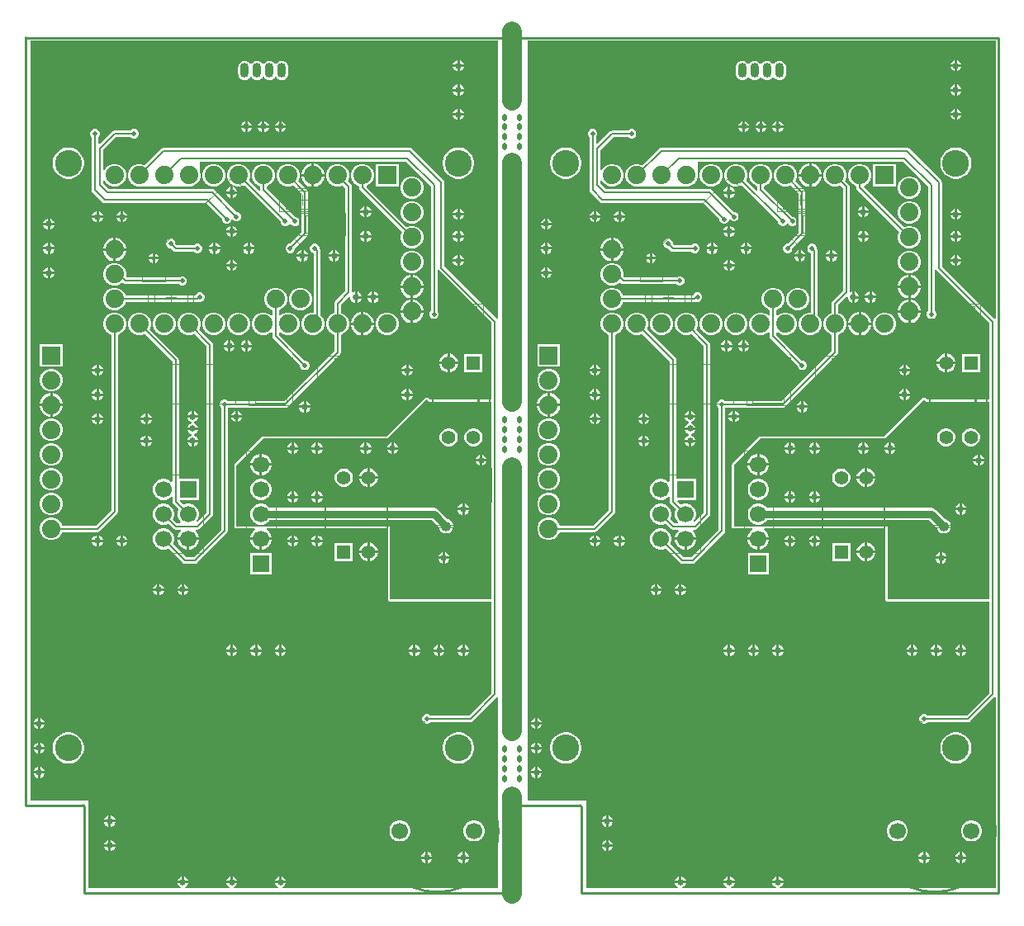
<source format=gbl>
G04*
G04 #@! TF.GenerationSoftware,Altium Limited,Altium Designer,21.3.2 (30)*
G04*
G04 Layer_Physical_Order=2*
G04 Layer_Color=16711680*
%FSLAX25Y25*%
%MOIN*%
G70*
G04*
G04 #@! TF.SameCoordinates,2132C70D-00E6-48B3-8683-B54ED86332B3*
G04*
G04*
G04 #@! TF.FilePolarity,Positive*
G04*
G01*
G75*
%ADD10C,0.00800*%
%ADD35C,0.03000*%
%ADD36C,0.01000*%
%ADD38C,0.00394*%
%ADD39C,0.00787*%
%ADD40C,0.07874*%
%ADD41C,0.01968*%
%ADD42R,0.03307X0.06692*%
%ADD43R,0.06692X0.03307*%
%ADD44R,0.03765X0.24488*%
%ADD45R,0.24488X0.03765*%
%ADD46R,0.11496X0.02436*%
%ADD47R,0.24488X0.03765*%
%ADD48C,0.00197*%
%ADD49C,0.07400*%
%ADD50R,0.07400X0.07400*%
%ADD51C,0.06693*%
%ADD52C,0.05512*%
%ADD53R,0.05512X0.05512*%
%ADD54O,0.03543X0.05906*%
%ADD55R,0.06693X0.06693*%
%ADD56R,0.07400X0.07400*%
%ADD57C,0.10827*%
%ADD58C,0.02000*%
%ADD59C,0.02500*%
%ADD60C,0.04000*%
G36*
X392086Y232525D02*
X391978Y232447D01*
X391585Y232336D01*
X370420Y253502D01*
Y287402D01*
X370319Y287909D01*
X370032Y288339D01*
X357237Y301134D01*
X356806Y301421D01*
X356299Y301522D01*
X257047D01*
X257047Y301522D01*
X256540Y301421D01*
X256110Y301134D01*
X249384Y294408D01*
X248980Y294641D01*
X247810Y294954D01*
X246599D01*
X245429Y294641D01*
X244380Y294035D01*
X243524Y293179D01*
X242918Y292130D01*
X242605Y290960D01*
Y289749D01*
X242918Y288579D01*
X243524Y287530D01*
X244380Y286673D01*
X245429Y286068D01*
X246599Y285754D01*
X247810D01*
X248529Y285947D01*
X255880D01*
X256599Y285754D01*
X257810D01*
X258529Y285947D01*
X265880D01*
X266599Y285754D01*
X267810D01*
X268980Y286068D01*
X270029Y286673D01*
X270886Y287530D01*
X271491Y288579D01*
X271805Y289749D01*
Y290960D01*
X271654Y291524D01*
Y295919D01*
X354766D01*
X364816Y285868D01*
Y235613D01*
X364531Y235328D01*
X364242Y234630D01*
Y233874D01*
X364531Y233176D01*
X365066Y232641D01*
X365764Y232352D01*
X366520D01*
X367218Y232641D01*
X367753Y233176D01*
X368042Y233874D01*
Y234630D01*
X367753Y235328D01*
X367467Y235613D01*
Y252148D01*
X367967Y252300D01*
X368157Y252015D01*
X389423Y230750D01*
Y199736D01*
X364553D01*
X363838Y200452D01*
X363540Y200651D01*
X363189Y200721D01*
X362838Y200651D01*
X362540Y200452D01*
X347061Y184973D01*
X297244D01*
X296893Y184903D01*
X296595Y184704D01*
X285769Y173877D01*
X285570Y173580D01*
X285500Y173228D01*
Y148622D01*
X285570Y148271D01*
X285769Y147973D01*
X286066Y147774D01*
X286417Y147704D01*
X293774D01*
X293908Y147204D01*
X293591Y147021D01*
X292782Y146212D01*
X292210Y145221D01*
X291913Y144115D01*
Y144043D01*
X296260D01*
X300606D01*
Y144115D01*
X300310Y145221D01*
X299738Y146212D01*
X298929Y147021D01*
X298611Y147204D01*
X298745Y147704D01*
X347508D01*
Y119095D01*
X347577Y118743D01*
X347776Y118446D01*
X348074Y118247D01*
X348425Y118177D01*
X389423D01*
Y81258D01*
X380357Y72192D01*
X364550D01*
X364265Y72477D01*
X363567Y72766D01*
X362811D01*
X362113Y72477D01*
X361578Y71942D01*
X361289Y71244D01*
Y70488D01*
X361578Y69790D01*
X362113Y69255D01*
X362811Y68966D01*
X363567D01*
X364265Y69255D01*
X364550Y69541D01*
X380906D01*
X381413Y69642D01*
X381843Y69929D01*
X391585Y79672D01*
X391978Y79561D01*
X392086Y79483D01*
Y2322D01*
X305044D01*
X304945Y2822D01*
X305408Y3014D01*
X306041Y3647D01*
X306362Y4421D01*
X301906D01*
X302226Y3647D01*
X302859Y3014D01*
X303323Y2822D01*
X303224Y2322D01*
X285359D01*
X285260Y2822D01*
X285723Y3014D01*
X286356Y3647D01*
X286677Y4421D01*
X282221D01*
X282541Y3647D01*
X283174Y3014D01*
X283638Y2822D01*
X283539Y2322D01*
X265674D01*
X265575Y2822D01*
X266038Y3014D01*
X266671Y3647D01*
X266992Y4421D01*
X262536D01*
X262856Y3647D01*
X263489Y3014D01*
X263953Y2822D01*
X263854Y2322D01*
X226731D01*
Y37755D01*
X203109D01*
Y344841D01*
X392086D01*
Y232525D01*
D02*
G37*
G36*
X191298D02*
X191190Y232447D01*
X190798Y232336D01*
X169633Y253502D01*
Y287402D01*
X169532Y287909D01*
X169244Y288339D01*
X156449Y301134D01*
X156019Y301421D01*
X155512Y301522D01*
X56260D01*
X56260Y301522D01*
X55753Y301421D01*
X55323Y301134D01*
X48596Y294408D01*
X48193Y294641D01*
X47023Y294954D01*
X45812D01*
X44642Y294641D01*
X43593Y294035D01*
X42736Y293179D01*
X42131Y292130D01*
X41817Y290960D01*
Y289749D01*
X42131Y288579D01*
X42736Y287530D01*
X43593Y286673D01*
X44642Y286068D01*
X45812Y285754D01*
X47023D01*
X47742Y285947D01*
X55093D01*
X55812Y285754D01*
X57023D01*
X57742Y285947D01*
X65093D01*
X65812Y285754D01*
X67023D01*
X68193Y286068D01*
X69242Y286673D01*
X70098Y287530D01*
X70704Y288579D01*
X71017Y289749D01*
Y290960D01*
X70866Y291524D01*
Y295919D01*
X153979D01*
X164029Y285868D01*
Y235613D01*
X163744Y235328D01*
X163454Y234630D01*
Y233874D01*
X163744Y233176D01*
X164278Y232641D01*
X164976Y232352D01*
X165732D01*
X166431Y232641D01*
X166965Y233176D01*
X167254Y233874D01*
Y234630D01*
X166965Y235328D01*
X166680Y235613D01*
Y252148D01*
X167180Y252300D01*
X167370Y252015D01*
X188635Y230750D01*
Y199736D01*
X163766D01*
X163050Y200452D01*
X162753Y200651D01*
X162402Y200721D01*
X162050Y200651D01*
X161753Y200452D01*
X146274Y184973D01*
X96457D01*
X96105Y184903D01*
X95808Y184704D01*
X84981Y173877D01*
X84782Y173580D01*
X84712Y173228D01*
Y148622D01*
X84782Y148271D01*
X84981Y147973D01*
X85279Y147774D01*
X85630Y147704D01*
X92987D01*
X93121Y147204D01*
X92804Y147021D01*
X91994Y146212D01*
X91422Y145221D01*
X91126Y144115D01*
Y144043D01*
X95472D01*
X99819D01*
Y144115D01*
X99523Y145221D01*
X98950Y146212D01*
X98141Y147021D01*
X97824Y147204D01*
X97958Y147704D01*
X146720D01*
Y119095D01*
X146790Y118743D01*
X146989Y118446D01*
X147287Y118247D01*
X147638Y118177D01*
X188635D01*
Y81258D01*
X179569Y72192D01*
X163763D01*
X163478Y72477D01*
X162779Y72766D01*
X162024D01*
X161325Y72477D01*
X160791Y71942D01*
X160502Y71244D01*
Y70488D01*
X160791Y69790D01*
X161325Y69255D01*
X162024Y68966D01*
X162779D01*
X163478Y69255D01*
X163763Y69541D01*
X180118D01*
X180625Y69642D01*
X181055Y69929D01*
X190798Y79672D01*
X191190Y79561D01*
X191298Y79483D01*
Y2322D01*
X104257D01*
X104157Y2822D01*
X104621Y3014D01*
X105254Y3647D01*
X105575Y4421D01*
X101118D01*
X101439Y3647D01*
X102072Y3014D01*
X102536Y2822D01*
X102436Y2322D01*
X84572D01*
X84472Y2822D01*
X84936Y3014D01*
X85569Y3647D01*
X85890Y4421D01*
X81433D01*
X81754Y3647D01*
X82387Y3014D01*
X82851Y2822D01*
X82751Y2322D01*
X64887D01*
X64787Y2822D01*
X65251Y3014D01*
X65884Y3647D01*
X66205Y4421D01*
X61748D01*
X62069Y3647D01*
X62702Y3014D01*
X63166Y2822D01*
X63066Y2322D01*
X25944D01*
Y37755D01*
X2322D01*
Y344841D01*
X191298D01*
Y232525D01*
D02*
G37*
G36*
X364173Y198819D02*
X389423D01*
Y119095D01*
X348425D01*
Y148622D01*
X286417D01*
Y173228D01*
X297244Y184055D01*
X347441D01*
X363189Y199803D01*
X364173Y198819D01*
D02*
G37*
G36*
X163386D02*
X188635D01*
Y119095D01*
X147638D01*
Y148622D01*
X85630D01*
Y173228D01*
X96457Y184055D01*
X146653D01*
X162402Y199803D01*
X163386Y198819D01*
D02*
G37*
%LPC*%
G36*
X304744Y336553D02*
X304047Y336461D01*
X303397Y336192D01*
X302839Y335764D01*
X302546Y335382D01*
X302451Y335346D01*
X302038D01*
X301942Y335382D01*
X301649Y335764D01*
X301091Y336192D01*
X300442Y336461D01*
X299744Y336553D01*
X299047Y336461D01*
X298397Y336192D01*
X297839Y335764D01*
X297546Y335382D01*
X297451Y335346D01*
X297038D01*
X296942Y335382D01*
X296650Y335764D01*
X296091Y336192D01*
X295442Y336461D01*
X294744Y336553D01*
X294047Y336461D01*
X293397Y336192D01*
X292839Y335764D01*
X292546Y335382D01*
X292451Y335346D01*
X292038D01*
X291942Y335382D01*
X291650Y335764D01*
X291091Y336192D01*
X290441Y336461D01*
X289744Y336553D01*
X289047Y336461D01*
X288397Y336192D01*
X287839Y335764D01*
X287410Y335206D01*
X287141Y334556D01*
X287049Y333858D01*
Y331496D01*
X287141Y330799D01*
X287410Y330149D01*
X287839Y329591D01*
X288397Y329162D01*
X289047Y328893D01*
X289744Y328801D01*
X290441Y328893D01*
X291091Y329162D01*
X291650Y329591D01*
X291942Y329972D01*
X292038Y330008D01*
X292451D01*
X292546Y329972D01*
X292839Y329591D01*
X293397Y329162D01*
X294047Y328893D01*
X294744Y328801D01*
X295442Y328893D01*
X296091Y329162D01*
X296650Y329591D01*
X296942Y329972D01*
X297038Y330008D01*
X297451D01*
X297546Y329972D01*
X297839Y329591D01*
X298397Y329162D01*
X299047Y328893D01*
X299744Y328801D01*
X300442Y328893D01*
X301091Y329162D01*
X301649Y329591D01*
X301942Y329972D01*
X302038Y330008D01*
X302451D01*
X302546Y329972D01*
X302839Y329591D01*
X303397Y329162D01*
X304047Y328893D01*
X304744Y328801D01*
X305441Y328893D01*
X306091Y329162D01*
X306649Y329591D01*
X307078Y330149D01*
X307347Y330799D01*
X307439Y331496D01*
Y333858D01*
X307347Y334556D01*
X307078Y335206D01*
X306649Y335764D01*
X306091Y336192D01*
X305441Y336461D01*
X304744Y336553D01*
D02*
G37*
G36*
X376484Y336874D02*
Y335146D01*
X378212D01*
X377892Y335920D01*
X377259Y336553D01*
X376484Y336874D01*
D02*
G37*
G36*
X375484D02*
X374710Y336553D01*
X374077Y335920D01*
X373756Y335146D01*
X375484D01*
Y336874D01*
D02*
G37*
G36*
X378212Y334146D02*
X376484D01*
Y332417D01*
X377259Y332738D01*
X377892Y333371D01*
X378212Y334146D01*
D02*
G37*
G36*
X375484D02*
X373756D01*
X374077Y333371D01*
X374710Y332738D01*
X375484Y332417D01*
Y334146D01*
D02*
G37*
G36*
X376484Y327031D02*
Y325303D01*
X378212D01*
X377892Y326078D01*
X377259Y326711D01*
X376484Y327031D01*
D02*
G37*
G36*
X375484D02*
X374710Y326711D01*
X374077Y326078D01*
X373756Y325303D01*
X375484D01*
Y327031D01*
D02*
G37*
G36*
X378212Y324303D02*
X376484D01*
Y322575D01*
X377259Y322896D01*
X377892Y323529D01*
X378212Y324303D01*
D02*
G37*
G36*
X375484D02*
X373756D01*
X374077Y323529D01*
X374710Y322896D01*
X375484Y322575D01*
Y324303D01*
D02*
G37*
G36*
X376484Y317189D02*
Y315461D01*
X378212D01*
X377892Y316235D01*
X377259Y316868D01*
X376484Y317189D01*
D02*
G37*
G36*
X375484D02*
X374710Y316868D01*
X374077Y316235D01*
X373756Y315461D01*
X375484D01*
Y317189D01*
D02*
G37*
G36*
X378212Y314461D02*
X376484D01*
Y312732D01*
X377259Y313053D01*
X377892Y313686D01*
X378212Y314461D01*
D02*
G37*
G36*
X375484D02*
X373756D01*
X374077Y313686D01*
X374710Y313053D01*
X375484Y312732D01*
Y314461D01*
D02*
G37*
G36*
X304634Y312268D02*
Y310539D01*
X306362D01*
X306041Y311314D01*
X305408Y311947D01*
X304634Y312268D01*
D02*
G37*
G36*
X303634D02*
X302859Y311947D01*
X302226Y311314D01*
X301906Y310539D01*
X303634D01*
Y312268D01*
D02*
G37*
G36*
X297744D02*
Y310539D01*
X299472D01*
X299152Y311314D01*
X298519Y311947D01*
X297744Y312268D01*
D02*
G37*
G36*
X296744D02*
X295970Y311947D01*
X295337Y311314D01*
X295016Y310539D01*
X296744D01*
Y312268D01*
D02*
G37*
G36*
X290854D02*
Y310539D01*
X292583D01*
X292262Y311314D01*
X291629Y311947D01*
X290854Y312268D01*
D02*
G37*
G36*
X289854D02*
X289080Y311947D01*
X288447Y311314D01*
X288126Y310539D01*
X289854D01*
Y312268D01*
D02*
G37*
G36*
X306362Y309539D02*
X304634D01*
Y307811D01*
X305408Y308132D01*
X306041Y308765D01*
X306362Y309539D01*
D02*
G37*
G36*
X303634D02*
X301906D01*
X302226Y308765D01*
X302859Y308132D01*
X303634Y307811D01*
Y309539D01*
D02*
G37*
G36*
X299472D02*
X297744D01*
Y307811D01*
X298519Y308132D01*
X299152Y308765D01*
X299472Y309539D01*
D02*
G37*
G36*
X296744D02*
X295016D01*
X295337Y308765D01*
X295970Y308132D01*
X296744Y307811D01*
Y309539D01*
D02*
G37*
G36*
X292583D02*
X290854D01*
Y307811D01*
X291629Y308132D01*
X292262Y308765D01*
X292583Y309539D01*
D02*
G37*
G36*
X289854D02*
X288126D01*
X288447Y308765D01*
X289080Y308132D01*
X289854Y307811D01*
Y309539D01*
D02*
G37*
G36*
X245457Y308987D02*
X244701D01*
X244003Y308697D01*
X243717Y308412D01*
X237205D01*
X236698Y308311D01*
X236267Y308024D01*
X231118Y302874D01*
X230656Y303066D01*
Y305725D01*
X230942Y306010D01*
X231231Y306709D01*
Y307465D01*
X230942Y308163D01*
X230407Y308697D01*
X229709Y308987D01*
X228953D01*
X228255Y308697D01*
X227720Y308163D01*
X227431Y307465D01*
Y306709D01*
X227720Y306010D01*
X228005Y305725D01*
Y284449D01*
X228106Y283942D01*
X228394Y283512D01*
X232330Y279575D01*
X232761Y279287D01*
X233268Y279186D01*
X274057D01*
X280580Y272663D01*
Y272260D01*
X280870Y271562D01*
X281404Y271027D01*
X282102Y270738D01*
X282858D01*
X283557Y271027D01*
X284091Y271562D01*
X284380Y272260D01*
Y272319D01*
X284532Y272399D01*
X284880Y272472D01*
X285341Y272011D01*
X286039Y271722D01*
X286795D01*
X287494Y272011D01*
X288028Y272546D01*
X288317Y273244D01*
Y274000D01*
X288028Y274698D01*
X287494Y275233D01*
X286795Y275522D01*
X286392D01*
X277512Y284402D01*
X277082Y284689D01*
X276575Y284790D01*
X234801D01*
X232625Y286966D01*
Y288087D01*
X233125Y288221D01*
X233524Y287530D01*
X234380Y286673D01*
X235429Y286068D01*
X236599Y285754D01*
X237810D01*
X238980Y286068D01*
X240029Y286673D01*
X240886Y287530D01*
X241491Y288579D01*
X241805Y289749D01*
Y290960D01*
X241491Y292130D01*
X240886Y293179D01*
X240029Y294035D01*
X238980Y294641D01*
X237810Y294954D01*
X236599D01*
X235429Y294641D01*
X234380Y294035D01*
X233524Y293179D01*
X233125Y292488D01*
X232625Y292621D01*
Y300632D01*
X237754Y305761D01*
X243717D01*
X244003Y305476D01*
X244701Y305187D01*
X245457D01*
X246155Y305476D01*
X246690Y306010D01*
X246979Y306709D01*
Y307465D01*
X246690Y308163D01*
X246155Y308697D01*
X245457Y308987D01*
D02*
G37*
G36*
X317824Y295054D02*
X317705D01*
Y290854D01*
X321905D01*
Y290973D01*
X321584Y292168D01*
X320966Y293240D01*
X320091Y294115D01*
X319019Y294734D01*
X317824Y295054D01*
D02*
G37*
G36*
X316705D02*
X316586D01*
X315391Y294734D01*
X314319Y294115D01*
X313444Y293240D01*
X312825Y292168D01*
X312505Y290973D01*
Y290854D01*
X316705D01*
Y295054D01*
D02*
G37*
G36*
X376606Y301589D02*
X375362D01*
X374143Y301346D01*
X372994Y300870D01*
X371960Y300180D01*
X371080Y299300D01*
X370389Y298266D01*
X369914Y297117D01*
X369671Y295897D01*
Y294654D01*
X369914Y293434D01*
X370389Y292285D01*
X371080Y291251D01*
X371960Y290372D01*
X372994Y289681D01*
X374143Y289205D01*
X375362Y288962D01*
X376606D01*
X377826Y289205D01*
X378975Y289681D01*
X380009Y290372D01*
X380888Y291251D01*
X381579Y292285D01*
X382055Y293434D01*
X382298Y294654D01*
Y295897D01*
X382055Y297117D01*
X381579Y298266D01*
X380888Y299300D01*
X380009Y300180D01*
X378975Y300870D01*
X377826Y301346D01*
X376606Y301589D01*
D02*
G37*
G36*
X219126D02*
X217882D01*
X216662Y301346D01*
X215513Y300870D01*
X214479Y300180D01*
X213600Y299300D01*
X212909Y298266D01*
X212433Y297117D01*
X212191Y295897D01*
Y294654D01*
X212433Y293434D01*
X212909Y292285D01*
X213600Y291251D01*
X214479Y290372D01*
X215513Y289681D01*
X216662Y289205D01*
X217882Y288962D01*
X219126D01*
X220345Y289205D01*
X221495Y289681D01*
X222529Y290372D01*
X223408Y291251D01*
X224099Y292285D01*
X224575Y293434D01*
X224817Y294654D01*
Y295897D01*
X224575Y297117D01*
X224099Y298266D01*
X223408Y299300D01*
X222529Y300180D01*
X221495Y300870D01*
X220345Y301346D01*
X219126Y301589D01*
D02*
G37*
G36*
X351805Y294954D02*
X342605D01*
Y285754D01*
X351805D01*
Y294954D01*
D02*
G37*
G36*
X277810D02*
X276599D01*
X275429Y294641D01*
X274380Y294035D01*
X273524Y293179D01*
X272918Y292130D01*
X272605Y290960D01*
Y289749D01*
X272918Y288579D01*
X273524Y287530D01*
X274380Y286673D01*
X275429Y286068D01*
X276599Y285754D01*
X277810D01*
X278980Y286068D01*
X280029Y286673D01*
X280886Y287530D01*
X281491Y288579D01*
X281805Y289749D01*
Y290960D01*
X281491Y292130D01*
X280886Y293179D01*
X280029Y294035D01*
X278980Y294641D01*
X277810Y294954D01*
D02*
G37*
G36*
X321905Y289854D02*
X317705D01*
Y285654D01*
X317824D01*
X319019Y285975D01*
X320091Y286593D01*
X320966Y287469D01*
X321584Y288540D01*
X321905Y289736D01*
Y289854D01*
D02*
G37*
G36*
X316705D02*
X312505D01*
Y289736D01*
X312825Y288540D01*
X313444Y287469D01*
X314319Y286593D01*
X315391Y285975D01*
X316586Y285654D01*
X316705D01*
Y289854D01*
D02*
G37*
G36*
X297810Y294954D02*
X296599D01*
X295429Y294641D01*
X294380Y294035D01*
X293524Y293179D01*
X292918Y292130D01*
X292605Y290960D01*
Y289749D01*
X292918Y288579D01*
X293524Y287530D01*
X294380Y286673D01*
X295429Y286068D01*
X295879Y285947D01*
Y284488D01*
X295911Y284328D01*
X295450Y284082D01*
X291294Y288238D01*
X291491Y288579D01*
X291805Y289749D01*
Y290960D01*
X291491Y292130D01*
X290886Y293179D01*
X290029Y294035D01*
X288980Y294641D01*
X287810Y294954D01*
X286599D01*
X285429Y294641D01*
X284380Y294035D01*
X283524Y293179D01*
X282918Y292130D01*
X282605Y290960D01*
Y289749D01*
X282918Y288579D01*
X283524Y287530D01*
X284380Y286673D01*
X285429Y286068D01*
X286599Y285754D01*
X287810D01*
X288980Y286068D01*
X289446Y286337D01*
X304202Y271581D01*
Y271276D01*
X304492Y270577D01*
X305026Y270043D01*
X305724Y269754D01*
X306480D01*
X307179Y270043D01*
X307713Y270577D01*
X307800Y270788D01*
X308342D01*
X308429Y270577D01*
X308963Y270043D01*
X309662Y269754D01*
X310417D01*
X311116Y270043D01*
X311650Y270577D01*
X311939Y271276D01*
Y272031D01*
X311650Y272730D01*
X311116Y273264D01*
X310417Y273553D01*
X310014D01*
X298530Y285037D01*
Y285947D01*
X298980Y286068D01*
X300029Y286673D01*
X300886Y287530D01*
X301491Y288579D01*
X301805Y289749D01*
Y290960D01*
X301491Y292130D01*
X300886Y293179D01*
X300029Y294035D01*
X298980Y294641D01*
X297810Y294954D01*
D02*
G37*
G36*
X284949Y285693D02*
Y283965D01*
X286677D01*
X286356Y284739D01*
X285723Y285372D01*
X284949Y285693D01*
D02*
G37*
G36*
X283949D02*
X283174Y285372D01*
X282541Y284739D01*
X282221Y283965D01*
X283949D01*
Y285693D01*
D02*
G37*
G36*
X286677Y282965D02*
X284949D01*
Y281236D01*
X285723Y281557D01*
X286356Y282190D01*
X286677Y282965D01*
D02*
G37*
G36*
X283949D02*
X282221D01*
X282541Y282190D01*
X283174Y281557D01*
X283949Y281236D01*
Y282965D01*
D02*
G37*
G36*
X357810Y289954D02*
X356599D01*
X355429Y289641D01*
X354380Y289035D01*
X353524Y288179D01*
X352918Y287130D01*
X352605Y285960D01*
Y284749D01*
X352918Y283579D01*
X353524Y282530D01*
X354380Y281673D01*
X355429Y281068D01*
X356599Y280754D01*
X357810D01*
X358980Y281068D01*
X360029Y281673D01*
X360886Y282530D01*
X361491Y283579D01*
X361805Y284749D01*
Y285960D01*
X361491Y287130D01*
X360886Y288179D01*
X360029Y289035D01*
X358980Y289641D01*
X357810Y289954D01*
D02*
G37*
G36*
X339083Y277819D02*
Y276091D01*
X340811D01*
X340490Y276865D01*
X339857Y277498D01*
X339083Y277819D01*
D02*
G37*
G36*
X338083D02*
X337308Y277498D01*
X336675Y276865D01*
X336354Y276091D01*
X338083D01*
Y277819D01*
D02*
G37*
G36*
X376484Y276835D02*
Y275106D01*
X378212D01*
X377892Y275881D01*
X377259Y276514D01*
X376484Y276835D01*
D02*
G37*
G36*
X375484D02*
X374710Y276514D01*
X374077Y275881D01*
X373756Y275106D01*
X375484D01*
Y276835D01*
D02*
G37*
G36*
X240657Y275850D02*
Y274122D01*
X242386D01*
X242065Y274897D01*
X241432Y275530D01*
X240657Y275850D01*
D02*
G37*
G36*
X239657D02*
X238883Y275530D01*
X238250Y274897D01*
X237929Y274122D01*
X239657D01*
Y275850D01*
D02*
G37*
G36*
X230815D02*
Y274122D01*
X232543D01*
X232222Y274897D01*
X231590Y275530D01*
X230815Y275850D01*
D02*
G37*
G36*
X229815D02*
X229041Y275530D01*
X228408Y274897D01*
X228087Y274122D01*
X229815D01*
Y275850D01*
D02*
G37*
G36*
X340811Y275091D02*
X339083D01*
Y273362D01*
X339857Y273683D01*
X340490Y274316D01*
X340811Y275091D01*
D02*
G37*
G36*
X338083D02*
X336354D01*
X336675Y274316D01*
X337308Y273683D01*
X338083Y273362D01*
Y275091D01*
D02*
G37*
G36*
X378212Y274106D02*
X376484D01*
Y272378D01*
X377259Y272699D01*
X377892Y273332D01*
X378212Y274106D01*
D02*
G37*
G36*
X375484D02*
X373756D01*
X374077Y273332D01*
X374710Y272699D01*
X375484Y272378D01*
Y274106D01*
D02*
G37*
G36*
X242386Y273122D02*
X240657D01*
Y271394D01*
X241432Y271715D01*
X242065Y272347D01*
X242386Y273122D01*
D02*
G37*
G36*
X239657D02*
X237929D01*
X238250Y272347D01*
X238883Y271715D01*
X239657Y271394D01*
Y273122D01*
D02*
G37*
G36*
X232543D02*
X230815D01*
Y271394D01*
X231590Y271715D01*
X232222Y272347D01*
X232543Y273122D01*
D02*
G37*
G36*
X229815D02*
X228087D01*
X228408Y272347D01*
X229041Y271715D01*
X229815Y271394D01*
Y273122D01*
D02*
G37*
G36*
X211130Y272898D02*
Y271169D01*
X212858D01*
X212537Y271944D01*
X211904Y272577D01*
X211130Y272898D01*
D02*
G37*
G36*
X210130D02*
X209355Y272577D01*
X208722Y271944D01*
X208402Y271169D01*
X210130D01*
Y272898D01*
D02*
G37*
G36*
X357810Y279954D02*
X356599D01*
X355429Y279641D01*
X354380Y279035D01*
X353524Y278179D01*
X352918Y277130D01*
X352605Y275960D01*
Y274749D01*
X352918Y273579D01*
X353524Y272530D01*
X354380Y271673D01*
X355429Y271068D01*
X356599Y270754D01*
X357810D01*
X358980Y271068D01*
X360029Y271673D01*
X360886Y272530D01*
X361491Y273579D01*
X361805Y274749D01*
Y275960D01*
X361491Y277130D01*
X360886Y278179D01*
X360029Y279035D01*
X358980Y279641D01*
X357810Y279954D01*
D02*
G37*
G36*
X212858Y270169D02*
X211130D01*
Y268441D01*
X211904Y268762D01*
X212537Y269395D01*
X212858Y270169D01*
D02*
G37*
G36*
X210130D02*
X208402D01*
X208722Y269395D01*
X209355Y268762D01*
X210130Y268441D01*
Y270169D01*
D02*
G37*
G36*
X284949Y269945D02*
Y268216D01*
X286677D01*
X286356Y268991D01*
X285723Y269624D01*
X284949Y269945D01*
D02*
G37*
G36*
X283949D02*
X283174Y269624D01*
X282541Y268991D01*
X282221Y268216D01*
X283949D01*
Y269945D01*
D02*
G37*
G36*
X376484Y267976D02*
Y266248D01*
X378212D01*
X377892Y267023D01*
X377259Y267655D01*
X376484Y267976D01*
D02*
G37*
G36*
X375484D02*
X374710Y267655D01*
X374077Y267023D01*
X373756Y266248D01*
X375484D01*
Y267976D01*
D02*
G37*
G36*
X339083D02*
Y266248D01*
X340811D01*
X340490Y267023D01*
X339857Y267655D01*
X339083Y267976D01*
D02*
G37*
G36*
X338083D02*
X337308Y267655D01*
X336675Y267023D01*
X336354Y266248D01*
X338083D01*
Y267976D01*
D02*
G37*
G36*
X286677Y267216D02*
X284949D01*
Y265488D01*
X285723Y265809D01*
X286356Y266442D01*
X286677Y267216D01*
D02*
G37*
G36*
X283949D02*
X282221D01*
X282541Y266442D01*
X283174Y265809D01*
X283949Y265488D01*
Y267216D01*
D02*
G37*
G36*
X378212Y265248D02*
X376484D01*
Y263520D01*
X377259Y263841D01*
X377892Y264474D01*
X378212Y265248D01*
D02*
G37*
G36*
X375484D02*
X373756D01*
X374077Y264474D01*
X374710Y263841D01*
X375484Y263520D01*
Y265248D01*
D02*
G37*
G36*
X340811D02*
X339083D01*
Y263520D01*
X339857Y263841D01*
X340490Y264474D01*
X340811Y265248D01*
D02*
G37*
G36*
X338083D02*
X336354D01*
X336675Y264474D01*
X337308Y263841D01*
X338083Y263520D01*
Y265248D01*
D02*
G37*
G36*
X291839Y263055D02*
Y261327D01*
X293567D01*
X293246Y262101D01*
X292613Y262734D01*
X291839Y263055D01*
D02*
G37*
G36*
X290839D02*
X290064Y262734D01*
X289431Y262101D01*
X289110Y261327D01*
X290839D01*
Y263055D01*
D02*
G37*
G36*
X278059D02*
Y261327D01*
X279787D01*
X279467Y262101D01*
X278834Y262734D01*
X278059Y263055D01*
D02*
G37*
G36*
X277059D02*
X276285Y262734D01*
X275652Y262101D01*
X275331Y261327D01*
X277059D01*
Y263055D01*
D02*
G37*
G36*
X211130D02*
Y261327D01*
X212858D01*
X212537Y262101D01*
X211904Y262734D01*
X211130Y263055D01*
D02*
G37*
G36*
X210130D02*
X209355Y262734D01*
X208722Y262101D01*
X208402Y261327D01*
X210130D01*
Y263055D01*
D02*
G37*
G36*
X237824Y265054D02*
X237705D01*
Y260854D01*
X241905D01*
Y260973D01*
X241584Y262169D01*
X240966Y263240D01*
X240091Y264115D01*
X239019Y264734D01*
X237824Y265054D01*
D02*
G37*
G36*
X236705D02*
X236586D01*
X235391Y264734D01*
X234319Y264115D01*
X233444Y263240D01*
X232825Y262169D01*
X232505Y260973D01*
Y260854D01*
X236705D01*
Y265054D01*
D02*
G37*
G36*
X337810Y294954D02*
X336599D01*
X335429Y294641D01*
X334380Y294035D01*
X333524Y293179D01*
X332918Y292130D01*
X332605Y290960D01*
Y289749D01*
X332918Y288579D01*
X333524Y287530D01*
X334380Y286673D01*
X335429Y286068D01*
X335879Y285947D01*
Y285354D01*
X335980Y284847D01*
X336267Y284417D01*
X353151Y267533D01*
X352918Y267130D01*
X352605Y265960D01*
Y264749D01*
X352918Y263579D01*
X353524Y262530D01*
X354380Y261673D01*
X355429Y261068D01*
X356599Y260754D01*
X357810D01*
X358980Y261068D01*
X360029Y261673D01*
X360886Y262530D01*
X361491Y263579D01*
X361805Y264749D01*
Y265960D01*
X361491Y267130D01*
X360886Y268179D01*
X360029Y269035D01*
X358980Y269641D01*
X357810Y269954D01*
X356599D01*
X355429Y269641D01*
X355026Y269408D01*
X338904Y285530D01*
X338954Y285882D01*
X339039Y286102D01*
X340029Y286673D01*
X340886Y287530D01*
X341491Y288579D01*
X341805Y289749D01*
Y290960D01*
X341491Y292130D01*
X340886Y293179D01*
X340029Y294035D01*
X338980Y294641D01*
X337810Y294954D01*
D02*
G37*
G36*
X307810D02*
X306599D01*
X305429Y294641D01*
X304380Y294035D01*
X303524Y293179D01*
X302918Y292130D01*
X302605Y290960D01*
Y289749D01*
X302918Y288579D01*
X303524Y287530D01*
X304380Y286673D01*
X305429Y286068D01*
X306599Y285754D01*
X307810D01*
X308980Y286068D01*
X309384Y286301D01*
X312651Y283034D01*
Y267281D01*
X308096Y262727D01*
X307693D01*
X306995Y262438D01*
X306460Y261903D01*
X306171Y261205D01*
Y260449D01*
X306460Y259751D01*
X306995Y259216D01*
X307693Y258927D01*
X308449D01*
X309147Y259216D01*
X309682Y259751D01*
X309971Y260449D01*
Y260852D01*
X314914Y265795D01*
X315201Y266225D01*
X315302Y266732D01*
Y283583D01*
X315201Y284090D01*
X314914Y284520D01*
X311258Y288175D01*
X311491Y288579D01*
X311805Y289749D01*
Y290960D01*
X311491Y292130D01*
X310886Y293179D01*
X310029Y294035D01*
X308980Y294641D01*
X307810Y294954D01*
D02*
G37*
G36*
X260221Y264695D02*
X259465D01*
X258766Y264406D01*
X258232Y263872D01*
X257943Y263173D01*
Y262417D01*
X258232Y261719D01*
X258766Y261185D01*
X259465Y260895D01*
X259868D01*
X260874Y259890D01*
X261304Y259602D01*
X261811Y259501D01*
X269308D01*
X269593Y259216D01*
X270291Y258927D01*
X271047D01*
X271746Y259216D01*
X272280Y259751D01*
X272569Y260449D01*
Y261205D01*
X272280Y261903D01*
X271746Y262438D01*
X271047Y262727D01*
X270291D01*
X269593Y262438D01*
X269308Y262152D01*
X262360D01*
X261742Y262770D01*
Y263173D01*
X261453Y263872D01*
X260919Y264406D01*
X260221Y264695D01*
D02*
G37*
G36*
X293567Y260327D02*
X291839D01*
Y258598D01*
X292613Y258919D01*
X293246Y259552D01*
X293567Y260327D01*
D02*
G37*
G36*
X290839D02*
X289110D01*
X289431Y259552D01*
X290064Y258919D01*
X290839Y258598D01*
Y260327D01*
D02*
G37*
G36*
X279787D02*
X278059D01*
Y258598D01*
X278834Y258919D01*
X279467Y259552D01*
X279787Y260327D01*
D02*
G37*
G36*
X277059D02*
X275331D01*
X275652Y259552D01*
X276285Y258919D01*
X277059Y258598D01*
Y260327D01*
D02*
G37*
G36*
X212858D02*
X211130D01*
Y258598D01*
X211904Y258919D01*
X212537Y259552D01*
X212858Y260327D01*
D02*
G37*
G36*
X210130D02*
X208402D01*
X208722Y259552D01*
X209355Y258919D01*
X210130Y258598D01*
Y260327D01*
D02*
G37*
G36*
X326287Y260102D02*
Y258374D01*
X328016D01*
X327695Y259149D01*
X327062Y259782D01*
X326287Y260102D01*
D02*
G37*
G36*
X325287D02*
X324513Y259782D01*
X323880Y259149D01*
X323559Y258374D01*
X325287D01*
Y260102D01*
D02*
G37*
G36*
X313492D02*
Y258374D01*
X315220D01*
X314900Y259149D01*
X314267Y259782D01*
X313492Y260102D01*
D02*
G37*
G36*
X312492D02*
X311718Y259782D01*
X311085Y259149D01*
X310764Y258374D01*
X312492D01*
Y260102D01*
D02*
G37*
G36*
X253453Y258847D02*
Y257390D01*
X254910D01*
X254648Y258023D01*
X254086Y258585D01*
X253453Y258847D01*
D02*
G37*
G36*
X252453D02*
X251820Y258585D01*
X251257Y258023D01*
X250995Y257390D01*
X252453D01*
Y258847D01*
D02*
G37*
G36*
X376484Y258134D02*
Y256405D01*
X378212D01*
X377892Y257180D01*
X377259Y257813D01*
X376484Y258134D01*
D02*
G37*
G36*
X375484D02*
X374710Y257813D01*
X374077Y257180D01*
X373756Y256405D01*
X375484D01*
Y258134D01*
D02*
G37*
G36*
X241905Y259854D02*
X237705D01*
Y255654D01*
X237824D01*
X239019Y255975D01*
X240091Y256593D01*
X240966Y257469D01*
X241584Y258540D01*
X241905Y259736D01*
Y259854D01*
D02*
G37*
G36*
X236705D02*
X232505D01*
Y259736D01*
X232825Y258540D01*
X233444Y257469D01*
X234319Y256593D01*
X235391Y255975D01*
X236586Y255654D01*
X236705D01*
Y259854D01*
D02*
G37*
G36*
X328016Y257374D02*
X326287D01*
Y255646D01*
X327062Y255967D01*
X327695Y256599D01*
X328016Y257374D01*
D02*
G37*
G36*
X325287D02*
X323559D01*
X323880Y256599D01*
X324513Y255967D01*
X325287Y255646D01*
Y257374D01*
D02*
G37*
G36*
X315220D02*
X313492D01*
Y255646D01*
X314267Y255967D01*
X314900Y256599D01*
X315220Y257374D01*
D02*
G37*
G36*
X312492D02*
X310764D01*
X311085Y256599D01*
X311718Y255967D01*
X312492Y255646D01*
Y257374D01*
D02*
G37*
G36*
X254910Y256390D02*
X253453D01*
Y254932D01*
X254086Y255194D01*
X254648Y255757D01*
X254910Y256390D01*
D02*
G37*
G36*
X252453D02*
X250995D01*
X251257Y255757D01*
X251820Y255194D01*
X252453Y254932D01*
Y256390D01*
D02*
G37*
G36*
X284949Y256165D02*
Y254437D01*
X286677D01*
X286356Y255211D01*
X285723Y255844D01*
X284949Y256165D01*
D02*
G37*
G36*
X283949D02*
X283174Y255844D01*
X282541Y255211D01*
X282221Y254437D01*
X283949D01*
Y256165D01*
D02*
G37*
G36*
X378212Y255405D02*
X376484D01*
Y253677D01*
X377259Y253998D01*
X377892Y254631D01*
X378212Y255405D01*
D02*
G37*
G36*
X375484D02*
X373756D01*
X374077Y254631D01*
X374710Y253998D01*
X375484Y253677D01*
Y255405D01*
D02*
G37*
G36*
X286677Y253437D02*
X284949D01*
Y251709D01*
X285723Y252030D01*
X286356Y252662D01*
X286677Y253437D01*
D02*
G37*
G36*
X283949D02*
X282221D01*
X282541Y252662D01*
X283174Y252030D01*
X283949Y251709D01*
Y253437D01*
D02*
G37*
G36*
X211130Y253212D02*
Y251484D01*
X212858D01*
X212537Y252259D01*
X211904Y252892D01*
X211130Y253212D01*
D02*
G37*
G36*
X210130D02*
X209355Y252892D01*
X208722Y252259D01*
X208402Y251484D01*
X210130D01*
Y253212D01*
D02*
G37*
G36*
X357810Y259954D02*
X356599D01*
X355429Y259641D01*
X354380Y259035D01*
X353524Y258179D01*
X352918Y257130D01*
X352605Y255960D01*
Y254749D01*
X352918Y253579D01*
X353524Y252530D01*
X354380Y251673D01*
X355429Y251068D01*
X356599Y250754D01*
X357810D01*
X358980Y251068D01*
X360029Y251673D01*
X360886Y252530D01*
X361491Y253579D01*
X361805Y254749D01*
Y255960D01*
X361491Y257130D01*
X360886Y258179D01*
X360029Y259035D01*
X358980Y259641D01*
X357810Y259954D01*
D02*
G37*
G36*
X212858Y250484D02*
X211130D01*
Y248756D01*
X211904Y249077D01*
X212537Y249710D01*
X212858Y250484D01*
D02*
G37*
G36*
X210130D02*
X208402D01*
X208722Y249710D01*
X209355Y249077D01*
X210130Y248756D01*
Y250484D01*
D02*
G37*
G36*
X357823Y250054D02*
X357705D01*
Y245854D01*
X361905D01*
Y245973D01*
X361584Y247168D01*
X360966Y248240D01*
X360091Y249115D01*
X359019Y249734D01*
X357823Y250054D01*
D02*
G37*
G36*
X356705D02*
X356586D01*
X355391Y249734D01*
X354319Y249115D01*
X353444Y248240D01*
X352825Y247168D01*
X352505Y245973D01*
Y245854D01*
X356705D01*
Y250054D01*
D02*
G37*
G36*
X237810Y254954D02*
X236599D01*
X235429Y254641D01*
X234380Y254035D01*
X233524Y253179D01*
X232918Y252130D01*
X232605Y250960D01*
Y249749D01*
X232918Y248579D01*
X233524Y247530D01*
X234380Y246673D01*
X235429Y246068D01*
X236599Y245754D01*
X237810D01*
X238980Y246068D01*
X240029Y246673D01*
X240413Y247057D01*
X240717Y246754D01*
X241146Y246467D01*
X241654Y246366D01*
X263129D01*
X263414Y246080D01*
X264112Y245791D01*
X264868D01*
X265566Y246080D01*
X266101Y246615D01*
X266390Y247313D01*
Y248069D01*
X266101Y248767D01*
X265566Y249302D01*
X264868Y249591D01*
X264112D01*
X263414Y249302D01*
X263129Y249017D01*
X242203D01*
X241734Y249485D01*
X241805Y249749D01*
Y250960D01*
X241491Y252130D01*
X240886Y253179D01*
X240029Y254035D01*
X238980Y254641D01*
X237810Y254954D01*
D02*
G37*
G36*
X342043Y243438D02*
Y241710D01*
X343771D01*
X343450Y242485D01*
X342817Y243117D01*
X342043Y243438D01*
D02*
G37*
G36*
X341043D02*
X340268Y243117D01*
X339635Y242485D01*
X339315Y241710D01*
X341043D01*
Y243438D01*
D02*
G37*
G36*
X335146Y243370D02*
Y241642D01*
X336874D01*
X336553Y242416D01*
X335920Y243049D01*
X335146Y243370D01*
D02*
G37*
G36*
X361905Y244854D02*
X357705D01*
Y240654D01*
X357823D01*
X359019Y240975D01*
X360091Y241593D01*
X360966Y242469D01*
X361584Y243540D01*
X361905Y244736D01*
Y244854D01*
D02*
G37*
G36*
X356705D02*
X352505D01*
Y244736D01*
X352825Y243540D01*
X353444Y242469D01*
X354319Y241593D01*
X355391Y240975D01*
X356586Y240654D01*
X356705D01*
Y244854D01*
D02*
G37*
G36*
X237810Y244954D02*
X236599D01*
X235429Y244641D01*
X234380Y244035D01*
X233524Y243179D01*
X232918Y242130D01*
X232605Y240960D01*
Y239749D01*
X232918Y238579D01*
X233524Y237530D01*
X234380Y236673D01*
X235429Y236068D01*
X236599Y235754D01*
X237810D01*
X238980Y236068D01*
X240029Y236673D01*
X240886Y237530D01*
X241491Y238579D01*
X241612Y239029D01*
X270585D01*
X271092Y239130D01*
X271266Y239246D01*
X271276Y239242D01*
X272031D01*
X272730Y239531D01*
X273264Y240066D01*
X273553Y240764D01*
Y241520D01*
X273264Y242218D01*
X272730Y242753D01*
X272031Y243042D01*
X271276D01*
X270577Y242753D01*
X270043Y242218D01*
X269820Y241680D01*
X241612D01*
X241491Y242130D01*
X240886Y243179D01*
X240029Y244035D01*
X238980Y244641D01*
X237810Y244954D01*
D02*
G37*
G36*
X343771Y240710D02*
X342043D01*
Y238982D01*
X342817Y239303D01*
X343450Y239935D01*
X343771Y240710D01*
D02*
G37*
G36*
X341043D02*
X339315D01*
X339635Y239935D01*
X340268Y239303D01*
X341043Y238982D01*
Y240710D01*
D02*
G37*
G36*
X336874Y240642D02*
X335146D01*
Y238913D01*
X335920Y239234D01*
X336553Y239867D01*
X336874Y240642D01*
D02*
G37*
G36*
X327810Y294954D02*
X326599D01*
X325429Y294641D01*
X324380Y294035D01*
X323524Y293179D01*
X322918Y292130D01*
X322605Y290960D01*
Y289749D01*
X322918Y288579D01*
X323524Y287530D01*
X324380Y286673D01*
X325429Y286068D01*
X326599Y285754D01*
X327810D01*
X328980Y286068D01*
X329384Y286301D01*
X330367Y285317D01*
Y243659D01*
X326268Y239559D01*
X325980Y239129D01*
X325879Y238622D01*
Y234761D01*
X325429Y234641D01*
X324380Y234035D01*
X323524Y233179D01*
X322918Y232130D01*
X322605Y230960D01*
Y229749D01*
X322918Y228579D01*
X323524Y227530D01*
X324380Y226673D01*
X325429Y226068D01*
X325879Y225947D01*
Y219486D01*
X305553Y199160D01*
X282858D01*
X282572Y199445D01*
X281874Y199735D01*
X281118D01*
X280420Y199445D01*
X279885Y198911D01*
X279596Y198213D01*
Y197457D01*
X279885Y196758D01*
X280171Y196473D01*
Y147203D01*
X269136Y136168D01*
X266140D01*
X260684Y141623D01*
X260847Y141904D01*
X261136Y142984D01*
Y144102D01*
X260847Y145182D01*
X260288Y146151D01*
X259497Y146941D01*
X258529Y147500D01*
X257449Y147790D01*
X256331D01*
X255251Y147500D01*
X254282Y146941D01*
X253492Y146151D01*
X252933Y145182D01*
X252643Y144102D01*
Y142984D01*
X252933Y141904D01*
X253492Y140936D01*
X254282Y140145D01*
X255251Y139586D01*
X256331Y139297D01*
X257449D01*
X258529Y139586D01*
X258810Y139749D01*
X264653Y133905D01*
X265083Y133618D01*
X265591Y133517D01*
X265591Y133517D01*
X269685D01*
X270192Y133618D01*
X270622Y133905D01*
X282433Y145716D01*
X282721Y146146D01*
X282821Y146653D01*
Y196473D01*
X282858Y196509D01*
X306102D01*
X306610Y196610D01*
X307040Y196897D01*
X328142Y218000D01*
X328429Y218430D01*
X328530Y218937D01*
Y225947D01*
X328980Y226068D01*
X330029Y226673D01*
X330886Y227530D01*
X331491Y228579D01*
X331805Y229749D01*
Y230960D01*
X331491Y232130D01*
X330886Y233179D01*
X330029Y234035D01*
X328980Y234641D01*
X328530Y234761D01*
Y238073D01*
X331896Y241439D01*
X332396Y241231D01*
Y240694D01*
X332738Y239867D01*
X333371Y239234D01*
X334146Y238913D01*
Y241142D01*
Y243370D01*
X333518Y243110D01*
X333120Y243301D01*
X333018Y243403D01*
Y285866D01*
X332917Y286373D01*
X332630Y286803D01*
X331258Y288175D01*
X331491Y288579D01*
X331805Y289749D01*
Y290960D01*
X331491Y292130D01*
X330886Y293179D01*
X330029Y294035D01*
X328980Y294641D01*
X327810Y294954D01*
D02*
G37*
G36*
X357823Y240054D02*
X357705D01*
Y235854D01*
X361905D01*
Y235973D01*
X361584Y237169D01*
X360966Y238240D01*
X360091Y239115D01*
X359019Y239734D01*
X357823Y240054D01*
D02*
G37*
G36*
X356705D02*
X356586D01*
X355391Y239734D01*
X354319Y239115D01*
X353444Y238240D01*
X352825Y237169D01*
X352505Y235973D01*
Y235854D01*
X356705D01*
Y240054D01*
D02*
G37*
G36*
X312810Y244954D02*
X311599D01*
X310429Y244641D01*
X309380Y244035D01*
X308524Y243179D01*
X307918Y242130D01*
X307605Y240960D01*
Y239749D01*
X307918Y238579D01*
X308524Y237530D01*
X309380Y236673D01*
X310429Y236068D01*
X311599Y235754D01*
X312810D01*
X313980Y236068D01*
X315029Y236673D01*
X315886Y237530D01*
X316491Y238579D01*
X316805Y239749D01*
Y240960D01*
X316491Y242130D01*
X315886Y243179D01*
X315029Y244035D01*
X313980Y244641D01*
X312810Y244954D01*
D02*
G37*
G36*
X302810D02*
X301599D01*
X300429Y244641D01*
X299380Y244035D01*
X298524Y243179D01*
X297918Y242130D01*
X297605Y240960D01*
Y239749D01*
X297918Y238579D01*
X298524Y237530D01*
X299380Y236673D01*
X300429Y236068D01*
X300879Y235947D01*
Y233839D01*
X300417Y233647D01*
X300029Y234035D01*
X298980Y234641D01*
X297810Y234954D01*
X296599D01*
X295429Y234641D01*
X294380Y234035D01*
X293524Y233179D01*
X292918Y232130D01*
X292605Y230960D01*
Y229749D01*
X292918Y228579D01*
X293524Y227530D01*
X294380Y226673D01*
X295429Y226068D01*
X296599Y225754D01*
X297810D01*
X298980Y226068D01*
X300029Y226673D01*
X300417Y227062D01*
X300879Y226870D01*
Y225354D01*
X300980Y224847D01*
X301268Y224417D01*
X312076Y213608D01*
Y213205D01*
X312366Y212506D01*
X312900Y211972D01*
X313598Y211683D01*
X314354D01*
X315053Y211972D01*
X315587Y212506D01*
X315876Y213205D01*
Y213961D01*
X315587Y214659D01*
X315053Y215193D01*
X314354Y215483D01*
X313951D01*
X303530Y225903D01*
Y226870D01*
X303992Y227062D01*
X304380Y226673D01*
X305429Y226068D01*
X306599Y225754D01*
X307810D01*
X308980Y226068D01*
X310029Y226673D01*
X310886Y227530D01*
X311491Y228579D01*
X311805Y229749D01*
Y230960D01*
X311491Y232130D01*
X310886Y233179D01*
X310029Y234035D01*
X308980Y234641D01*
X307810Y234954D01*
X306599D01*
X305429Y234641D01*
X304380Y234035D01*
X303992Y233647D01*
X303530Y233839D01*
Y235947D01*
X303980Y236068D01*
X305029Y236673D01*
X305886Y237530D01*
X306491Y238579D01*
X306805Y239749D01*
Y240960D01*
X306491Y242130D01*
X305886Y243179D01*
X305029Y244035D01*
X303980Y244641D01*
X302810Y244954D01*
D02*
G37*
G36*
X337824Y235054D02*
X337705D01*
Y230854D01*
X341905D01*
Y230973D01*
X341584Y232169D01*
X340966Y233240D01*
X340091Y234115D01*
X339019Y234734D01*
X337824Y235054D01*
D02*
G37*
G36*
X336705D02*
X336586D01*
X335391Y234734D01*
X334319Y234115D01*
X333444Y233240D01*
X332825Y232169D01*
X332505Y230973D01*
Y230854D01*
X336705D01*
Y235054D01*
D02*
G37*
G36*
X361905Y234854D02*
X357705D01*
Y230654D01*
X357823D01*
X359019Y230975D01*
X360091Y231593D01*
X360966Y232469D01*
X361584Y233540D01*
X361905Y234736D01*
Y234854D01*
D02*
G37*
G36*
X356705D02*
X352505D01*
Y234736D01*
X352825Y233540D01*
X353444Y232469D01*
X354319Y231593D01*
X355391Y230975D01*
X356586Y230654D01*
X356705D01*
Y234854D01*
D02*
G37*
G36*
X347810Y234954D02*
X346599D01*
X345429Y234641D01*
X344380Y234035D01*
X343524Y233179D01*
X342918Y232130D01*
X342605Y230960D01*
Y229749D01*
X342918Y228579D01*
X343524Y227530D01*
X344380Y226673D01*
X345429Y226068D01*
X346599Y225754D01*
X347810D01*
X348980Y226068D01*
X350029Y226673D01*
X350886Y227530D01*
X351491Y228579D01*
X351805Y229749D01*
Y230960D01*
X351491Y232130D01*
X350886Y233179D01*
X350029Y234035D01*
X348980Y234641D01*
X347810Y234954D01*
D02*
G37*
G36*
X318291Y262727D02*
X317535D01*
X316837Y262438D01*
X316303Y261903D01*
X316013Y261205D01*
Y260449D01*
X316303Y259751D01*
X316837Y259216D01*
X317535Y258927D01*
X317650D01*
Y234954D01*
X316599D01*
X315429Y234641D01*
X314380Y234035D01*
X313524Y233179D01*
X312918Y232130D01*
X312605Y230960D01*
Y229749D01*
X312918Y228579D01*
X313524Y227530D01*
X314380Y226673D01*
X315429Y226068D01*
X316599Y225754D01*
X317810D01*
X318980Y226068D01*
X320029Y226673D01*
X320886Y227530D01*
X321491Y228579D01*
X321805Y229749D01*
Y230960D01*
X321491Y232130D01*
X320886Y233179D01*
X320276Y233788D01*
X320301Y233911D01*
Y259758D01*
X320200Y260265D01*
X319913Y260695D01*
X319813Y260795D01*
Y261205D01*
X319524Y261903D01*
X318990Y262438D01*
X318291Y262727D01*
D02*
G37*
G36*
X287810Y234954D02*
X286599D01*
X285429Y234641D01*
X284380Y234035D01*
X283524Y233179D01*
X282918Y232130D01*
X282605Y230960D01*
Y229749D01*
X282918Y228579D01*
X283524Y227530D01*
X284380Y226673D01*
X285429Y226068D01*
X286599Y225754D01*
X287810D01*
X288980Y226068D01*
X290029Y226673D01*
X290886Y227530D01*
X291491Y228579D01*
X291805Y229749D01*
Y230960D01*
X291491Y232130D01*
X290886Y233179D01*
X290029Y234035D01*
X288980Y234641D01*
X287810Y234954D01*
D02*
G37*
G36*
X277810D02*
X276599D01*
X275429Y234641D01*
X274380Y234035D01*
X273524Y233179D01*
X272918Y232130D01*
X272605Y230960D01*
Y229749D01*
X272918Y228579D01*
X273524Y227530D01*
X274380Y226673D01*
X275429Y226068D01*
X276599Y225754D01*
X277810D01*
X278980Y226068D01*
X280029Y226673D01*
X280886Y227530D01*
X281491Y228579D01*
X281805Y229749D01*
Y230960D01*
X281491Y232130D01*
X280886Y233179D01*
X280029Y234035D01*
X278980Y234641D01*
X277810Y234954D01*
D02*
G37*
G36*
X257810D02*
X256599D01*
X255429Y234641D01*
X254380Y234035D01*
X253524Y233179D01*
X252918Y232130D01*
X252605Y230960D01*
Y229749D01*
X252918Y228579D01*
X253524Y227530D01*
X254380Y226673D01*
X255429Y226068D01*
X256599Y225754D01*
X257810D01*
X258980Y226068D01*
X260029Y226673D01*
X260886Y227530D01*
X261491Y228579D01*
X261805Y229749D01*
Y230960D01*
X261491Y232130D01*
X260886Y233179D01*
X260029Y234035D01*
X258980Y234641D01*
X257810Y234954D01*
D02*
G37*
G36*
X341905Y229854D02*
X337705D01*
Y225654D01*
X337824D01*
X339019Y225975D01*
X340091Y226593D01*
X340966Y227468D01*
X341584Y228540D01*
X341905Y229736D01*
Y229854D01*
D02*
G37*
G36*
X336705D02*
X332505D01*
Y229736D01*
X332825Y228540D01*
X333444Y227468D01*
X334319Y226593D01*
X335391Y225975D01*
X336586Y225654D01*
X336705D01*
Y229854D01*
D02*
G37*
G36*
X290854Y223685D02*
Y221957D01*
X292583D01*
X292262Y222731D01*
X291629Y223364D01*
X290854Y223685D01*
D02*
G37*
G36*
X289854D02*
X289080Y223364D01*
X288447Y222731D01*
X288126Y221957D01*
X289854D01*
Y223685D01*
D02*
G37*
G36*
X283965D02*
Y221957D01*
X285693D01*
X285372Y222731D01*
X284739Y223364D01*
X283965Y223685D01*
D02*
G37*
G36*
X282965D02*
X282190Y223364D01*
X281557Y222731D01*
X281236Y221957D01*
X282965D01*
Y223685D01*
D02*
G37*
G36*
X292583Y220957D02*
X290854D01*
Y219228D01*
X291629Y219549D01*
X292262Y220182D01*
X292583Y220957D01*
D02*
G37*
G36*
X289854D02*
X288126D01*
X288447Y220182D01*
X289080Y219549D01*
X289854Y219228D01*
Y220957D01*
D02*
G37*
G36*
X285693D02*
X283965D01*
Y219228D01*
X284739Y219549D01*
X285372Y220182D01*
X285693Y220957D01*
D02*
G37*
G36*
X282965D02*
X281236D01*
X281557Y220182D01*
X282190Y219549D01*
X282965Y219228D01*
Y220957D01*
D02*
G37*
G36*
X372547Y218321D02*
Y215067D01*
X375802D01*
X375547Y216017D01*
X375053Y216873D01*
X374353Y217572D01*
X373497Y218067D01*
X372547Y218321D01*
D02*
G37*
G36*
X371547D02*
X370598Y218067D01*
X369741Y217572D01*
X369042Y216873D01*
X368547Y216017D01*
X368293Y215067D01*
X371547D01*
Y218321D01*
D02*
G37*
G36*
X216214Y222238D02*
X207014D01*
Y213038D01*
X216214D01*
Y222238D01*
D02*
G37*
G36*
X355815Y213842D02*
Y212114D01*
X357543D01*
X357222Y212889D01*
X356590Y213522D01*
X355815Y213842D01*
D02*
G37*
G36*
X354815D02*
X354041Y213522D01*
X353408Y212889D01*
X353087Y212114D01*
X354815D01*
Y213842D01*
D02*
G37*
G36*
X230815D02*
Y212114D01*
X232543D01*
X232222Y212889D01*
X231590Y213522D01*
X230815Y213842D01*
D02*
G37*
G36*
X229815D02*
X229041Y213522D01*
X228408Y212889D01*
X228087Y212114D01*
X229815D01*
Y213842D01*
D02*
G37*
G36*
X385703Y218223D02*
X378391D01*
Y210911D01*
X385703D01*
Y218223D01*
D02*
G37*
G36*
X371547Y214067D02*
X368293D01*
X368547Y213117D01*
X369042Y212261D01*
X369741Y211561D01*
X370598Y211067D01*
X371547Y210812D01*
Y214067D01*
D02*
G37*
G36*
X375802D02*
X372547D01*
Y210812D01*
X373497Y211067D01*
X374353Y211561D01*
X375053Y212261D01*
X375547Y213117D01*
X375802Y214067D01*
D02*
G37*
G36*
X357543Y211114D02*
X355815D01*
Y209386D01*
X356590Y209707D01*
X357222Y210340D01*
X357543Y211114D01*
D02*
G37*
G36*
X354815D02*
X353087D01*
X353408Y210340D01*
X354041Y209707D01*
X354815Y209386D01*
Y211114D01*
D02*
G37*
G36*
X232543D02*
X230815D01*
Y209386D01*
X231590Y209707D01*
X232222Y210340D01*
X232543Y211114D01*
D02*
G37*
G36*
X229815D02*
X228087D01*
X228408Y210340D01*
X229041Y209707D01*
X229815Y209386D01*
Y211114D01*
D02*
G37*
G36*
X212220Y212238D02*
X211009D01*
X209839Y211924D01*
X208790Y211319D01*
X207933Y210462D01*
X207328Y209413D01*
X207014Y208243D01*
Y207032D01*
X207328Y205862D01*
X207933Y204813D01*
X208790Y203957D01*
X209839Y203351D01*
X211009Y203038D01*
X212220D01*
X213390Y203351D01*
X214439Y203957D01*
X215295Y204813D01*
X215901Y205862D01*
X216214Y207032D01*
Y208243D01*
X215901Y209413D01*
X215295Y210462D01*
X214439Y211319D01*
X213390Y211924D01*
X212220Y212238D01*
D02*
G37*
G36*
X355815Y204000D02*
Y202272D01*
X357543D01*
X357222Y203046D01*
X356590Y203679D01*
X355815Y204000D01*
D02*
G37*
G36*
X354815D02*
X354041Y203679D01*
X353408Y203046D01*
X353087Y202272D01*
X354815D01*
Y204000D01*
D02*
G37*
G36*
X230815D02*
Y202272D01*
X232543D01*
X232222Y203046D01*
X231590Y203679D01*
X230815Y204000D01*
D02*
G37*
G36*
X229815D02*
X229041Y203679D01*
X228408Y203046D01*
X228087Y202272D01*
X229815D01*
Y204000D01*
D02*
G37*
G36*
X357543Y201272D02*
X355815D01*
Y199543D01*
X356590Y199864D01*
X357222Y200497D01*
X357543Y201272D01*
D02*
G37*
G36*
X354815D02*
X353087D01*
X353408Y200497D01*
X354041Y199864D01*
X354815Y199543D01*
Y201272D01*
D02*
G37*
G36*
X232543D02*
X230815D01*
Y199543D01*
X231590Y199864D01*
X232222Y200497D01*
X232543Y201272D01*
D02*
G37*
G36*
X229815D02*
X228087D01*
X228408Y200497D01*
X229041Y199864D01*
X229815Y199543D01*
Y201272D01*
D02*
G37*
G36*
X212233Y202338D02*
X212114D01*
Y198138D01*
X216314D01*
Y198257D01*
X215994Y199452D01*
X215375Y200524D01*
X214500Y201399D01*
X213428Y202017D01*
X212233Y202338D01*
D02*
G37*
G36*
X211114D02*
X210995D01*
X209800Y202017D01*
X208728Y201399D01*
X207853Y200524D01*
X207235Y199452D01*
X206914Y198257D01*
Y198138D01*
X211114D01*
Y202338D01*
D02*
G37*
G36*
X314476Y199079D02*
Y197350D01*
X316205D01*
X315884Y198125D01*
X315251Y198758D01*
X314476Y199079D01*
D02*
G37*
G36*
X313476D02*
X312702Y198758D01*
X312069Y198125D01*
X311748Y197350D01*
X313476D01*
Y199079D01*
D02*
G37*
G36*
X316205Y196350D02*
X314476D01*
Y194622D01*
X315251Y194943D01*
X315884Y195576D01*
X316205Y196350D01*
D02*
G37*
G36*
X313476D02*
X311748D01*
X312069Y195576D01*
X312702Y194943D01*
X313476Y194622D01*
Y196350D01*
D02*
G37*
G36*
X286917Y195142D02*
Y193413D01*
X288646D01*
X288325Y194188D01*
X287692Y194821D01*
X286917Y195142D01*
D02*
G37*
G36*
X285917D02*
X285143Y194821D01*
X284510Y194188D01*
X284189Y193413D01*
X285917D01*
Y195142D01*
D02*
G37*
G36*
X269201D02*
Y193413D01*
X270929D01*
X270608Y194188D01*
X269975Y194821D01*
X269201Y195142D01*
D02*
G37*
G36*
X268201D02*
X267426Y194821D01*
X266793Y194188D01*
X266473Y193413D01*
X268201D01*
Y195142D01*
D02*
G37*
G36*
X216314Y197138D02*
X212114D01*
Y192938D01*
X212233D01*
X213428Y193258D01*
X214500Y193877D01*
X215375Y194752D01*
X215994Y195824D01*
X216314Y197019D01*
Y197138D01*
D02*
G37*
G36*
X211114D02*
X206914D01*
Y197019D01*
X207235Y195824D01*
X207853Y194752D01*
X208728Y193877D01*
X209800Y193258D01*
X210995Y192938D01*
X211114D01*
Y197138D01*
D02*
G37*
G36*
X250500Y194157D02*
Y192429D01*
X252228D01*
X251907Y193204D01*
X251274Y193837D01*
X250500Y194157D01*
D02*
G37*
G36*
X249500D02*
X248726Y193837D01*
X248093Y193204D01*
X247772Y192429D01*
X249500D01*
Y194157D01*
D02*
G37*
G36*
X230815D02*
Y192429D01*
X232543D01*
X232222Y193204D01*
X231590Y193837D01*
X230815Y194157D01*
D02*
G37*
G36*
X229815D02*
X229041Y193837D01*
X228408Y193204D01*
X228087Y192429D01*
X229815D01*
Y194157D01*
D02*
G37*
G36*
X288646Y192413D02*
X286917D01*
Y190685D01*
X287692Y191006D01*
X288325Y191639D01*
X288646Y192413D01*
D02*
G37*
G36*
X285917D02*
X284189D01*
X284510Y191639D01*
X285143Y191006D01*
X285917Y190685D01*
Y192413D01*
D02*
G37*
G36*
X252228Y191429D02*
X250500D01*
Y189701D01*
X251274Y190022D01*
X251907Y190655D01*
X252228Y191429D01*
D02*
G37*
G36*
X249500D02*
X247772D01*
X248093Y190655D01*
X248726Y190022D01*
X249500Y189701D01*
Y191429D01*
D02*
G37*
G36*
X232543D02*
X230815D01*
Y189701D01*
X231590Y190022D01*
X232222Y190655D01*
X232543Y191429D01*
D02*
G37*
G36*
X229815D02*
X228087D01*
X228408Y190655D01*
X229041Y190022D01*
X229815Y189701D01*
Y191429D01*
D02*
G37*
G36*
X270929Y192413D02*
X266473D01*
X266793Y191639D01*
X267426Y191006D01*
X268155Y190704D01*
Y190201D01*
X267426Y189900D01*
X266793Y189267D01*
X266473Y188492D01*
X270929D01*
X270608Y189267D01*
X269975Y189900D01*
X269247Y190201D01*
Y190704D01*
X269975Y191006D01*
X270608Y191639D01*
X270929Y192413D01*
D02*
G37*
G36*
Y187492D02*
X266473D01*
X266793Y186718D01*
X267426Y186085D01*
X268155Y185783D01*
Y185280D01*
X267426Y184978D01*
X266793Y184345D01*
X266473Y183571D01*
X270929D01*
X270608Y184345D01*
X269975Y184978D01*
X269247Y185280D01*
Y185783D01*
X269975Y186085D01*
X270608Y186718D01*
X270929Y187492D01*
D02*
G37*
G36*
X250500Y185299D02*
Y183571D01*
X252228D01*
X251907Y184345D01*
X251274Y184978D01*
X250500Y185299D01*
D02*
G37*
G36*
X249500D02*
X248726Y184978D01*
X248093Y184345D01*
X247772Y183571D01*
X249500D01*
Y185299D01*
D02*
G37*
G36*
X212220Y192238D02*
X211009D01*
X209839Y191924D01*
X208790Y191319D01*
X207933Y190462D01*
X207328Y189413D01*
X207014Y188243D01*
Y187032D01*
X207328Y185862D01*
X207933Y184813D01*
X208790Y183957D01*
X209839Y183351D01*
X211009Y183038D01*
X212220D01*
X213390Y183351D01*
X214439Y183957D01*
X215295Y184813D01*
X215901Y185862D01*
X216214Y187032D01*
Y188243D01*
X215901Y189413D01*
X215295Y190462D01*
X214439Y191319D01*
X213390Y191924D01*
X212220Y192238D01*
D02*
G37*
G36*
X270929Y182571D02*
X269201D01*
Y180843D01*
X269975Y181163D01*
X270608Y181796D01*
X270929Y182571D01*
D02*
G37*
G36*
X268201D02*
X266473D01*
X266793Y181796D01*
X267426Y181163D01*
X268201Y180843D01*
Y182571D01*
D02*
G37*
G36*
X252228D02*
X250500D01*
Y180843D01*
X251274Y181163D01*
X251907Y181796D01*
X252228Y182571D01*
D02*
G37*
G36*
X249500D02*
X247772D01*
X248093Y181796D01*
X248726Y181163D01*
X249500Y180843D01*
Y182571D01*
D02*
G37*
G36*
X212220Y182238D02*
X211009D01*
X209839Y181924D01*
X208790Y181319D01*
X207933Y180462D01*
X207328Y179413D01*
X207014Y178243D01*
Y177032D01*
X207328Y175862D01*
X207933Y174813D01*
X208790Y173957D01*
X209839Y173351D01*
X211009Y173038D01*
X212220D01*
X213390Y173351D01*
X214439Y173957D01*
X215295Y174813D01*
X215901Y175862D01*
X216214Y177032D01*
Y178243D01*
X215901Y179413D01*
X215295Y180462D01*
X214439Y181319D01*
X213390Y181924D01*
X212220Y182238D01*
D02*
G37*
G36*
Y172238D02*
X211009D01*
X209839Y171924D01*
X208790Y171319D01*
X207933Y170462D01*
X207328Y169413D01*
X207014Y168243D01*
Y167032D01*
X207328Y165862D01*
X207933Y164813D01*
X208790Y163957D01*
X209839Y163351D01*
X211009Y163038D01*
X212220D01*
X213390Y163351D01*
X214439Y163957D01*
X215295Y164813D01*
X215901Y165862D01*
X216214Y167032D01*
Y168243D01*
X215901Y169413D01*
X215295Y170462D01*
X214439Y171319D01*
X213390Y171924D01*
X212220Y172238D01*
D02*
G37*
G36*
Y162238D02*
X211009D01*
X209839Y161924D01*
X208790Y161319D01*
X207933Y160462D01*
X207328Y159413D01*
X207014Y158243D01*
Y157032D01*
X207328Y155862D01*
X207933Y154813D01*
X208790Y153957D01*
X209839Y153351D01*
X211009Y153038D01*
X212220D01*
X213390Y153351D01*
X214439Y153957D01*
X215295Y154813D01*
X215901Y155862D01*
X216214Y157032D01*
Y158243D01*
X215901Y159413D01*
X215295Y160462D01*
X214439Y161319D01*
X213390Y161924D01*
X212220Y162238D01*
D02*
G37*
G36*
X267810Y234954D02*
X266599D01*
X265429Y234641D01*
X264380Y234035D01*
X263524Y233179D01*
X262918Y232130D01*
X262605Y230960D01*
Y229749D01*
X262918Y228579D01*
X263524Y227530D01*
X264380Y226673D01*
X265429Y226068D01*
X266599Y225754D01*
X267810D01*
X268980Y226068D01*
X269384Y226301D01*
X274265Y221420D01*
Y154092D01*
X270423Y150250D01*
X270328Y150269D01*
X270163Y150811D01*
X270288Y150936D01*
X270847Y151904D01*
X271136Y152984D01*
Y154102D01*
X270847Y155182D01*
X270288Y156151D01*
X269497Y156941D01*
X268529Y157500D01*
X267449Y157790D01*
X266331D01*
X265251Y157500D01*
X264969Y157338D01*
X263511Y158797D01*
X263718Y159297D01*
X271136D01*
Y167790D01*
X263137D01*
Y215748D01*
X263036Y216255D01*
X262748Y216685D01*
X251258Y228175D01*
X251491Y228579D01*
X251805Y229749D01*
Y230960D01*
X251491Y232130D01*
X250886Y233179D01*
X250029Y234035D01*
X248980Y234641D01*
X247810Y234954D01*
X246599D01*
X245429Y234641D01*
X244380Y234035D01*
X243524Y233179D01*
X242918Y232130D01*
X242605Y230960D01*
Y229749D01*
X242918Y228579D01*
X243524Y227530D01*
X244380Y226673D01*
X245429Y226068D01*
X246599Y225754D01*
X247810D01*
X248980Y226068D01*
X249384Y226301D01*
X260486Y215199D01*
Y166660D01*
X259986Y166453D01*
X259497Y166941D01*
X258529Y167500D01*
X257449Y167790D01*
X256331D01*
X255251Y167500D01*
X254282Y166941D01*
X253492Y166151D01*
X252933Y165182D01*
X252643Y164102D01*
Y162984D01*
X252933Y161904D01*
X253492Y160936D01*
X254282Y160145D01*
X255251Y159586D01*
X256331Y159297D01*
X257449D01*
X258529Y159586D01*
X259497Y160145D01*
X259986Y160634D01*
X260486Y160427D01*
Y158622D01*
X260587Y158115D01*
X260874Y157685D01*
X263095Y155464D01*
X262933Y155182D01*
X262643Y154102D01*
Y152984D01*
X262933Y151904D01*
X263492Y150936D01*
X263980Y150447D01*
X263773Y149948D01*
X262360D01*
X260684Y151623D01*
X260847Y151904D01*
X261136Y152984D01*
Y154102D01*
X260847Y155182D01*
X260288Y156151D01*
X259497Y156941D01*
X258529Y157500D01*
X257449Y157790D01*
X256331D01*
X255251Y157500D01*
X254282Y156941D01*
X253492Y156151D01*
X252933Y155182D01*
X252643Y154102D01*
Y152984D01*
X252933Y151904D01*
X253492Y150936D01*
X254282Y150145D01*
X255251Y149586D01*
X256331Y149297D01*
X257449D01*
X258529Y149586D01*
X258810Y149749D01*
X260874Y147685D01*
X261304Y147397D01*
X261811Y147297D01*
X263789D01*
X263996Y146797D01*
X263412Y146212D01*
X262840Y145221D01*
X262543Y144115D01*
Y144043D01*
X266890D01*
X271236D01*
Y144115D01*
X270940Y145221D01*
X270368Y146212D01*
X269783Y146797D01*
X269990Y147297D01*
X270669D01*
X271177Y147397D01*
X271607Y147685D01*
X276528Y152606D01*
X276815Y153036D01*
X276916Y153543D01*
Y221969D01*
X276815Y222476D01*
X276528Y222906D01*
X271258Y228175D01*
X271491Y228579D01*
X271805Y229749D01*
Y230960D01*
X271491Y232130D01*
X270886Y233179D01*
X270029Y234035D01*
X268980Y234641D01*
X267810Y234954D01*
D02*
G37*
G36*
X237810D02*
X236599D01*
X235429Y234641D01*
X234380Y234035D01*
X233524Y233179D01*
X232918Y232130D01*
X232605Y230960D01*
Y229749D01*
X232918Y228579D01*
X233524Y227530D01*
X234380Y226673D01*
X235429Y226068D01*
X235879Y225947D01*
Y155077D01*
X229766Y148963D01*
X216021D01*
X215901Y149413D01*
X215295Y150462D01*
X214439Y151319D01*
X213390Y151924D01*
X212220Y152238D01*
X211009D01*
X209839Y151924D01*
X208790Y151319D01*
X207933Y150462D01*
X207328Y149413D01*
X207014Y148243D01*
Y147032D01*
X207328Y145862D01*
X207933Y144813D01*
X208790Y143957D01*
X209839Y143351D01*
X211009Y143038D01*
X212220D01*
X213390Y143351D01*
X214439Y143957D01*
X215295Y144813D01*
X215901Y145862D01*
X216021Y146312D01*
X230315D01*
X230822Y146413D01*
X231252Y146701D01*
X238142Y153590D01*
X238429Y154020D01*
X238530Y154528D01*
Y225947D01*
X238980Y226068D01*
X240029Y226673D01*
X240886Y227530D01*
X241491Y228579D01*
X241805Y229749D01*
Y230960D01*
X241491Y232130D01*
X240886Y233179D01*
X240029Y234035D01*
X238980Y234641D01*
X237810Y234954D01*
D02*
G37*
G36*
X319398Y144945D02*
Y143217D01*
X321126D01*
X320805Y143991D01*
X320172Y144624D01*
X319398Y144945D01*
D02*
G37*
G36*
X318398D02*
X317623Y144624D01*
X316990Y143991D01*
X316669Y143217D01*
X318398D01*
Y144945D01*
D02*
G37*
G36*
X309555D02*
Y143217D01*
X311283D01*
X310963Y143991D01*
X310330Y144624D01*
X309555Y144945D01*
D02*
G37*
G36*
X308555D02*
X307781Y144624D01*
X307148Y143991D01*
X306827Y143217D01*
X308555D01*
Y144945D01*
D02*
G37*
G36*
X240657D02*
Y143217D01*
X242386D01*
X242065Y143991D01*
X241432Y144624D01*
X240657Y144945D01*
D02*
G37*
G36*
X239657D02*
X238883Y144624D01*
X238250Y143991D01*
X237929Y143217D01*
X239657D01*
Y144945D01*
D02*
G37*
G36*
X230815D02*
Y143217D01*
X232543D01*
X232222Y143991D01*
X231590Y144624D01*
X230815Y144945D01*
D02*
G37*
G36*
X229815D02*
X229041Y144624D01*
X228408Y143991D01*
X228087Y143217D01*
X229815D01*
Y144945D01*
D02*
G37*
G36*
X321126Y142217D02*
X319398D01*
Y140488D01*
X320172Y140809D01*
X320805Y141442D01*
X321126Y142217D01*
D02*
G37*
G36*
X318398D02*
X316669D01*
X316990Y141442D01*
X317623Y140809D01*
X318398Y140488D01*
Y142217D01*
D02*
G37*
G36*
X311283D02*
X309555D01*
Y140488D01*
X310330Y140809D01*
X310963Y141442D01*
X311283Y142217D01*
D02*
G37*
G36*
X308555D02*
X306827D01*
X307148Y141442D01*
X307781Y140809D01*
X308555Y140488D01*
Y142217D01*
D02*
G37*
G36*
X242386D02*
X240657D01*
Y140488D01*
X241432Y140809D01*
X242065Y141442D01*
X242386Y142217D01*
D02*
G37*
G36*
X239657D02*
X237929D01*
X238250Y141442D01*
X238883Y140809D01*
X239657Y140488D01*
Y142217D01*
D02*
G37*
G36*
X232543D02*
X230815D01*
Y140488D01*
X231590Y140809D01*
X232222Y141442D01*
X232543Y142217D01*
D02*
G37*
G36*
X229815D02*
X228087D01*
X228408Y141442D01*
X229041Y140809D01*
X229815Y140488D01*
Y142217D01*
D02*
G37*
G36*
X300606Y143043D02*
X296760D01*
Y139197D01*
X296832D01*
X297937Y139493D01*
X298929Y140065D01*
X299738Y140875D01*
X300310Y141866D01*
X300606Y142971D01*
Y143043D01*
D02*
G37*
G36*
X295760D02*
X291913D01*
Y142971D01*
X292210Y141866D01*
X292782Y140875D01*
X293591Y140065D01*
X294582Y139493D01*
X295688Y139197D01*
X295760D01*
Y143043D01*
D02*
G37*
G36*
X271236D02*
X267390D01*
Y139197D01*
X267462D01*
X268567Y139493D01*
X269559Y140065D01*
X270368Y140875D01*
X270940Y141866D01*
X271236Y142971D01*
Y143043D01*
D02*
G37*
G36*
X266390D02*
X262543D01*
Y142971D01*
X262840Y141866D01*
X263412Y140875D01*
X264221Y140065D01*
X265212Y139493D01*
X266318Y139197D01*
X266390D01*
Y143043D01*
D02*
G37*
G36*
X340224Y142061D02*
Y138807D01*
X343479D01*
X343224Y139757D01*
X342730Y140613D01*
X342031Y141313D01*
X341174Y141807D01*
X340224Y142061D01*
D02*
G37*
G36*
X339224Y142061D02*
X338275Y141807D01*
X337418Y141313D01*
X336719Y140613D01*
X336225Y139757D01*
X335970Y138807D01*
X339224D01*
Y142061D01*
D02*
G37*
G36*
X333380Y141963D02*
X326068D01*
Y134651D01*
X333380D01*
Y141963D01*
D02*
G37*
G36*
X343479Y137807D02*
X340224D01*
Y134553D01*
X341174Y134807D01*
X342031Y135302D01*
X342730Y136001D01*
X343224Y136857D01*
X343479Y137807D01*
D02*
G37*
G36*
X339224D02*
X335970D01*
X336225Y136857D01*
X336719Y136001D01*
X337418Y135302D01*
X338275Y134807D01*
X339224Y134553D01*
Y137807D01*
D02*
G37*
G36*
X300506Y137790D02*
X292013D01*
Y129297D01*
X300506D01*
Y137790D01*
D02*
G37*
G36*
X265264Y125260D02*
Y123531D01*
X266992D01*
X266671Y124306D01*
X266038Y124939D01*
X265264Y125260D01*
D02*
G37*
G36*
X264264D02*
X263489Y124939D01*
X262856Y124306D01*
X262536Y123531D01*
X264264D01*
Y125260D01*
D02*
G37*
G36*
X255421D02*
Y123531D01*
X257150D01*
X256829Y124306D01*
X256196Y124939D01*
X255421Y125260D01*
D02*
G37*
G36*
X254421D02*
X253647Y124939D01*
X253014Y124306D01*
X252693Y123531D01*
X254421D01*
Y125260D01*
D02*
G37*
G36*
X266992Y122531D02*
X265264D01*
Y120803D01*
X266038Y121124D01*
X266671Y121757D01*
X266992Y122531D01*
D02*
G37*
G36*
X264264D02*
X262536D01*
X262856Y121757D01*
X263489Y121124D01*
X264264Y120803D01*
Y122531D01*
D02*
G37*
G36*
X257150D02*
X255421D01*
Y120803D01*
X256196Y121124D01*
X256829Y121757D01*
X257150Y122531D01*
D02*
G37*
G36*
X254421D02*
X252693D01*
X253014Y121757D01*
X253647Y121124D01*
X254421Y120803D01*
Y122531D01*
D02*
G37*
G36*
X378453Y100654D02*
Y98925D01*
X380181D01*
X379860Y99700D01*
X379227Y100333D01*
X378453Y100654D01*
D02*
G37*
G36*
X377453D02*
X376678Y100333D01*
X376045Y99700D01*
X375725Y98925D01*
X377453D01*
Y100654D01*
D02*
G37*
G36*
X368610D02*
Y98925D01*
X370339D01*
X370018Y99700D01*
X369385Y100333D01*
X368610Y100654D01*
D02*
G37*
G36*
X367610D02*
X366836Y100333D01*
X366203Y99700D01*
X365882Y98925D01*
X367610D01*
Y100654D01*
D02*
G37*
G36*
X358768D02*
Y98925D01*
X360496D01*
X360175Y99700D01*
X359542Y100333D01*
X358768Y100654D01*
D02*
G37*
G36*
X357768D02*
X356993Y100333D01*
X356360Y99700D01*
X356039Y98925D01*
X357768D01*
Y100654D01*
D02*
G37*
G36*
X304634D02*
Y98925D01*
X306362D01*
X306041Y99700D01*
X305408Y100333D01*
X304634Y100654D01*
D02*
G37*
G36*
X303634D02*
X302859Y100333D01*
X302226Y99700D01*
X301906Y98925D01*
X303634D01*
Y100654D01*
D02*
G37*
G36*
X294791D02*
Y98925D01*
X296520D01*
X296199Y99700D01*
X295566Y100333D01*
X294791Y100654D01*
D02*
G37*
G36*
X293791D02*
X293017Y100333D01*
X292384Y99700D01*
X292063Y98925D01*
X293791D01*
Y100654D01*
D02*
G37*
G36*
X284949D02*
Y98925D01*
X286677D01*
X286356Y99700D01*
X285723Y100333D01*
X284949Y100654D01*
D02*
G37*
G36*
X283949D02*
X283174Y100333D01*
X282541Y99700D01*
X282221Y98925D01*
X283949D01*
Y100654D01*
D02*
G37*
G36*
X380181Y97925D02*
X378453D01*
Y96197D01*
X379227Y96518D01*
X379860Y97151D01*
X380181Y97925D01*
D02*
G37*
G36*
X377453D02*
X375725D01*
X376045Y97151D01*
X376678Y96518D01*
X377453Y96197D01*
Y97925D01*
D02*
G37*
G36*
X370339D02*
X368610D01*
Y96197D01*
X369385Y96518D01*
X370018Y97151D01*
X370339Y97925D01*
D02*
G37*
G36*
X367610D02*
X365882D01*
X366203Y97151D01*
X366836Y96518D01*
X367610Y96197D01*
Y97925D01*
D02*
G37*
G36*
X360496D02*
X358768D01*
Y96197D01*
X359542Y96518D01*
X360175Y97151D01*
X360496Y97925D01*
D02*
G37*
G36*
X357768D02*
X356039D01*
X356360Y97151D01*
X356993Y96518D01*
X357768Y96197D01*
Y97925D01*
D02*
G37*
G36*
X306362D02*
X304634D01*
Y96197D01*
X305408Y96518D01*
X306041Y97151D01*
X306362Y97925D01*
D02*
G37*
G36*
X303634D02*
X301906D01*
X302226Y97151D01*
X302859Y96518D01*
X303634Y96197D01*
Y97925D01*
D02*
G37*
G36*
X296520D02*
X294791D01*
Y96197D01*
X295566Y96518D01*
X296199Y97151D01*
X296520Y97925D01*
D02*
G37*
G36*
X293791D02*
X292063D01*
X292384Y97151D01*
X293017Y96518D01*
X293791Y96197D01*
Y97925D01*
D02*
G37*
G36*
X286677D02*
X284949D01*
Y96197D01*
X285723Y96518D01*
X286356Y97151D01*
X286677Y97925D01*
D02*
G37*
G36*
X283949D02*
X282221D01*
X282541Y97151D01*
X283174Y96518D01*
X283949Y96197D01*
Y97925D01*
D02*
G37*
G36*
X207193Y71126D02*
Y69398D01*
X208921D01*
X208600Y70172D01*
X207967Y70805D01*
X207193Y71126D01*
D02*
G37*
G36*
X206193D02*
X205418Y70805D01*
X204785Y70172D01*
X204465Y69398D01*
X206193D01*
Y71126D01*
D02*
G37*
G36*
X208921Y68398D02*
X207193D01*
Y66669D01*
X207967Y66990D01*
X208600Y67623D01*
X208921Y68398D01*
D02*
G37*
G36*
X206193D02*
X204465D01*
X204785Y67623D01*
X205418Y66990D01*
X206193Y66669D01*
Y68398D01*
D02*
G37*
G36*
X207193Y61283D02*
Y59555D01*
X208921D01*
X208600Y60330D01*
X207967Y60963D01*
X207193Y61283D01*
D02*
G37*
G36*
X206193D02*
X205418Y60963D01*
X204785Y60330D01*
X204465Y59555D01*
X206193D01*
Y61283D01*
D02*
G37*
G36*
X208921Y58555D02*
X207193D01*
Y56827D01*
X207967Y57148D01*
X208600Y57781D01*
X208921Y58555D01*
D02*
G37*
G36*
X206193D02*
X204465D01*
X204785Y57781D01*
X205418Y57148D01*
X206193Y56827D01*
Y58555D01*
D02*
G37*
G36*
X376606Y65368D02*
X375362D01*
X374143Y65126D01*
X372994Y64650D01*
X371960Y63959D01*
X371080Y63080D01*
X370389Y62046D01*
X369914Y60897D01*
X369671Y59677D01*
Y58433D01*
X369914Y57214D01*
X370389Y56065D01*
X371080Y55031D01*
X371960Y54151D01*
X372994Y53460D01*
X374143Y52984D01*
X375362Y52742D01*
X376606D01*
X377826Y52984D01*
X378975Y53460D01*
X380009Y54151D01*
X380888Y55031D01*
X381579Y56065D01*
X382055Y57214D01*
X382298Y58433D01*
Y59677D01*
X382055Y60897D01*
X381579Y62046D01*
X380888Y63080D01*
X380009Y63959D01*
X378975Y64650D01*
X377826Y65126D01*
X376606Y65368D01*
D02*
G37*
G36*
X219126D02*
X217882D01*
X216662Y65126D01*
X215513Y64650D01*
X214479Y63959D01*
X213600Y63080D01*
X212909Y62046D01*
X212433Y60897D01*
X212191Y59677D01*
Y58433D01*
X212433Y57214D01*
X212909Y56065D01*
X213600Y55031D01*
X214479Y54151D01*
X215513Y53460D01*
X216662Y52984D01*
X217882Y52742D01*
X219126D01*
X220345Y52984D01*
X221495Y53460D01*
X222529Y54151D01*
X223408Y55031D01*
X224099Y56065D01*
X224575Y57214D01*
X224817Y58433D01*
Y59677D01*
X224575Y60897D01*
X224099Y62046D01*
X223408Y63080D01*
X222529Y63959D01*
X221495Y64650D01*
X220345Y65126D01*
X219126Y65368D01*
D02*
G37*
G36*
X207193Y51441D02*
Y49713D01*
X208921D01*
X208600Y50487D01*
X207967Y51120D01*
X207193Y51441D01*
D02*
G37*
G36*
X206193D02*
X205418Y51120D01*
X204785Y50487D01*
X204465Y49713D01*
X206193D01*
Y51441D01*
D02*
G37*
G36*
X208921Y48713D02*
X207193D01*
Y46984D01*
X207967Y47305D01*
X208600Y47938D01*
X208921Y48713D01*
D02*
G37*
G36*
X206193D02*
X204465D01*
X204785Y47938D01*
X205418Y47305D01*
X206193Y46984D01*
Y48713D01*
D02*
G37*
G36*
X235736Y31756D02*
Y30028D01*
X237464D01*
X237144Y30802D01*
X236511Y31435D01*
X235736Y31756D01*
D02*
G37*
G36*
X234736D02*
X233962Y31435D01*
X233329Y30802D01*
X233008Y30028D01*
X234736D01*
Y31756D01*
D02*
G37*
G36*
X237464Y29028D02*
X235736D01*
Y27299D01*
X236511Y27620D01*
X237144Y28253D01*
X237464Y29028D01*
D02*
G37*
G36*
X234736D02*
X233008D01*
X233329Y28253D01*
X233962Y27620D01*
X234736Y27299D01*
Y29028D01*
D02*
G37*
G36*
X382842Y29837D02*
X381724D01*
X380644Y29548D01*
X379676Y28989D01*
X378886Y28198D01*
X378326Y27230D01*
X378037Y26150D01*
Y25032D01*
X378326Y23952D01*
X378886Y22983D01*
X379676Y22193D01*
X380644Y21633D01*
X381724Y21344D01*
X382842D01*
X383923Y21633D01*
X384891Y22193D01*
X385682Y22983D01*
X386241Y23952D01*
X386530Y25032D01*
Y26150D01*
X386241Y27230D01*
X385682Y28198D01*
X384891Y28989D01*
X383923Y29548D01*
X382842Y29837D01*
D02*
G37*
G36*
X352921D02*
X351803D01*
X350723Y29548D01*
X349755Y28989D01*
X348964Y28198D01*
X348405Y27230D01*
X348116Y26150D01*
Y25032D01*
X348405Y23952D01*
X348964Y22983D01*
X349755Y22193D01*
X350723Y21633D01*
X351803Y21344D01*
X352921D01*
X354001Y21633D01*
X354970Y22193D01*
X355760Y22983D01*
X356319Y23952D01*
X356609Y25032D01*
Y26150D01*
X356319Y27230D01*
X355760Y28198D01*
X354970Y28989D01*
X354001Y29548D01*
X352921Y29837D01*
D02*
G37*
G36*
X235736Y21913D02*
Y20185D01*
X237464D01*
X237144Y20960D01*
X236511Y21592D01*
X235736Y21913D01*
D02*
G37*
G36*
X234736D02*
X233962Y21592D01*
X233329Y20960D01*
X233008Y20185D01*
X234736D01*
Y21913D01*
D02*
G37*
G36*
X237464Y19185D02*
X235736D01*
Y17457D01*
X236511Y17778D01*
X237144Y18410D01*
X237464Y19185D01*
D02*
G37*
G36*
X234736D02*
X233008D01*
X233329Y18410D01*
X233962Y17778D01*
X234736Y17457D01*
Y19185D01*
D02*
G37*
G36*
X378453Y16992D02*
Y15264D01*
X380181D01*
X379860Y16038D01*
X379227Y16671D01*
X378453Y16992D01*
D02*
G37*
G36*
X377453D02*
X376678Y16671D01*
X376045Y16038D01*
X375725Y15264D01*
X377453D01*
Y16992D01*
D02*
G37*
G36*
X363689D02*
Y15264D01*
X365417D01*
X365096Y16038D01*
X364463Y16671D01*
X363689Y16992D01*
D02*
G37*
G36*
X362689D02*
X361914Y16671D01*
X361281Y16038D01*
X360961Y15264D01*
X362689D01*
Y16992D01*
D02*
G37*
G36*
X380181Y14264D02*
X378453D01*
Y12536D01*
X379227Y12856D01*
X379860Y13489D01*
X380181Y14264D01*
D02*
G37*
G36*
X377453D02*
X375725D01*
X376045Y13489D01*
X376678Y12856D01*
X377453Y12536D01*
Y14264D01*
D02*
G37*
G36*
X365417D02*
X363689D01*
Y12536D01*
X364463Y12856D01*
X365096Y13489D01*
X365417Y14264D01*
D02*
G37*
G36*
X362689D02*
X360961D01*
X361281Y13489D01*
X361914Y12856D01*
X362689Y12536D01*
Y14264D01*
D02*
G37*
G36*
X304634Y7149D02*
Y5421D01*
X306362D01*
X306041Y6196D01*
X305408Y6829D01*
X304634Y7149D01*
D02*
G37*
G36*
X303634D02*
X302859Y6829D01*
X302226Y6196D01*
X301906Y5421D01*
X303634D01*
Y7149D01*
D02*
G37*
G36*
X284949D02*
Y5421D01*
X286677D01*
X286356Y6196D01*
X285723Y6829D01*
X284949Y7149D01*
D02*
G37*
G36*
X283949D02*
X283174Y6829D01*
X282541Y6196D01*
X282221Y5421D01*
X283949D01*
Y7149D01*
D02*
G37*
G36*
X265264D02*
Y5421D01*
X266992D01*
X266671Y6196D01*
X266038Y6829D01*
X265264Y7149D01*
D02*
G37*
G36*
X264264D02*
X263489Y6829D01*
X262856Y6196D01*
X262536Y5421D01*
X264264D01*
Y7149D01*
D02*
G37*
G36*
X103957Y336553D02*
X103259Y336461D01*
X102609Y336192D01*
X102051Y335764D01*
X101759Y335382D01*
X101663Y335346D01*
X101250D01*
X101155Y335382D01*
X100862Y335764D01*
X100304Y336192D01*
X99654Y336461D01*
X98957Y336553D01*
X98259Y336461D01*
X97609Y336192D01*
X97051Y335764D01*
X96759Y335382D01*
X96663Y335346D01*
X96250D01*
X96155Y335382D01*
X95862Y335764D01*
X95304Y336192D01*
X94654Y336461D01*
X93957Y336553D01*
X93259Y336461D01*
X92609Y336192D01*
X92051Y335764D01*
X91759Y335382D01*
X91663Y335346D01*
X91250D01*
X91155Y335382D01*
X90862Y335764D01*
X90304Y336192D01*
X89654Y336461D01*
X88957Y336553D01*
X88259Y336461D01*
X87609Y336192D01*
X87051Y335764D01*
X86623Y335206D01*
X86354Y334556D01*
X86262Y333858D01*
Y331496D01*
X86354Y330799D01*
X86623Y330149D01*
X87051Y329591D01*
X87609Y329162D01*
X88259Y328893D01*
X88957Y328801D01*
X89654Y328893D01*
X90304Y329162D01*
X90862Y329591D01*
X91155Y329972D01*
X91250Y330008D01*
X91663D01*
X91759Y329972D01*
X92051Y329591D01*
X92609Y329162D01*
X93259Y328893D01*
X93957Y328801D01*
X94654Y328893D01*
X95304Y329162D01*
X95862Y329591D01*
X96155Y329972D01*
X96250Y330008D01*
X96663D01*
X96759Y329972D01*
X97051Y329591D01*
X97609Y329162D01*
X98259Y328893D01*
X98957Y328801D01*
X99654Y328893D01*
X100304Y329162D01*
X100862Y329591D01*
X101155Y329972D01*
X101250Y330008D01*
X101663D01*
X101759Y329972D01*
X102051Y329591D01*
X102609Y329162D01*
X103259Y328893D01*
X103957Y328801D01*
X104654Y328893D01*
X105304Y329162D01*
X105862Y329591D01*
X106290Y330149D01*
X106560Y330799D01*
X106651Y331496D01*
Y333858D01*
X106560Y334556D01*
X106290Y335206D01*
X105862Y335764D01*
X105304Y336192D01*
X104654Y336461D01*
X103957Y336553D01*
D02*
G37*
G36*
X175697Y336874D02*
Y335146D01*
X177425D01*
X177104Y335920D01*
X176471Y336553D01*
X175697Y336874D01*
D02*
G37*
G36*
X174697D02*
X173922Y336553D01*
X173289Y335920D01*
X172969Y335146D01*
X174697D01*
Y336874D01*
D02*
G37*
G36*
X177425Y334146D02*
X175697D01*
Y332417D01*
X176471Y332738D01*
X177104Y333371D01*
X177425Y334146D01*
D02*
G37*
G36*
X174697D02*
X172969D01*
X173289Y333371D01*
X173922Y332738D01*
X174697Y332417D01*
Y334146D01*
D02*
G37*
G36*
X175697Y327031D02*
Y325303D01*
X177425D01*
X177104Y326078D01*
X176471Y326711D01*
X175697Y327031D01*
D02*
G37*
G36*
X174697D02*
X173922Y326711D01*
X173289Y326078D01*
X172969Y325303D01*
X174697D01*
Y327031D01*
D02*
G37*
G36*
X177425Y324303D02*
X175697D01*
Y322575D01*
X176471Y322896D01*
X177104Y323529D01*
X177425Y324303D01*
D02*
G37*
G36*
X174697D02*
X172969D01*
X173289Y323529D01*
X173922Y322896D01*
X174697Y322575D01*
Y324303D01*
D02*
G37*
G36*
X175697Y317189D02*
Y315461D01*
X177425D01*
X177104Y316235D01*
X176471Y316868D01*
X175697Y317189D01*
D02*
G37*
G36*
X174697D02*
X173922Y316868D01*
X173289Y316235D01*
X172969Y315461D01*
X174697D01*
Y317189D01*
D02*
G37*
G36*
X177425Y314461D02*
X175697D01*
Y312732D01*
X176471Y313053D01*
X177104Y313686D01*
X177425Y314461D01*
D02*
G37*
G36*
X174697D02*
X172969D01*
X173289Y313686D01*
X173922Y313053D01*
X174697Y312732D01*
Y314461D01*
D02*
G37*
G36*
X103847Y312268D02*
Y310539D01*
X105575D01*
X105254Y311314D01*
X104621Y311947D01*
X103847Y312268D01*
D02*
G37*
G36*
X102847D02*
X102072Y311947D01*
X101439Y311314D01*
X101118Y310539D01*
X102847D01*
Y312268D01*
D02*
G37*
G36*
X96957D02*
Y310539D01*
X98685D01*
X98364Y311314D01*
X97731Y311947D01*
X96957Y312268D01*
D02*
G37*
G36*
X95957D02*
X95182Y311947D01*
X94549Y311314D01*
X94228Y310539D01*
X95957D01*
Y312268D01*
D02*
G37*
G36*
X90067D02*
Y310539D01*
X91795D01*
X91474Y311314D01*
X90841Y311947D01*
X90067Y312268D01*
D02*
G37*
G36*
X89067D02*
X88292Y311947D01*
X87660Y311314D01*
X87339Y310539D01*
X89067D01*
Y312268D01*
D02*
G37*
G36*
X105575Y309539D02*
X103847D01*
Y307811D01*
X104621Y308132D01*
X105254Y308765D01*
X105575Y309539D01*
D02*
G37*
G36*
X102847D02*
X101118D01*
X101439Y308765D01*
X102072Y308132D01*
X102847Y307811D01*
Y309539D01*
D02*
G37*
G36*
X98685D02*
X96957D01*
Y307811D01*
X97731Y308132D01*
X98364Y308765D01*
X98685Y309539D01*
D02*
G37*
G36*
X95957D02*
X94228D01*
X94549Y308765D01*
X95182Y308132D01*
X95957Y307811D01*
Y309539D01*
D02*
G37*
G36*
X91795D02*
X90067D01*
Y307811D01*
X90841Y308132D01*
X91474Y308765D01*
X91795Y309539D01*
D02*
G37*
G36*
X89067D02*
X87339D01*
X87660Y308765D01*
X88292Y308132D01*
X89067Y307811D01*
Y309539D01*
D02*
G37*
G36*
X44669Y308987D02*
X43913D01*
X43215Y308697D01*
X42930Y308412D01*
X36417D01*
X35910Y308311D01*
X35480Y308024D01*
X30331Y302874D01*
X29869Y303066D01*
Y305725D01*
X30154Y306010D01*
X30443Y306709D01*
Y307465D01*
X30154Y308163D01*
X29620Y308697D01*
X28921Y308987D01*
X28165D01*
X27467Y308697D01*
X26933Y308163D01*
X26643Y307465D01*
Y306709D01*
X26933Y306010D01*
X27218Y305725D01*
Y284449D01*
X27319Y283942D01*
X27606Y283512D01*
X31543Y279575D01*
X31973Y279287D01*
X32480Y279186D01*
X73270D01*
X79793Y272663D01*
Y272260D01*
X80082Y271562D01*
X80617Y271027D01*
X81315Y270738D01*
X82071D01*
X82769Y271027D01*
X83304Y271562D01*
X83593Y272260D01*
Y272319D01*
X83744Y272399D01*
X84093Y272472D01*
X84554Y272011D01*
X85252Y271722D01*
X86008D01*
X86706Y272011D01*
X87241Y272546D01*
X87530Y273244D01*
Y274000D01*
X87241Y274698D01*
X86706Y275233D01*
X86008Y275522D01*
X85604D01*
X76725Y284402D01*
X76295Y284689D01*
X75787Y284790D01*
X34014D01*
X31837Y286966D01*
Y288087D01*
X32337Y288221D01*
X32736Y287530D01*
X33593Y286673D01*
X34642Y286068D01*
X35812Y285754D01*
X37023D01*
X38193Y286068D01*
X39242Y286673D01*
X40098Y287530D01*
X40704Y288579D01*
X41017Y289749D01*
Y290960D01*
X40704Y292130D01*
X40098Y293179D01*
X39242Y294035D01*
X38193Y294641D01*
X37023Y294954D01*
X35812D01*
X34642Y294641D01*
X33593Y294035D01*
X32736Y293179D01*
X32337Y292488D01*
X31837Y292621D01*
Y300632D01*
X36966Y305761D01*
X42930D01*
X43215Y305476D01*
X43913Y305187D01*
X44669D01*
X45368Y305476D01*
X45902Y306010D01*
X46191Y306709D01*
Y307465D01*
X45902Y308163D01*
X45368Y308697D01*
X44669Y308987D01*
D02*
G37*
G36*
X117036Y295054D02*
X116917D01*
Y290854D01*
X121117D01*
Y290973D01*
X120797Y292168D01*
X120178Y293240D01*
X119303Y294115D01*
X118231Y294734D01*
X117036Y295054D01*
D02*
G37*
G36*
X115917D02*
X115799D01*
X114603Y294734D01*
X113531Y294115D01*
X112656Y293240D01*
X112038Y292168D01*
X111717Y290973D01*
Y290854D01*
X115917D01*
Y295054D01*
D02*
G37*
G36*
X175819Y301589D02*
X174575D01*
X173355Y301346D01*
X172206Y300870D01*
X171172Y300180D01*
X170293Y299300D01*
X169602Y298266D01*
X169126Y297117D01*
X168884Y295897D01*
Y294654D01*
X169126Y293434D01*
X169602Y292285D01*
X170293Y291251D01*
X171172Y290372D01*
X172206Y289681D01*
X173355Y289205D01*
X174575Y288962D01*
X175819D01*
X177038Y289205D01*
X178187Y289681D01*
X179221Y290372D01*
X180101Y291251D01*
X180792Y292285D01*
X181268Y293434D01*
X181510Y294654D01*
Y295897D01*
X181268Y297117D01*
X180792Y298266D01*
X180101Y299300D01*
X179221Y300180D01*
X178187Y300870D01*
X177038Y301346D01*
X175819Y301589D01*
D02*
G37*
G36*
X18338D02*
X17095D01*
X15875Y301346D01*
X14726Y300870D01*
X13692Y300180D01*
X12813Y299300D01*
X12122Y298266D01*
X11646Y297117D01*
X11403Y295897D01*
Y294654D01*
X11646Y293434D01*
X12122Y292285D01*
X12813Y291251D01*
X13692Y290372D01*
X14726Y289681D01*
X15875Y289205D01*
X17095Y288962D01*
X18338D01*
X19558Y289205D01*
X20707Y289681D01*
X21741Y290372D01*
X22621Y291251D01*
X23311Y292285D01*
X23787Y293434D01*
X24030Y294654D01*
Y295897D01*
X23787Y297117D01*
X23311Y298266D01*
X22621Y299300D01*
X21741Y300180D01*
X20707Y300870D01*
X19558Y301346D01*
X18338Y301589D01*
D02*
G37*
G36*
X151017Y294954D02*
X141817D01*
Y285754D01*
X151017D01*
Y294954D01*
D02*
G37*
G36*
X77023D02*
X75812D01*
X74642Y294641D01*
X73593Y294035D01*
X72736Y293179D01*
X72131Y292130D01*
X71817Y290960D01*
Y289749D01*
X72131Y288579D01*
X72736Y287530D01*
X73593Y286673D01*
X74642Y286068D01*
X75812Y285754D01*
X77023D01*
X78193Y286068D01*
X79242Y286673D01*
X80098Y287530D01*
X80704Y288579D01*
X81017Y289749D01*
Y290960D01*
X80704Y292130D01*
X80098Y293179D01*
X79242Y294035D01*
X78193Y294641D01*
X77023Y294954D01*
D02*
G37*
G36*
X121117Y289854D02*
X116917D01*
Y285654D01*
X117036D01*
X118231Y285975D01*
X119303Y286593D01*
X120178Y287469D01*
X120797Y288540D01*
X121117Y289736D01*
Y289854D01*
D02*
G37*
G36*
X115917D02*
X111717D01*
Y289736D01*
X112038Y288540D01*
X112656Y287469D01*
X113531Y286593D01*
X114603Y285975D01*
X115799Y285654D01*
X115917D01*
Y289854D01*
D02*
G37*
G36*
X97023Y294954D02*
X95812D01*
X94642Y294641D01*
X93593Y294035D01*
X92736Y293179D01*
X92131Y292130D01*
X91817Y290960D01*
Y289749D01*
X92131Y288579D01*
X92736Y287530D01*
X93593Y286673D01*
X94642Y286068D01*
X95092Y285947D01*
Y284488D01*
X95124Y284328D01*
X94663Y284082D01*
X90507Y288238D01*
X90704Y288579D01*
X91017Y289749D01*
Y290960D01*
X90704Y292130D01*
X90098Y293179D01*
X89242Y294035D01*
X88193Y294641D01*
X87023Y294954D01*
X85812D01*
X84642Y294641D01*
X83593Y294035D01*
X82736Y293179D01*
X82131Y292130D01*
X81817Y290960D01*
Y289749D01*
X82131Y288579D01*
X82736Y287530D01*
X83593Y286673D01*
X84642Y286068D01*
X85812Y285754D01*
X87023D01*
X88193Y286068D01*
X88659Y286337D01*
X103415Y271581D01*
Y271276D01*
X103704Y270577D01*
X104239Y270043D01*
X104937Y269754D01*
X105693D01*
X106391Y270043D01*
X106926Y270577D01*
X107013Y270788D01*
X107554D01*
X107641Y270577D01*
X108176Y270043D01*
X108874Y269754D01*
X109630D01*
X110328Y270043D01*
X110863Y270577D01*
X111152Y271276D01*
Y272031D01*
X110863Y272730D01*
X110328Y273264D01*
X109630Y273553D01*
X109227D01*
X97743Y285037D01*
Y285947D01*
X98193Y286068D01*
X99242Y286673D01*
X100098Y287530D01*
X100704Y288579D01*
X101017Y289749D01*
Y290960D01*
X100704Y292130D01*
X100098Y293179D01*
X99242Y294035D01*
X98193Y294641D01*
X97023Y294954D01*
D02*
G37*
G36*
X84161Y285693D02*
Y283965D01*
X85890D01*
X85569Y284739D01*
X84936Y285372D01*
X84161Y285693D01*
D02*
G37*
G36*
X83161D02*
X82387Y285372D01*
X81754Y284739D01*
X81433Y283965D01*
X83161D01*
Y285693D01*
D02*
G37*
G36*
X85890Y282965D02*
X84161D01*
Y281236D01*
X84936Y281557D01*
X85569Y282190D01*
X85890Y282965D01*
D02*
G37*
G36*
X83161D02*
X81433D01*
X81754Y282190D01*
X82387Y281557D01*
X83161Y281236D01*
Y282965D01*
D02*
G37*
G36*
X157023Y289954D02*
X155812D01*
X154642Y289641D01*
X153593Y289035D01*
X152736Y288179D01*
X152131Y287130D01*
X151817Y285960D01*
Y284749D01*
X152131Y283579D01*
X152736Y282530D01*
X153593Y281673D01*
X154642Y281068D01*
X155812Y280754D01*
X157023D01*
X158193Y281068D01*
X159242Y281673D01*
X160098Y282530D01*
X160704Y283579D01*
X161017Y284749D01*
Y285960D01*
X160704Y287130D01*
X160098Y288179D01*
X159242Y289035D01*
X158193Y289641D01*
X157023Y289954D01*
D02*
G37*
G36*
X138295Y277819D02*
Y276091D01*
X140024D01*
X139703Y276865D01*
X139070Y277498D01*
X138295Y277819D01*
D02*
G37*
G36*
X137295D02*
X136521Y277498D01*
X135888Y276865D01*
X135567Y276091D01*
X137295D01*
Y277819D01*
D02*
G37*
G36*
X175697Y276835D02*
Y275106D01*
X177425D01*
X177104Y275881D01*
X176471Y276514D01*
X175697Y276835D01*
D02*
G37*
G36*
X174697D02*
X173922Y276514D01*
X173289Y275881D01*
X172969Y275106D01*
X174697D01*
Y276835D01*
D02*
G37*
G36*
X39870Y275850D02*
Y274122D01*
X41598D01*
X41278Y274897D01*
X40645Y275530D01*
X39870Y275850D01*
D02*
G37*
G36*
X38870D02*
X38096Y275530D01*
X37463Y274897D01*
X37142Y274122D01*
X38870D01*
Y275850D01*
D02*
G37*
G36*
X30028D02*
Y274122D01*
X31756D01*
X31435Y274897D01*
X30802Y275530D01*
X30028Y275850D01*
D02*
G37*
G36*
X29028D02*
X28253Y275530D01*
X27620Y274897D01*
X27299Y274122D01*
X29028D01*
Y275850D01*
D02*
G37*
G36*
X140024Y275091D02*
X138295D01*
Y273362D01*
X139070Y273683D01*
X139703Y274316D01*
X140024Y275091D01*
D02*
G37*
G36*
X137295D02*
X135567D01*
X135888Y274316D01*
X136521Y273683D01*
X137295Y273362D01*
Y275091D01*
D02*
G37*
G36*
X177425Y274106D02*
X175697D01*
Y272378D01*
X176471Y272699D01*
X177104Y273332D01*
X177425Y274106D01*
D02*
G37*
G36*
X174697D02*
X172969D01*
X173289Y273332D01*
X173922Y272699D01*
X174697Y272378D01*
Y274106D01*
D02*
G37*
G36*
X41598Y273122D02*
X39870D01*
Y271394D01*
X40645Y271715D01*
X41278Y272347D01*
X41598Y273122D01*
D02*
G37*
G36*
X38870D02*
X37142D01*
X37463Y272347D01*
X38096Y271715D01*
X38870Y271394D01*
Y273122D01*
D02*
G37*
G36*
X31756D02*
X30028D01*
Y271394D01*
X30802Y271715D01*
X31435Y272347D01*
X31756Y273122D01*
D02*
G37*
G36*
X29028D02*
X27299D01*
X27620Y272347D01*
X28253Y271715D01*
X29028Y271394D01*
Y273122D01*
D02*
G37*
G36*
X10343Y272898D02*
Y271169D01*
X12071D01*
X11750Y271944D01*
X11117Y272577D01*
X10343Y272898D01*
D02*
G37*
G36*
X9342D02*
X8568Y272577D01*
X7935Y271944D01*
X7614Y271169D01*
X9342D01*
Y272898D01*
D02*
G37*
G36*
X157023Y279954D02*
X155812D01*
X154642Y279641D01*
X153593Y279035D01*
X152736Y278179D01*
X152131Y277130D01*
X151817Y275960D01*
Y274749D01*
X152131Y273579D01*
X152736Y272530D01*
X153593Y271673D01*
X154642Y271068D01*
X155812Y270754D01*
X157023D01*
X158193Y271068D01*
X159242Y271673D01*
X160098Y272530D01*
X160704Y273579D01*
X161017Y274749D01*
Y275960D01*
X160704Y277130D01*
X160098Y278179D01*
X159242Y279035D01*
X158193Y279641D01*
X157023Y279954D01*
D02*
G37*
G36*
X12071Y270169D02*
X10343D01*
Y268441D01*
X11117Y268762D01*
X11750Y269395D01*
X12071Y270169D01*
D02*
G37*
G36*
X9342D02*
X7614D01*
X7935Y269395D01*
X8568Y268762D01*
X9342Y268441D01*
Y270169D01*
D02*
G37*
G36*
X84161Y269945D02*
Y268216D01*
X85890D01*
X85569Y268991D01*
X84936Y269624D01*
X84161Y269945D01*
D02*
G37*
G36*
X83161D02*
X82387Y269624D01*
X81754Y268991D01*
X81433Y268216D01*
X83161D01*
Y269945D01*
D02*
G37*
G36*
X175697Y267976D02*
Y266248D01*
X177425D01*
X177104Y267023D01*
X176471Y267655D01*
X175697Y267976D01*
D02*
G37*
G36*
X174697D02*
X173922Y267655D01*
X173289Y267023D01*
X172969Y266248D01*
X174697D01*
Y267976D01*
D02*
G37*
G36*
X138295D02*
Y266248D01*
X140024D01*
X139703Y267023D01*
X139070Y267655D01*
X138295Y267976D01*
D02*
G37*
G36*
X137295D02*
X136521Y267655D01*
X135888Y267023D01*
X135567Y266248D01*
X137295D01*
Y267976D01*
D02*
G37*
G36*
X85890Y267216D02*
X84161D01*
Y265488D01*
X84936Y265809D01*
X85569Y266442D01*
X85890Y267216D01*
D02*
G37*
G36*
X83161D02*
X81433D01*
X81754Y266442D01*
X82387Y265809D01*
X83161Y265488D01*
Y267216D01*
D02*
G37*
G36*
X177425Y265248D02*
X175697D01*
Y263520D01*
X176471Y263841D01*
X177104Y264474D01*
X177425Y265248D01*
D02*
G37*
G36*
X174697D02*
X172969D01*
X173289Y264474D01*
X173922Y263841D01*
X174697Y263520D01*
Y265248D01*
D02*
G37*
G36*
X140024D02*
X138295D01*
Y263520D01*
X139070Y263841D01*
X139703Y264474D01*
X140024Y265248D01*
D02*
G37*
G36*
X137295D02*
X135567D01*
X135888Y264474D01*
X136521Y263841D01*
X137295Y263520D01*
Y265248D01*
D02*
G37*
G36*
X91051Y263055D02*
Y261327D01*
X92779D01*
X92459Y262101D01*
X91826Y262734D01*
X91051Y263055D01*
D02*
G37*
G36*
X90051D02*
X89277Y262734D01*
X88644Y262101D01*
X88323Y261327D01*
X90051D01*
Y263055D01*
D02*
G37*
G36*
X77272D02*
Y261327D01*
X79000D01*
X78679Y262101D01*
X78046Y262734D01*
X77272Y263055D01*
D02*
G37*
G36*
X76272D02*
X75497Y262734D01*
X74864Y262101D01*
X74543Y261327D01*
X76272D01*
Y263055D01*
D02*
G37*
G36*
X10343D02*
Y261327D01*
X12071D01*
X11750Y262101D01*
X11117Y262734D01*
X10343Y263055D01*
D02*
G37*
G36*
X9342D02*
X8568Y262734D01*
X7935Y262101D01*
X7614Y261327D01*
X9342D01*
Y263055D01*
D02*
G37*
G36*
X37036Y265054D02*
X36917D01*
Y260854D01*
X41117D01*
Y260973D01*
X40797Y262169D01*
X40178Y263240D01*
X39303Y264115D01*
X38232Y264734D01*
X37036Y265054D01*
D02*
G37*
G36*
X35917D02*
X35799D01*
X34603Y264734D01*
X33531Y264115D01*
X32656Y263240D01*
X32038Y262169D01*
X31717Y260973D01*
Y260854D01*
X35917D01*
Y265054D01*
D02*
G37*
G36*
X137023Y294954D02*
X135812D01*
X134642Y294641D01*
X133593Y294035D01*
X132736Y293179D01*
X132131Y292130D01*
X131817Y290960D01*
Y289749D01*
X132131Y288579D01*
X132736Y287530D01*
X133593Y286673D01*
X134642Y286068D01*
X135092Y285947D01*
Y285354D01*
X135193Y284847D01*
X135480Y284417D01*
X152364Y267533D01*
X152131Y267130D01*
X151817Y265960D01*
Y264749D01*
X152131Y263579D01*
X152736Y262530D01*
X153593Y261673D01*
X154642Y261068D01*
X155812Y260754D01*
X157023D01*
X158193Y261068D01*
X159242Y261673D01*
X160098Y262530D01*
X160704Y263579D01*
X161017Y264749D01*
Y265960D01*
X160704Y267130D01*
X160098Y268179D01*
X159242Y269035D01*
X158193Y269641D01*
X157023Y269954D01*
X155812D01*
X154642Y269641D01*
X154238Y269408D01*
X138117Y285530D01*
X138166Y285882D01*
X138251Y286102D01*
X139242Y286673D01*
X140098Y287530D01*
X140704Y288579D01*
X141017Y289749D01*
Y290960D01*
X140704Y292130D01*
X140098Y293179D01*
X139242Y294035D01*
X138193Y294641D01*
X137023Y294954D01*
D02*
G37*
G36*
X107023D02*
X105812D01*
X104642Y294641D01*
X103593Y294035D01*
X102736Y293179D01*
X102131Y292130D01*
X101817Y290960D01*
Y289749D01*
X102131Y288579D01*
X102736Y287530D01*
X103593Y286673D01*
X104642Y286068D01*
X105812Y285754D01*
X107023D01*
X108193Y286068D01*
X108596Y286301D01*
X111864Y283034D01*
Y267281D01*
X107309Y262727D01*
X106905D01*
X106207Y262438D01*
X105673Y261903D01*
X105384Y261205D01*
Y260449D01*
X105673Y259751D01*
X106207Y259216D01*
X106905Y258927D01*
X107661D01*
X108360Y259216D01*
X108894Y259751D01*
X109184Y260449D01*
Y260852D01*
X114126Y265795D01*
X114414Y266225D01*
X114515Y266732D01*
Y283583D01*
X114414Y284090D01*
X114126Y284520D01*
X110471Y288175D01*
X110704Y288579D01*
X111017Y289749D01*
Y290960D01*
X110704Y292130D01*
X110098Y293179D01*
X109242Y294035D01*
X108193Y294641D01*
X107023Y294954D01*
D02*
G37*
G36*
X59433Y264695D02*
X58677D01*
X57979Y264406D01*
X57444Y263872D01*
X57155Y263173D01*
Y262417D01*
X57444Y261719D01*
X57979Y261185D01*
X58677Y260895D01*
X59081D01*
X60086Y259890D01*
X60516Y259602D01*
X61024Y259501D01*
X68520D01*
X68806Y259216D01*
X69504Y258927D01*
X70260D01*
X70958Y259216D01*
X71493Y259751D01*
X71782Y260449D01*
Y261205D01*
X71493Y261903D01*
X70958Y262438D01*
X70260Y262727D01*
X69504D01*
X68806Y262438D01*
X68520Y262152D01*
X61573D01*
X60955Y262770D01*
Y263173D01*
X60666Y263872D01*
X60131Y264406D01*
X59433Y264695D01*
D02*
G37*
G36*
X92779Y260327D02*
X91051D01*
Y258598D01*
X91826Y258919D01*
X92459Y259552D01*
X92779Y260327D01*
D02*
G37*
G36*
X90051D02*
X88323D01*
X88644Y259552D01*
X89277Y258919D01*
X90051Y258598D01*
Y260327D01*
D02*
G37*
G36*
X79000D02*
X77272D01*
Y258598D01*
X78046Y258919D01*
X78679Y259552D01*
X79000Y260327D01*
D02*
G37*
G36*
X76272D02*
X74543D01*
X74864Y259552D01*
X75497Y258919D01*
X76272Y258598D01*
Y260327D01*
D02*
G37*
G36*
X12071D02*
X10343D01*
Y258598D01*
X11117Y258919D01*
X11750Y259552D01*
X12071Y260327D01*
D02*
G37*
G36*
X9342D02*
X7614D01*
X7935Y259552D01*
X8568Y258919D01*
X9342Y258598D01*
Y260327D01*
D02*
G37*
G36*
X125500Y260102D02*
Y258374D01*
X127228D01*
X126908Y259149D01*
X126275Y259782D01*
X125500Y260102D01*
D02*
G37*
G36*
X124500D02*
X123725Y259782D01*
X123092Y259149D01*
X122772Y258374D01*
X124500D01*
Y260102D01*
D02*
G37*
G36*
X112705D02*
Y258374D01*
X114433D01*
X114112Y259149D01*
X113479Y259782D01*
X112705Y260102D01*
D02*
G37*
G36*
X111705D02*
X110930Y259782D01*
X110297Y259149D01*
X109976Y258374D01*
X111705D01*
Y260102D01*
D02*
G37*
G36*
X52665Y258847D02*
Y257390D01*
X54123D01*
X53861Y258023D01*
X53298Y258585D01*
X52665Y258847D01*
D02*
G37*
G36*
X51665D02*
X51032Y258585D01*
X50470Y258023D01*
X50208Y257390D01*
X51665D01*
Y258847D01*
D02*
G37*
G36*
X175697Y258134D02*
Y256405D01*
X177425D01*
X177104Y257180D01*
X176471Y257813D01*
X175697Y258134D01*
D02*
G37*
G36*
X174697D02*
X173922Y257813D01*
X173289Y257180D01*
X172969Y256405D01*
X174697D01*
Y258134D01*
D02*
G37*
G36*
X41117Y259854D02*
X36917D01*
Y255654D01*
X37036D01*
X38232Y255975D01*
X39303Y256593D01*
X40178Y257469D01*
X40797Y258540D01*
X41117Y259736D01*
Y259854D01*
D02*
G37*
G36*
X35917D02*
X31717D01*
Y259736D01*
X32038Y258540D01*
X32656Y257469D01*
X33531Y256593D01*
X34603Y255975D01*
X35799Y255654D01*
X35917D01*
Y259854D01*
D02*
G37*
G36*
X127228Y257374D02*
X125500D01*
Y255646D01*
X126275Y255967D01*
X126908Y256599D01*
X127228Y257374D01*
D02*
G37*
G36*
X124500D02*
X122772D01*
X123092Y256599D01*
X123725Y255967D01*
X124500Y255646D01*
Y257374D01*
D02*
G37*
G36*
X114433D02*
X112705D01*
Y255646D01*
X113479Y255967D01*
X114112Y256599D01*
X114433Y257374D01*
D02*
G37*
G36*
X111705D02*
X109976D01*
X110297Y256599D01*
X110930Y255967D01*
X111705Y255646D01*
Y257374D01*
D02*
G37*
G36*
X54123Y256390D02*
X52665D01*
Y254932D01*
X53298Y255194D01*
X53861Y255757D01*
X54123Y256390D01*
D02*
G37*
G36*
X51665D02*
X50208D01*
X50470Y255757D01*
X51032Y255194D01*
X51665Y254932D01*
Y256390D01*
D02*
G37*
G36*
X84161Y256165D02*
Y254437D01*
X85890D01*
X85569Y255211D01*
X84936Y255844D01*
X84161Y256165D01*
D02*
G37*
G36*
X83161D02*
X82387Y255844D01*
X81754Y255211D01*
X81433Y254437D01*
X83161D01*
Y256165D01*
D02*
G37*
G36*
X177425Y255405D02*
X175697D01*
Y253677D01*
X176471Y253998D01*
X177104Y254631D01*
X177425Y255405D01*
D02*
G37*
G36*
X174697D02*
X172969D01*
X173289Y254631D01*
X173922Y253998D01*
X174697Y253677D01*
Y255405D01*
D02*
G37*
G36*
X85890Y253437D02*
X84161D01*
Y251709D01*
X84936Y252030D01*
X85569Y252662D01*
X85890Y253437D01*
D02*
G37*
G36*
X83161D02*
X81433D01*
X81754Y252662D01*
X82387Y252030D01*
X83161Y251709D01*
Y253437D01*
D02*
G37*
G36*
X10343Y253212D02*
Y251484D01*
X12071D01*
X11750Y252259D01*
X11117Y252892D01*
X10343Y253212D01*
D02*
G37*
G36*
X9342D02*
X8568Y252892D01*
X7935Y252259D01*
X7614Y251484D01*
X9342D01*
Y253212D01*
D02*
G37*
G36*
X157023Y259954D02*
X155812D01*
X154642Y259641D01*
X153593Y259035D01*
X152736Y258179D01*
X152131Y257130D01*
X151817Y255960D01*
Y254749D01*
X152131Y253579D01*
X152736Y252530D01*
X153593Y251673D01*
X154642Y251068D01*
X155812Y250754D01*
X157023D01*
X158193Y251068D01*
X159242Y251673D01*
X160098Y252530D01*
X160704Y253579D01*
X161017Y254749D01*
Y255960D01*
X160704Y257130D01*
X160098Y258179D01*
X159242Y259035D01*
X158193Y259641D01*
X157023Y259954D01*
D02*
G37*
G36*
X12071Y250484D02*
X10343D01*
Y248756D01*
X11117Y249077D01*
X11750Y249710D01*
X12071Y250484D01*
D02*
G37*
G36*
X9342D02*
X7614D01*
X7935Y249710D01*
X8568Y249077D01*
X9342Y248756D01*
Y250484D01*
D02*
G37*
G36*
X157036Y250054D02*
X156917D01*
Y245854D01*
X161117D01*
Y245973D01*
X160797Y247168D01*
X160178Y248240D01*
X159303Y249115D01*
X158231Y249734D01*
X157036Y250054D01*
D02*
G37*
G36*
X155917D02*
X155799D01*
X154603Y249734D01*
X153531Y249115D01*
X152656Y248240D01*
X152038Y247168D01*
X151717Y245973D01*
Y245854D01*
X155917D01*
Y250054D01*
D02*
G37*
G36*
X37023Y254954D02*
X35812D01*
X34642Y254641D01*
X33593Y254035D01*
X32736Y253179D01*
X32131Y252130D01*
X31817Y250960D01*
Y249749D01*
X32131Y248579D01*
X32736Y247530D01*
X33593Y246673D01*
X34642Y246068D01*
X35812Y245754D01*
X37023D01*
X38193Y246068D01*
X39242Y246673D01*
X39626Y247057D01*
X39929Y246754D01*
X40359Y246467D01*
X40866Y246366D01*
X62341D01*
X62626Y246080D01*
X63325Y245791D01*
X64081D01*
X64779Y246080D01*
X65314Y246615D01*
X65603Y247313D01*
Y248069D01*
X65314Y248767D01*
X64779Y249302D01*
X64081Y249591D01*
X63325D01*
X62626Y249302D01*
X62341Y249017D01*
X41415D01*
X40947Y249485D01*
X41017Y249749D01*
Y250960D01*
X40704Y252130D01*
X40098Y253179D01*
X39242Y254035D01*
X38193Y254641D01*
X37023Y254954D01*
D02*
G37*
G36*
X141255Y243438D02*
Y241710D01*
X142984D01*
X142663Y242485D01*
X142030Y243117D01*
X141255Y243438D01*
D02*
G37*
G36*
X140255D02*
X139481Y243117D01*
X138848Y242485D01*
X138527Y241710D01*
X140255D01*
Y243438D01*
D02*
G37*
G36*
X134358Y243370D02*
Y241642D01*
X136086D01*
X135766Y242416D01*
X135133Y243049D01*
X134358Y243370D01*
D02*
G37*
G36*
X161117Y244854D02*
X156917D01*
Y240654D01*
X157036D01*
X158231Y240975D01*
X159303Y241593D01*
X160178Y242469D01*
X160797Y243540D01*
X161117Y244736D01*
Y244854D01*
D02*
G37*
G36*
X155917D02*
X151717D01*
Y244736D01*
X152038Y243540D01*
X152656Y242469D01*
X153531Y241593D01*
X154603Y240975D01*
X155799Y240654D01*
X155917D01*
Y244854D01*
D02*
G37*
G36*
X37023Y244954D02*
X35812D01*
X34642Y244641D01*
X33593Y244035D01*
X32736Y243179D01*
X32131Y242130D01*
X31817Y240960D01*
Y239749D01*
X32131Y238579D01*
X32736Y237530D01*
X33593Y236673D01*
X34642Y236068D01*
X35812Y235754D01*
X37023D01*
X38193Y236068D01*
X39242Y236673D01*
X40098Y237530D01*
X40704Y238579D01*
X40824Y239029D01*
X69797D01*
X70305Y239130D01*
X70478Y239246D01*
X70488Y239242D01*
X71244D01*
X71942Y239531D01*
X72477Y240066D01*
X72766Y240764D01*
Y241520D01*
X72477Y242218D01*
X71942Y242753D01*
X71244Y243042D01*
X70488D01*
X69790Y242753D01*
X69255Y242218D01*
X69033Y241680D01*
X40824D01*
X40704Y242130D01*
X40098Y243179D01*
X39242Y244035D01*
X38193Y244641D01*
X37023Y244954D01*
D02*
G37*
G36*
X142984Y240710D02*
X141255D01*
Y238982D01*
X142030Y239303D01*
X142663Y239935D01*
X142984Y240710D01*
D02*
G37*
G36*
X140255D02*
X138527D01*
X138848Y239935D01*
X139481Y239303D01*
X140255Y238982D01*
Y240710D01*
D02*
G37*
G36*
X136086Y240642D02*
X134358D01*
Y238913D01*
X135133Y239234D01*
X135766Y239867D01*
X136086Y240642D01*
D02*
G37*
G36*
X127023Y294954D02*
X125812D01*
X124642Y294641D01*
X123593Y294035D01*
X122736Y293179D01*
X122131Y292130D01*
X121817Y290960D01*
Y289749D01*
X122131Y288579D01*
X122736Y287530D01*
X123593Y286673D01*
X124642Y286068D01*
X125812Y285754D01*
X127023D01*
X128193Y286068D01*
X128596Y286301D01*
X129580Y285317D01*
Y243659D01*
X125480Y239559D01*
X125193Y239129D01*
X125092Y238622D01*
Y234761D01*
X124642Y234641D01*
X123593Y234035D01*
X122736Y233179D01*
X122131Y232130D01*
X121817Y230960D01*
Y229749D01*
X122131Y228579D01*
X122736Y227530D01*
X123593Y226673D01*
X124642Y226068D01*
X125092Y225947D01*
Y219486D01*
X104766Y199160D01*
X82070D01*
X81785Y199445D01*
X81087Y199735D01*
X80331D01*
X79632Y199445D01*
X79098Y198911D01*
X78809Y198213D01*
Y197457D01*
X79098Y196758D01*
X79383Y196473D01*
Y147203D01*
X68349Y136168D01*
X65352D01*
X59897Y141623D01*
X60059Y141904D01*
X60349Y142984D01*
Y144102D01*
X60059Y145182D01*
X59500Y146151D01*
X58710Y146941D01*
X57741Y147500D01*
X56661Y147790D01*
X55543D01*
X54463Y147500D01*
X53495Y146941D01*
X52704Y146151D01*
X52145Y145182D01*
X51856Y144102D01*
Y142984D01*
X52145Y141904D01*
X52704Y140936D01*
X53495Y140145D01*
X54463Y139586D01*
X55543Y139297D01*
X56661D01*
X57741Y139586D01*
X58023Y139749D01*
X63866Y133905D01*
X64296Y133618D01*
X64803Y133517D01*
X64803Y133517D01*
X68898D01*
X69405Y133618D01*
X69835Y133905D01*
X81646Y145716D01*
X81933Y146146D01*
X82034Y146653D01*
Y196473D01*
X82070Y196509D01*
X105315D01*
X105822Y196610D01*
X106252Y196897D01*
X127355Y218000D01*
X127642Y218430D01*
X127743Y218937D01*
Y225947D01*
X128193Y226068D01*
X129242Y226673D01*
X130098Y227530D01*
X130704Y228579D01*
X131017Y229749D01*
Y230960D01*
X130704Y232130D01*
X130098Y233179D01*
X129242Y234035D01*
X128193Y234641D01*
X127743Y234761D01*
Y238073D01*
X131108Y241439D01*
X131608Y241231D01*
Y240694D01*
X131951Y239867D01*
X132584Y239234D01*
X133358Y238913D01*
Y241142D01*
Y243370D01*
X132731Y243110D01*
X132333Y243301D01*
X132231Y243403D01*
Y285866D01*
X132130Y286373D01*
X131843Y286803D01*
X130471Y288175D01*
X130704Y288579D01*
X131017Y289749D01*
Y290960D01*
X130704Y292130D01*
X130098Y293179D01*
X129242Y294035D01*
X128193Y294641D01*
X127023Y294954D01*
D02*
G37*
G36*
X157036Y240054D02*
X156917D01*
Y235854D01*
X161117D01*
Y235973D01*
X160797Y237169D01*
X160178Y238240D01*
X159303Y239115D01*
X158231Y239734D01*
X157036Y240054D01*
D02*
G37*
G36*
X155917D02*
X155799D01*
X154603Y239734D01*
X153531Y239115D01*
X152656Y238240D01*
X152038Y237169D01*
X151717Y235973D01*
Y235854D01*
X155917D01*
Y240054D01*
D02*
G37*
G36*
X112023Y244954D02*
X110812D01*
X109642Y244641D01*
X108593Y244035D01*
X107736Y243179D01*
X107131Y242130D01*
X106817Y240960D01*
Y239749D01*
X107131Y238579D01*
X107736Y237530D01*
X108593Y236673D01*
X109642Y236068D01*
X110812Y235754D01*
X112023D01*
X113193Y236068D01*
X114242Y236673D01*
X115098Y237530D01*
X115704Y238579D01*
X116017Y239749D01*
Y240960D01*
X115704Y242130D01*
X115098Y243179D01*
X114242Y244035D01*
X113193Y244641D01*
X112023Y244954D01*
D02*
G37*
G36*
X102023D02*
X100812D01*
X99642Y244641D01*
X98593Y244035D01*
X97736Y243179D01*
X97131Y242130D01*
X96817Y240960D01*
Y239749D01*
X97131Y238579D01*
X97736Y237530D01*
X98593Y236673D01*
X99642Y236068D01*
X100092Y235947D01*
Y233839D01*
X99630Y233647D01*
X99242Y234035D01*
X98193Y234641D01*
X97023Y234954D01*
X95812D01*
X94642Y234641D01*
X93593Y234035D01*
X92736Y233179D01*
X92131Y232130D01*
X91817Y230960D01*
Y229749D01*
X92131Y228579D01*
X92736Y227530D01*
X93593Y226673D01*
X94642Y226068D01*
X95812Y225754D01*
X97023D01*
X98193Y226068D01*
X99242Y226673D01*
X99630Y227062D01*
X100092Y226870D01*
Y225354D01*
X100193Y224847D01*
X100480Y224417D01*
X111289Y213608D01*
Y213205D01*
X111578Y212506D01*
X112113Y211972D01*
X112811Y211683D01*
X113567D01*
X114265Y211972D01*
X114800Y212506D01*
X115089Y213205D01*
Y213961D01*
X114800Y214659D01*
X114265Y215193D01*
X113567Y215483D01*
X113163D01*
X102743Y225903D01*
Y226870D01*
X103205Y227062D01*
X103593Y226673D01*
X104642Y226068D01*
X105812Y225754D01*
X107023D01*
X108193Y226068D01*
X109242Y226673D01*
X110098Y227530D01*
X110704Y228579D01*
X111017Y229749D01*
Y230960D01*
X110704Y232130D01*
X110098Y233179D01*
X109242Y234035D01*
X108193Y234641D01*
X107023Y234954D01*
X105812D01*
X104642Y234641D01*
X103593Y234035D01*
X103205Y233647D01*
X102743Y233839D01*
Y235947D01*
X103193Y236068D01*
X104242Y236673D01*
X105098Y237530D01*
X105704Y238579D01*
X106017Y239749D01*
Y240960D01*
X105704Y242130D01*
X105098Y243179D01*
X104242Y244035D01*
X103193Y244641D01*
X102023Y244954D01*
D02*
G37*
G36*
X137036Y235054D02*
X136917D01*
Y230854D01*
X141117D01*
Y230973D01*
X140797Y232169D01*
X140178Y233240D01*
X139303Y234115D01*
X138231Y234734D01*
X137036Y235054D01*
D02*
G37*
G36*
X135917D02*
X135799D01*
X134603Y234734D01*
X133531Y234115D01*
X132656Y233240D01*
X132038Y232169D01*
X131717Y230973D01*
Y230854D01*
X135917D01*
Y235054D01*
D02*
G37*
G36*
X161117Y234854D02*
X156917D01*
Y230654D01*
X157036D01*
X158231Y230975D01*
X159303Y231593D01*
X160178Y232469D01*
X160797Y233540D01*
X161117Y234736D01*
Y234854D01*
D02*
G37*
G36*
X155917D02*
X151717D01*
Y234736D01*
X152038Y233540D01*
X152656Y232469D01*
X153531Y231593D01*
X154603Y230975D01*
X155799Y230654D01*
X155917D01*
Y234854D01*
D02*
G37*
G36*
X147023Y234954D02*
X145812D01*
X144642Y234641D01*
X143593Y234035D01*
X142736Y233179D01*
X142131Y232130D01*
X141817Y230960D01*
Y229749D01*
X142131Y228579D01*
X142736Y227530D01*
X143593Y226673D01*
X144642Y226068D01*
X145812Y225754D01*
X147023D01*
X148193Y226068D01*
X149242Y226673D01*
X150098Y227530D01*
X150704Y228579D01*
X151017Y229749D01*
Y230960D01*
X150704Y232130D01*
X150098Y233179D01*
X149242Y234035D01*
X148193Y234641D01*
X147023Y234954D01*
D02*
G37*
G36*
X117504Y262727D02*
X116748D01*
X116050Y262438D01*
X115515Y261903D01*
X115226Y261205D01*
Y260449D01*
X115515Y259751D01*
X116050Y259216D01*
X116748Y258927D01*
X116863D01*
Y234954D01*
X115812D01*
X114642Y234641D01*
X113593Y234035D01*
X112736Y233179D01*
X112131Y232130D01*
X111817Y230960D01*
Y229749D01*
X112131Y228579D01*
X112736Y227530D01*
X113593Y226673D01*
X114642Y226068D01*
X115812Y225754D01*
X117023D01*
X118193Y226068D01*
X119242Y226673D01*
X120098Y227530D01*
X120704Y228579D01*
X121017Y229749D01*
Y230960D01*
X120704Y232130D01*
X120098Y233179D01*
X119489Y233788D01*
X119513Y233911D01*
Y259758D01*
X119413Y260265D01*
X119125Y260695D01*
X119026Y260795D01*
Y261205D01*
X118737Y261903D01*
X118202Y262438D01*
X117504Y262727D01*
D02*
G37*
G36*
X87023Y234954D02*
X85812D01*
X84642Y234641D01*
X83593Y234035D01*
X82736Y233179D01*
X82131Y232130D01*
X81817Y230960D01*
Y229749D01*
X82131Y228579D01*
X82736Y227530D01*
X83593Y226673D01*
X84642Y226068D01*
X85812Y225754D01*
X87023D01*
X88193Y226068D01*
X89242Y226673D01*
X90098Y227530D01*
X90704Y228579D01*
X91017Y229749D01*
Y230960D01*
X90704Y232130D01*
X90098Y233179D01*
X89242Y234035D01*
X88193Y234641D01*
X87023Y234954D01*
D02*
G37*
G36*
X77023D02*
X75812D01*
X74642Y234641D01*
X73593Y234035D01*
X72736Y233179D01*
X72131Y232130D01*
X71817Y230960D01*
Y229749D01*
X72131Y228579D01*
X72736Y227530D01*
X73593Y226673D01*
X74642Y226068D01*
X75812Y225754D01*
X77023D01*
X78193Y226068D01*
X79242Y226673D01*
X80098Y227530D01*
X80704Y228579D01*
X81017Y229749D01*
Y230960D01*
X80704Y232130D01*
X80098Y233179D01*
X79242Y234035D01*
X78193Y234641D01*
X77023Y234954D01*
D02*
G37*
G36*
X57023D02*
X55812D01*
X54642Y234641D01*
X53593Y234035D01*
X52736Y233179D01*
X52131Y232130D01*
X51817Y230960D01*
Y229749D01*
X52131Y228579D01*
X52736Y227530D01*
X53593Y226673D01*
X54642Y226068D01*
X55812Y225754D01*
X57023D01*
X58193Y226068D01*
X59242Y226673D01*
X60098Y227530D01*
X60704Y228579D01*
X61017Y229749D01*
Y230960D01*
X60704Y232130D01*
X60098Y233179D01*
X59242Y234035D01*
X58193Y234641D01*
X57023Y234954D01*
D02*
G37*
G36*
X141117Y229854D02*
X136917D01*
Y225654D01*
X137036D01*
X138231Y225975D01*
X139303Y226593D01*
X140178Y227468D01*
X140797Y228540D01*
X141117Y229736D01*
Y229854D01*
D02*
G37*
G36*
X135917D02*
X131717D01*
Y229736D01*
X132038Y228540D01*
X132656Y227468D01*
X133531Y226593D01*
X134603Y225975D01*
X135799Y225654D01*
X135917D01*
Y229854D01*
D02*
G37*
G36*
X90067Y223685D02*
Y221957D01*
X91795D01*
X91474Y222731D01*
X90841Y223364D01*
X90067Y223685D01*
D02*
G37*
G36*
X89067D02*
X88292Y223364D01*
X87660Y222731D01*
X87339Y221957D01*
X89067D01*
Y223685D01*
D02*
G37*
G36*
X83177D02*
Y221957D01*
X84905D01*
X84585Y222731D01*
X83952Y223364D01*
X83177Y223685D01*
D02*
G37*
G36*
X82177D02*
X81403Y223364D01*
X80770Y222731D01*
X80449Y221957D01*
X82177D01*
Y223685D01*
D02*
G37*
G36*
X91795Y220957D02*
X90067D01*
Y219228D01*
X90841Y219549D01*
X91474Y220182D01*
X91795Y220957D01*
D02*
G37*
G36*
X89067D02*
X87339D01*
X87660Y220182D01*
X88292Y219549D01*
X89067Y219228D01*
Y220957D01*
D02*
G37*
G36*
X84905D02*
X83177D01*
Y219228D01*
X83952Y219549D01*
X84585Y220182D01*
X84905Y220957D01*
D02*
G37*
G36*
X82177D02*
X80449D01*
X80770Y220182D01*
X81403Y219549D01*
X82177Y219228D01*
Y220957D01*
D02*
G37*
G36*
X171760Y218321D02*
Y215067D01*
X175014D01*
X174760Y216017D01*
X174265Y216873D01*
X173566Y217572D01*
X172710Y218067D01*
X171760Y218321D01*
D02*
G37*
G36*
X170760D02*
X169810Y218067D01*
X168954Y217572D01*
X168254Y216873D01*
X167760Y216017D01*
X167505Y215067D01*
X170760D01*
Y218321D01*
D02*
G37*
G36*
X15427Y222238D02*
X6227D01*
Y213038D01*
X15427D01*
Y222238D01*
D02*
G37*
G36*
X155028Y213842D02*
Y212114D01*
X156756D01*
X156435Y212889D01*
X155802Y213522D01*
X155028Y213842D01*
D02*
G37*
G36*
X154028D02*
X153253Y213522D01*
X152620Y212889D01*
X152299Y212114D01*
X154028D01*
Y213842D01*
D02*
G37*
G36*
X30028D02*
Y212114D01*
X31756D01*
X31435Y212889D01*
X30802Y213522D01*
X30028Y213842D01*
D02*
G37*
G36*
X29028D02*
X28253Y213522D01*
X27620Y212889D01*
X27299Y212114D01*
X29028D01*
Y213842D01*
D02*
G37*
G36*
X184916Y218223D02*
X177604D01*
Y210911D01*
X184916D01*
Y218223D01*
D02*
G37*
G36*
X170760Y214067D02*
X167505D01*
X167760Y213117D01*
X168254Y212261D01*
X168954Y211561D01*
X169810Y211067D01*
X170760Y210812D01*
Y214067D01*
D02*
G37*
G36*
X175014D02*
X171760D01*
Y210812D01*
X172710Y211067D01*
X173566Y211561D01*
X174265Y212261D01*
X174760Y213117D01*
X175014Y214067D01*
D02*
G37*
G36*
X156756Y211114D02*
X155028D01*
Y209386D01*
X155802Y209707D01*
X156435Y210340D01*
X156756Y211114D01*
D02*
G37*
G36*
X154028D02*
X152299D01*
X152620Y210340D01*
X153253Y209707D01*
X154028Y209386D01*
Y211114D01*
D02*
G37*
G36*
X31756D02*
X30028D01*
Y209386D01*
X30802Y209707D01*
X31435Y210340D01*
X31756Y211114D01*
D02*
G37*
G36*
X29028D02*
X27299D01*
X27620Y210340D01*
X28253Y209707D01*
X29028Y209386D01*
Y211114D01*
D02*
G37*
G36*
X11432Y212238D02*
X10221D01*
X9051Y211924D01*
X8002Y211319D01*
X7146Y210462D01*
X6540Y209413D01*
X6227Y208243D01*
Y207032D01*
X6540Y205862D01*
X7146Y204813D01*
X8002Y203957D01*
X9051Y203351D01*
X10221Y203038D01*
X11432D01*
X12602Y203351D01*
X13651Y203957D01*
X14508Y204813D01*
X15113Y205862D01*
X15427Y207032D01*
Y208243D01*
X15113Y209413D01*
X14508Y210462D01*
X13651Y211319D01*
X12602Y211924D01*
X11432Y212238D01*
D02*
G37*
G36*
X155028Y204000D02*
Y202272D01*
X156756D01*
X156435Y203046D01*
X155802Y203679D01*
X155028Y204000D01*
D02*
G37*
G36*
X154028D02*
X153253Y203679D01*
X152620Y203046D01*
X152299Y202272D01*
X154028D01*
Y204000D01*
D02*
G37*
G36*
X30028D02*
Y202272D01*
X31756D01*
X31435Y203046D01*
X30802Y203679D01*
X30028Y204000D01*
D02*
G37*
G36*
X29028D02*
X28253Y203679D01*
X27620Y203046D01*
X27299Y202272D01*
X29028D01*
Y204000D01*
D02*
G37*
G36*
X156756Y201272D02*
X155028D01*
Y199543D01*
X155802Y199864D01*
X156435Y200497D01*
X156756Y201272D01*
D02*
G37*
G36*
X154028D02*
X152299D01*
X152620Y200497D01*
X153253Y199864D01*
X154028Y199543D01*
Y201272D01*
D02*
G37*
G36*
X31756D02*
X30028D01*
Y199543D01*
X30802Y199864D01*
X31435Y200497D01*
X31756Y201272D01*
D02*
G37*
G36*
X29028D02*
X27299D01*
X27620Y200497D01*
X28253Y199864D01*
X29028Y199543D01*
Y201272D01*
D02*
G37*
G36*
X11445Y202338D02*
X11327D01*
Y198138D01*
X15527D01*
Y198257D01*
X15206Y199452D01*
X14588Y200524D01*
X13713Y201399D01*
X12641Y202017D01*
X11445Y202338D01*
D02*
G37*
G36*
X10327D02*
X10208D01*
X9013Y202017D01*
X7941Y201399D01*
X7066Y200524D01*
X6447Y199452D01*
X6127Y198257D01*
Y198138D01*
X10327D01*
Y202338D01*
D02*
G37*
G36*
X113689Y199079D02*
Y197350D01*
X115417D01*
X115096Y198125D01*
X114463Y198758D01*
X113689Y199079D01*
D02*
G37*
G36*
X112689D02*
X111915Y198758D01*
X111282Y198125D01*
X110961Y197350D01*
X112689D01*
Y199079D01*
D02*
G37*
G36*
X115417Y196350D02*
X113689D01*
Y194622D01*
X114463Y194943D01*
X115096Y195576D01*
X115417Y196350D01*
D02*
G37*
G36*
X112689D02*
X110961D01*
X111282Y195576D01*
X111915Y194943D01*
X112689Y194622D01*
Y196350D01*
D02*
G37*
G36*
X86130Y195142D02*
Y193413D01*
X87858D01*
X87537Y194188D01*
X86904Y194821D01*
X86130Y195142D01*
D02*
G37*
G36*
X85130D02*
X84355Y194821D01*
X83723Y194188D01*
X83402Y193413D01*
X85130D01*
Y195142D01*
D02*
G37*
G36*
X68413D02*
Y193413D01*
X70142D01*
X69821Y194188D01*
X69188Y194821D01*
X68413Y195142D01*
D02*
G37*
G36*
X67413D02*
X66639Y194821D01*
X66006Y194188D01*
X65685Y193413D01*
X67413D01*
Y195142D01*
D02*
G37*
G36*
X15527Y197138D02*
X11327D01*
Y192938D01*
X11445D01*
X12641Y193258D01*
X13713Y193877D01*
X14588Y194752D01*
X15206Y195824D01*
X15527Y197019D01*
Y197138D01*
D02*
G37*
G36*
X10327D02*
X6127D01*
Y197019D01*
X6447Y195824D01*
X7066Y194752D01*
X7941Y193877D01*
X9013Y193258D01*
X10208Y192938D01*
X10327D01*
Y197138D01*
D02*
G37*
G36*
X49713Y194157D02*
Y192429D01*
X51441D01*
X51120Y193204D01*
X50487Y193837D01*
X49713Y194157D01*
D02*
G37*
G36*
X48713D02*
X47938Y193837D01*
X47305Y193204D01*
X46984Y192429D01*
X48713D01*
Y194157D01*
D02*
G37*
G36*
X30028D02*
Y192429D01*
X31756D01*
X31435Y193204D01*
X30802Y193837D01*
X30028Y194157D01*
D02*
G37*
G36*
X29028D02*
X28253Y193837D01*
X27620Y193204D01*
X27299Y192429D01*
X29028D01*
Y194157D01*
D02*
G37*
G36*
X87858Y192413D02*
X86130D01*
Y190685D01*
X86904Y191006D01*
X87537Y191639D01*
X87858Y192413D01*
D02*
G37*
G36*
X85130D02*
X83402D01*
X83723Y191639D01*
X84355Y191006D01*
X85130Y190685D01*
Y192413D01*
D02*
G37*
G36*
X51441Y191429D02*
X49713D01*
Y189701D01*
X50487Y190022D01*
X51120Y190655D01*
X51441Y191429D01*
D02*
G37*
G36*
X48713D02*
X46984D01*
X47305Y190655D01*
X47938Y190022D01*
X48713Y189701D01*
Y191429D01*
D02*
G37*
G36*
X31756D02*
X30028D01*
Y189701D01*
X30802Y190022D01*
X31435Y190655D01*
X31756Y191429D01*
D02*
G37*
G36*
X29028D02*
X27299D01*
X27620Y190655D01*
X28253Y190022D01*
X29028Y189701D01*
Y191429D01*
D02*
G37*
G36*
X70142Y192413D02*
X65685D01*
X66006Y191639D01*
X66639Y191006D01*
X67368Y190704D01*
Y190201D01*
X66639Y189900D01*
X66006Y189267D01*
X65685Y188492D01*
X70142D01*
X69821Y189267D01*
X69188Y189900D01*
X68459Y190201D01*
Y190704D01*
X69188Y191006D01*
X69821Y191639D01*
X70142Y192413D01*
D02*
G37*
G36*
Y187492D02*
X65685D01*
X66006Y186718D01*
X66639Y186085D01*
X67368Y185783D01*
Y185280D01*
X66639Y184978D01*
X66006Y184345D01*
X65685Y183571D01*
X70142D01*
X69821Y184345D01*
X69188Y184978D01*
X68459Y185280D01*
Y185783D01*
X69188Y186085D01*
X69821Y186718D01*
X70142Y187492D01*
D02*
G37*
G36*
X49713Y185299D02*
Y183571D01*
X51441D01*
X51120Y184345D01*
X50487Y184978D01*
X49713Y185299D01*
D02*
G37*
G36*
X48713D02*
X47938Y184978D01*
X47305Y184345D01*
X46984Y183571D01*
X48713D01*
Y185299D01*
D02*
G37*
G36*
X11432Y192238D02*
X10221D01*
X9051Y191924D01*
X8002Y191319D01*
X7146Y190462D01*
X6540Y189413D01*
X6227Y188243D01*
Y187032D01*
X6540Y185862D01*
X7146Y184813D01*
X8002Y183957D01*
X9051Y183351D01*
X10221Y183038D01*
X11432D01*
X12602Y183351D01*
X13651Y183957D01*
X14508Y184813D01*
X15113Y185862D01*
X15427Y187032D01*
Y188243D01*
X15113Y189413D01*
X14508Y190462D01*
X13651Y191319D01*
X12602Y191924D01*
X11432Y192238D01*
D02*
G37*
G36*
X70142Y182571D02*
X68413D01*
Y180843D01*
X69188Y181163D01*
X69821Y181796D01*
X70142Y182571D01*
D02*
G37*
G36*
X67413D02*
X65685D01*
X66006Y181796D01*
X66639Y181163D01*
X67413Y180843D01*
Y182571D01*
D02*
G37*
G36*
X51441D02*
X49713D01*
Y180843D01*
X50487Y181163D01*
X51120Y181796D01*
X51441Y182571D01*
D02*
G37*
G36*
X48713D02*
X46984D01*
X47305Y181796D01*
X47938Y181163D01*
X48713Y180843D01*
Y182571D01*
D02*
G37*
G36*
X11432Y182238D02*
X10221D01*
X9051Y181924D01*
X8002Y181319D01*
X7146Y180462D01*
X6540Y179413D01*
X6227Y178243D01*
Y177032D01*
X6540Y175862D01*
X7146Y174813D01*
X8002Y173957D01*
X9051Y173351D01*
X10221Y173038D01*
X11432D01*
X12602Y173351D01*
X13651Y173957D01*
X14508Y174813D01*
X15113Y175862D01*
X15427Y177032D01*
Y178243D01*
X15113Y179413D01*
X14508Y180462D01*
X13651Y181319D01*
X12602Y181924D01*
X11432Y182238D01*
D02*
G37*
G36*
Y172238D02*
X10221D01*
X9051Y171924D01*
X8002Y171319D01*
X7146Y170462D01*
X6540Y169413D01*
X6227Y168243D01*
Y167032D01*
X6540Y165862D01*
X7146Y164813D01*
X8002Y163957D01*
X9051Y163351D01*
X10221Y163038D01*
X11432D01*
X12602Y163351D01*
X13651Y163957D01*
X14508Y164813D01*
X15113Y165862D01*
X15427Y167032D01*
Y168243D01*
X15113Y169413D01*
X14508Y170462D01*
X13651Y171319D01*
X12602Y171924D01*
X11432Y172238D01*
D02*
G37*
G36*
Y162238D02*
X10221D01*
X9051Y161924D01*
X8002Y161319D01*
X7146Y160462D01*
X6540Y159413D01*
X6227Y158243D01*
Y157032D01*
X6540Y155862D01*
X7146Y154813D01*
X8002Y153957D01*
X9051Y153351D01*
X10221Y153038D01*
X11432D01*
X12602Y153351D01*
X13651Y153957D01*
X14508Y154813D01*
X15113Y155862D01*
X15427Y157032D01*
Y158243D01*
X15113Y159413D01*
X14508Y160462D01*
X13651Y161319D01*
X12602Y161924D01*
X11432Y162238D01*
D02*
G37*
G36*
X67023Y234954D02*
X65812D01*
X64642Y234641D01*
X63593Y234035D01*
X62736Y233179D01*
X62131Y232130D01*
X61817Y230960D01*
Y229749D01*
X62131Y228579D01*
X62736Y227530D01*
X63593Y226673D01*
X64642Y226068D01*
X65812Y225754D01*
X67023D01*
X68193Y226068D01*
X68596Y226301D01*
X73478Y221420D01*
Y154092D01*
X69635Y150250D01*
X69540Y150269D01*
X69376Y150811D01*
X69500Y150936D01*
X70059Y151904D01*
X70349Y152984D01*
Y154102D01*
X70059Y155182D01*
X69500Y156151D01*
X68710Y156941D01*
X67741Y157500D01*
X66661Y157790D01*
X65543D01*
X64463Y157500D01*
X64182Y157338D01*
X62723Y158797D01*
X62930Y159297D01*
X70349D01*
Y167790D01*
X62349D01*
Y215748D01*
X62248Y216255D01*
X61961Y216685D01*
X50471Y228175D01*
X50704Y228579D01*
X51017Y229749D01*
Y230960D01*
X50704Y232130D01*
X50098Y233179D01*
X49242Y234035D01*
X48193Y234641D01*
X47023Y234954D01*
X45812D01*
X44642Y234641D01*
X43593Y234035D01*
X42736Y233179D01*
X42131Y232130D01*
X41817Y230960D01*
Y229749D01*
X42131Y228579D01*
X42736Y227530D01*
X43593Y226673D01*
X44642Y226068D01*
X45812Y225754D01*
X47023D01*
X48193Y226068D01*
X48596Y226301D01*
X59698Y215199D01*
Y166660D01*
X59198Y166453D01*
X58710Y166941D01*
X57741Y167500D01*
X56661Y167790D01*
X55543D01*
X54463Y167500D01*
X53495Y166941D01*
X52704Y166151D01*
X52145Y165182D01*
X51856Y164102D01*
Y162984D01*
X52145Y161904D01*
X52704Y160936D01*
X53495Y160145D01*
X54463Y159586D01*
X55543Y159297D01*
X56661D01*
X57741Y159586D01*
X58710Y160145D01*
X59198Y160634D01*
X59698Y160427D01*
Y158622D01*
X59799Y158115D01*
X60086Y157685D01*
X62308Y155464D01*
X62145Y155182D01*
X61856Y154102D01*
Y152984D01*
X62145Y151904D01*
X62704Y150936D01*
X63193Y150447D01*
X62986Y149948D01*
X61573D01*
X59897Y151623D01*
X60059Y151904D01*
X60349Y152984D01*
Y154102D01*
X60059Y155182D01*
X59500Y156151D01*
X58710Y156941D01*
X57741Y157500D01*
X56661Y157790D01*
X55543D01*
X54463Y157500D01*
X53495Y156941D01*
X52704Y156151D01*
X52145Y155182D01*
X51856Y154102D01*
Y152984D01*
X52145Y151904D01*
X52704Y150936D01*
X53495Y150145D01*
X54463Y149586D01*
X55543Y149297D01*
X56661D01*
X57741Y149586D01*
X58023Y149749D01*
X60086Y147685D01*
X60516Y147397D01*
X61024Y147297D01*
X63002D01*
X63209Y146797D01*
X62624Y146212D01*
X62052Y145221D01*
X61756Y144115D01*
Y144043D01*
X66102D01*
X70449D01*
Y144115D01*
X70153Y145221D01*
X69580Y146212D01*
X68996Y146797D01*
X69203Y147297D01*
X69882D01*
X70389Y147397D01*
X70819Y147685D01*
X75740Y152606D01*
X76028Y153036D01*
X76129Y153543D01*
Y221969D01*
X76028Y222476D01*
X75740Y222906D01*
X70471Y228175D01*
X70704Y228579D01*
X71017Y229749D01*
Y230960D01*
X70704Y232130D01*
X70098Y233179D01*
X69242Y234035D01*
X68193Y234641D01*
X67023Y234954D01*
D02*
G37*
G36*
X37023D02*
X35812D01*
X34642Y234641D01*
X33593Y234035D01*
X32736Y233179D01*
X32131Y232130D01*
X31817Y230960D01*
Y229749D01*
X32131Y228579D01*
X32736Y227530D01*
X33593Y226673D01*
X34642Y226068D01*
X35092Y225947D01*
Y155077D01*
X28978Y148963D01*
X15234D01*
X15113Y149413D01*
X14508Y150462D01*
X13651Y151319D01*
X12602Y151924D01*
X11432Y152238D01*
X10221D01*
X9051Y151924D01*
X8002Y151319D01*
X7146Y150462D01*
X6540Y149413D01*
X6227Y148243D01*
Y147032D01*
X6540Y145862D01*
X7146Y144813D01*
X8002Y143957D01*
X9051Y143351D01*
X10221Y143038D01*
X11432D01*
X12602Y143351D01*
X13651Y143957D01*
X14508Y144813D01*
X15113Y145862D01*
X15234Y146312D01*
X29528D01*
X30035Y146413D01*
X30465Y146701D01*
X37355Y153590D01*
X37642Y154020D01*
X37743Y154528D01*
Y225947D01*
X38193Y226068D01*
X39242Y226673D01*
X40098Y227530D01*
X40704Y228579D01*
X41017Y229749D01*
Y230960D01*
X40704Y232130D01*
X40098Y233179D01*
X39242Y234035D01*
X38193Y234641D01*
X37023Y234954D01*
D02*
G37*
G36*
X118610Y144945D02*
Y143217D01*
X120338D01*
X120018Y143991D01*
X119385Y144624D01*
X118610Y144945D01*
D02*
G37*
G36*
X117610D02*
X116836Y144624D01*
X116203Y143991D01*
X115882Y143217D01*
X117610D01*
Y144945D01*
D02*
G37*
G36*
X108768D02*
Y143217D01*
X110496D01*
X110175Y143991D01*
X109542Y144624D01*
X108768Y144945D01*
D02*
G37*
G36*
X107768D02*
X106993Y144624D01*
X106360Y143991D01*
X106040Y143217D01*
X107768D01*
Y144945D01*
D02*
G37*
G36*
X39870D02*
Y143217D01*
X41598D01*
X41278Y143991D01*
X40645Y144624D01*
X39870Y144945D01*
D02*
G37*
G36*
X38870D02*
X38096Y144624D01*
X37463Y143991D01*
X37142Y143217D01*
X38870D01*
Y144945D01*
D02*
G37*
G36*
X30028D02*
Y143217D01*
X31756D01*
X31435Y143991D01*
X30802Y144624D01*
X30028Y144945D01*
D02*
G37*
G36*
X29028D02*
X28253Y144624D01*
X27620Y143991D01*
X27299Y143217D01*
X29028D01*
Y144945D01*
D02*
G37*
G36*
X120338Y142217D02*
X118610D01*
Y140488D01*
X119385Y140809D01*
X120018Y141442D01*
X120338Y142217D01*
D02*
G37*
G36*
X117610D02*
X115882D01*
X116203Y141442D01*
X116836Y140809D01*
X117610Y140488D01*
Y142217D01*
D02*
G37*
G36*
X110496D02*
X108768D01*
Y140488D01*
X109542Y140809D01*
X110175Y141442D01*
X110496Y142217D01*
D02*
G37*
G36*
X107768D02*
X106040D01*
X106360Y141442D01*
X106993Y140809D01*
X107768Y140488D01*
Y142217D01*
D02*
G37*
G36*
X41598D02*
X39870D01*
Y140488D01*
X40645Y140809D01*
X41278Y141442D01*
X41598Y142217D01*
D02*
G37*
G36*
X38870D02*
X37142D01*
X37463Y141442D01*
X38096Y140809D01*
X38870Y140488D01*
Y142217D01*
D02*
G37*
G36*
X31756D02*
X30028D01*
Y140488D01*
X30802Y140809D01*
X31435Y141442D01*
X31756Y142217D01*
D02*
G37*
G36*
X29028D02*
X27299D01*
X27620Y141442D01*
X28253Y140809D01*
X29028Y140488D01*
Y142217D01*
D02*
G37*
G36*
X99819Y143043D02*
X95972D01*
Y139197D01*
X96045D01*
X97150Y139493D01*
X98141Y140065D01*
X98950Y140875D01*
X99523Y141866D01*
X99819Y142971D01*
Y143043D01*
D02*
G37*
G36*
X94972D02*
X91126D01*
Y142971D01*
X91422Y141866D01*
X91994Y140875D01*
X92804Y140065D01*
X93795Y139493D01*
X94900Y139197D01*
X94972D01*
Y143043D01*
D02*
G37*
G36*
X70449D02*
X66602D01*
Y139197D01*
X66675D01*
X67780Y139493D01*
X68771Y140065D01*
X69580Y140875D01*
X70153Y141866D01*
X70449Y142971D01*
Y143043D01*
D02*
G37*
G36*
X65602D02*
X61756D01*
Y142971D01*
X62052Y141866D01*
X62624Y140875D01*
X63434Y140065D01*
X64425Y139493D01*
X65530Y139197D01*
X65602D01*
Y143043D01*
D02*
G37*
G36*
X139437Y142061D02*
Y138807D01*
X142691D01*
X142437Y139757D01*
X141943Y140613D01*
X141243Y141313D01*
X140387Y141807D01*
X139437Y142061D01*
D02*
G37*
G36*
X138437Y142061D02*
X137487Y141807D01*
X136631Y141313D01*
X135932Y140613D01*
X135437Y139757D01*
X135183Y138807D01*
X138437D01*
Y142061D01*
D02*
G37*
G36*
X132593Y141963D02*
X125281D01*
Y134651D01*
X132593D01*
Y141963D01*
D02*
G37*
G36*
X142691Y137807D02*
X139437D01*
Y134553D01*
X140387Y134807D01*
X141243Y135302D01*
X141943Y136001D01*
X142437Y136857D01*
X142691Y137807D01*
D02*
G37*
G36*
X138437D02*
X135183D01*
X135437Y136857D01*
X135932Y136001D01*
X136631Y135302D01*
X137487Y134807D01*
X138437Y134553D01*
Y137807D01*
D02*
G37*
G36*
X99719Y137790D02*
X91226D01*
Y129297D01*
X99719D01*
Y137790D01*
D02*
G37*
G36*
X64476Y125260D02*
Y123531D01*
X66205D01*
X65884Y124306D01*
X65251Y124939D01*
X64476Y125260D01*
D02*
G37*
G36*
X63476D02*
X62702Y124939D01*
X62069Y124306D01*
X61748Y123531D01*
X63476D01*
Y125260D01*
D02*
G37*
G36*
X54634D02*
Y123531D01*
X56362D01*
X56041Y124306D01*
X55408Y124939D01*
X54634Y125260D01*
D02*
G37*
G36*
X53634D02*
X52859Y124939D01*
X52226Y124306D01*
X51906Y123531D01*
X53634D01*
Y125260D01*
D02*
G37*
G36*
X66205Y122531D02*
X64476D01*
Y120803D01*
X65251Y121124D01*
X65884Y121757D01*
X66205Y122531D01*
D02*
G37*
G36*
X63476D02*
X61748D01*
X62069Y121757D01*
X62702Y121124D01*
X63476Y120803D01*
Y122531D01*
D02*
G37*
G36*
X56362D02*
X54634D01*
Y120803D01*
X55408Y121124D01*
X56041Y121757D01*
X56362Y122531D01*
D02*
G37*
G36*
X53634D02*
X51906D01*
X52226Y121757D01*
X52859Y121124D01*
X53634Y120803D01*
Y122531D01*
D02*
G37*
G36*
X177665Y100654D02*
Y98925D01*
X179394D01*
X179073Y99700D01*
X178440Y100333D01*
X177665Y100654D01*
D02*
G37*
G36*
X176665D02*
X175891Y100333D01*
X175258Y99700D01*
X174937Y98925D01*
X176665D01*
Y100654D01*
D02*
G37*
G36*
X167823D02*
Y98925D01*
X169551D01*
X169230Y99700D01*
X168597Y100333D01*
X167823Y100654D01*
D02*
G37*
G36*
X166823D02*
X166048Y100333D01*
X165415Y99700D01*
X165095Y98925D01*
X166823D01*
Y100654D01*
D02*
G37*
G36*
X157980D02*
Y98925D01*
X159709D01*
X159388Y99700D01*
X158755Y100333D01*
X157980Y100654D01*
D02*
G37*
G36*
X156980D02*
X156206Y100333D01*
X155573Y99700D01*
X155252Y98925D01*
X156980D01*
Y100654D01*
D02*
G37*
G36*
X103847D02*
Y98925D01*
X105575D01*
X105254Y99700D01*
X104621Y100333D01*
X103847Y100654D01*
D02*
G37*
G36*
X102847D02*
X102072Y100333D01*
X101439Y99700D01*
X101118Y98925D01*
X102847D01*
Y100654D01*
D02*
G37*
G36*
X94004D02*
Y98925D01*
X95732D01*
X95411Y99700D01*
X94779Y100333D01*
X94004Y100654D01*
D02*
G37*
G36*
X93004D02*
X92229Y100333D01*
X91597Y99700D01*
X91276Y98925D01*
X93004D01*
Y100654D01*
D02*
G37*
G36*
X84161D02*
Y98925D01*
X85890D01*
X85569Y99700D01*
X84936Y100333D01*
X84161Y100654D01*
D02*
G37*
G36*
X83161D02*
X82387Y100333D01*
X81754Y99700D01*
X81433Y98925D01*
X83161D01*
Y100654D01*
D02*
G37*
G36*
X179394Y97925D02*
X177665D01*
Y96197D01*
X178440Y96518D01*
X179073Y97151D01*
X179394Y97925D01*
D02*
G37*
G36*
X176665D02*
X174937D01*
X175258Y97151D01*
X175891Y96518D01*
X176665Y96197D01*
Y97925D01*
D02*
G37*
G36*
X169551D02*
X167823D01*
Y96197D01*
X168597Y96518D01*
X169230Y97151D01*
X169551Y97925D01*
D02*
G37*
G36*
X166823D02*
X165095D01*
X165415Y97151D01*
X166048Y96518D01*
X166823Y96197D01*
Y97925D01*
D02*
G37*
G36*
X159709D02*
X157980D01*
Y96197D01*
X158755Y96518D01*
X159388Y97151D01*
X159709Y97925D01*
D02*
G37*
G36*
X156980D02*
X155252D01*
X155573Y97151D01*
X156206Y96518D01*
X156980Y96197D01*
Y97925D01*
D02*
G37*
G36*
X105575D02*
X103847D01*
Y96197D01*
X104621Y96518D01*
X105254Y97151D01*
X105575Y97925D01*
D02*
G37*
G36*
X102847D02*
X101118D01*
X101439Y97151D01*
X102072Y96518D01*
X102847Y96197D01*
Y97925D01*
D02*
G37*
G36*
X95732D02*
X94004D01*
Y96197D01*
X94779Y96518D01*
X95411Y97151D01*
X95732Y97925D01*
D02*
G37*
G36*
X93004D02*
X91276D01*
X91597Y97151D01*
X92229Y96518D01*
X93004Y96197D01*
Y97925D01*
D02*
G37*
G36*
X85890D02*
X84161D01*
Y96197D01*
X84936Y96518D01*
X85569Y97151D01*
X85890Y97925D01*
D02*
G37*
G36*
X83161D02*
X81433D01*
X81754Y97151D01*
X82387Y96518D01*
X83161Y96197D01*
Y97925D01*
D02*
G37*
G36*
X6406Y71126D02*
Y69398D01*
X8134D01*
X7813Y70172D01*
X7180Y70805D01*
X6406Y71126D01*
D02*
G37*
G36*
X5406D02*
X4631Y70805D01*
X3998Y70172D01*
X3677Y69398D01*
X5406D01*
Y71126D01*
D02*
G37*
G36*
X8134Y68398D02*
X6406D01*
Y66669D01*
X7180Y66990D01*
X7813Y67623D01*
X8134Y68398D01*
D02*
G37*
G36*
X5406D02*
X3677D01*
X3998Y67623D01*
X4631Y66990D01*
X5406Y66669D01*
Y68398D01*
D02*
G37*
G36*
X6406Y61283D02*
Y59555D01*
X8134D01*
X7813Y60330D01*
X7180Y60963D01*
X6406Y61283D01*
D02*
G37*
G36*
X5406D02*
X4631Y60963D01*
X3998Y60330D01*
X3677Y59555D01*
X5406D01*
Y61283D01*
D02*
G37*
G36*
X8134Y58555D02*
X6406D01*
Y56827D01*
X7180Y57148D01*
X7813Y57781D01*
X8134Y58555D01*
D02*
G37*
G36*
X5406D02*
X3677D01*
X3998Y57781D01*
X4631Y57148D01*
X5406Y56827D01*
Y58555D01*
D02*
G37*
G36*
X175819Y65368D02*
X174575D01*
X173355Y65126D01*
X172206Y64650D01*
X171172Y63959D01*
X170293Y63080D01*
X169602Y62046D01*
X169126Y60897D01*
X168884Y59677D01*
Y58433D01*
X169126Y57214D01*
X169602Y56065D01*
X170293Y55031D01*
X171172Y54151D01*
X172206Y53460D01*
X173355Y52984D01*
X174575Y52742D01*
X175819D01*
X177038Y52984D01*
X178187Y53460D01*
X179221Y54151D01*
X180101Y55031D01*
X180792Y56065D01*
X181268Y57214D01*
X181510Y58433D01*
Y59677D01*
X181268Y60897D01*
X180792Y62046D01*
X180101Y63080D01*
X179221Y63959D01*
X178187Y64650D01*
X177038Y65126D01*
X175819Y65368D01*
D02*
G37*
G36*
X18338D02*
X17095D01*
X15875Y65126D01*
X14726Y64650D01*
X13692Y63959D01*
X12813Y63080D01*
X12122Y62046D01*
X11646Y60897D01*
X11403Y59677D01*
Y58433D01*
X11646Y57214D01*
X12122Y56065D01*
X12813Y55031D01*
X13692Y54151D01*
X14726Y53460D01*
X15875Y52984D01*
X17095Y52742D01*
X18338D01*
X19558Y52984D01*
X20707Y53460D01*
X21741Y54151D01*
X22621Y55031D01*
X23311Y56065D01*
X23787Y57214D01*
X24030Y58433D01*
Y59677D01*
X23787Y60897D01*
X23311Y62046D01*
X22621Y63080D01*
X21741Y63959D01*
X20707Y64650D01*
X19558Y65126D01*
X18338Y65368D01*
D02*
G37*
G36*
X6406Y51441D02*
Y49713D01*
X8134D01*
X7813Y50487D01*
X7180Y51120D01*
X6406Y51441D01*
D02*
G37*
G36*
X5406D02*
X4631Y51120D01*
X3998Y50487D01*
X3677Y49713D01*
X5406D01*
Y51441D01*
D02*
G37*
G36*
X8134Y48713D02*
X6406D01*
Y46984D01*
X7180Y47305D01*
X7813Y47938D01*
X8134Y48713D01*
D02*
G37*
G36*
X5406D02*
X3677D01*
X3998Y47938D01*
X4631Y47305D01*
X5406Y46984D01*
Y48713D01*
D02*
G37*
G36*
X34949Y31756D02*
Y30028D01*
X36677D01*
X36356Y30802D01*
X35723Y31435D01*
X34949Y31756D01*
D02*
G37*
G36*
X33949D02*
X33174Y31435D01*
X32541Y30802D01*
X32221Y30028D01*
X33949D01*
Y31756D01*
D02*
G37*
G36*
X36677Y29028D02*
X34949D01*
Y27299D01*
X35723Y27620D01*
X36356Y28253D01*
X36677Y29028D01*
D02*
G37*
G36*
X33949D02*
X32221D01*
X32541Y28253D01*
X33174Y27620D01*
X33949Y27299D01*
Y29028D01*
D02*
G37*
G36*
X182055Y29837D02*
X180937D01*
X179857Y29548D01*
X178889Y28989D01*
X178098Y28198D01*
X177539Y27230D01*
X177250Y26150D01*
Y25032D01*
X177539Y23952D01*
X178098Y22983D01*
X178889Y22193D01*
X179857Y21633D01*
X180937Y21344D01*
X182055D01*
X183135Y21633D01*
X184103Y22193D01*
X184894Y22983D01*
X185453Y23952D01*
X185742Y25032D01*
Y26150D01*
X185453Y27230D01*
X184894Y28198D01*
X184103Y28989D01*
X183135Y29548D01*
X182055Y29837D01*
D02*
G37*
G36*
X152134D02*
X151016D01*
X149936Y29548D01*
X148967Y28989D01*
X148177Y28198D01*
X147618Y27230D01*
X147328Y26150D01*
Y25032D01*
X147618Y23952D01*
X148177Y22983D01*
X148967Y22193D01*
X149936Y21633D01*
X151016Y21344D01*
X152134D01*
X153214Y21633D01*
X154182Y22193D01*
X154973Y22983D01*
X155532Y23952D01*
X155821Y25032D01*
Y26150D01*
X155532Y27230D01*
X154973Y28198D01*
X154182Y28989D01*
X153214Y29548D01*
X152134Y29837D01*
D02*
G37*
G36*
X34949Y21913D02*
Y20185D01*
X36677D01*
X36356Y20960D01*
X35723Y21592D01*
X34949Y21913D01*
D02*
G37*
G36*
X33949D02*
X33174Y21592D01*
X32541Y20960D01*
X32221Y20185D01*
X33949D01*
Y21913D01*
D02*
G37*
G36*
X36677Y19185D02*
X34949D01*
Y17457D01*
X35723Y17778D01*
X36356Y18410D01*
X36677Y19185D01*
D02*
G37*
G36*
X33949D02*
X32221D01*
X32541Y18410D01*
X33174Y17778D01*
X33949Y17457D01*
Y19185D01*
D02*
G37*
G36*
X177665Y16992D02*
Y15264D01*
X179394D01*
X179073Y16038D01*
X178440Y16671D01*
X177665Y16992D01*
D02*
G37*
G36*
X176665D02*
X175891Y16671D01*
X175258Y16038D01*
X174937Y15264D01*
X176665D01*
Y16992D01*
D02*
G37*
G36*
X162902D02*
Y15264D01*
X164630D01*
X164309Y16038D01*
X163676Y16671D01*
X162902Y16992D01*
D02*
G37*
G36*
X161902D02*
X161127Y16671D01*
X160494Y16038D01*
X160173Y15264D01*
X161902D01*
Y16992D01*
D02*
G37*
G36*
X179394Y14264D02*
X177665D01*
Y12536D01*
X178440Y12856D01*
X179073Y13489D01*
X179394Y14264D01*
D02*
G37*
G36*
X176665D02*
X174937D01*
X175258Y13489D01*
X175891Y12856D01*
X176665Y12536D01*
Y14264D01*
D02*
G37*
G36*
X164630D02*
X162902D01*
Y12536D01*
X163676Y12856D01*
X164309Y13489D01*
X164630Y14264D01*
D02*
G37*
G36*
X161902D02*
X160173D01*
X160494Y13489D01*
X161127Y12856D01*
X161902Y12536D01*
Y14264D01*
D02*
G37*
G36*
X103847Y7149D02*
Y5421D01*
X105575D01*
X105254Y6196D01*
X104621Y6829D01*
X103847Y7149D01*
D02*
G37*
G36*
X102847D02*
X102072Y6829D01*
X101439Y6196D01*
X101118Y5421D01*
X102847D01*
Y7149D01*
D02*
G37*
G36*
X84161D02*
Y5421D01*
X85890D01*
X85569Y6196D01*
X84936Y6829D01*
X84161Y7149D01*
D02*
G37*
G36*
X83161D02*
X82387Y6829D01*
X81754Y6196D01*
X81433Y5421D01*
X83161D01*
Y7149D01*
D02*
G37*
G36*
X64476D02*
Y5421D01*
X66205D01*
X65884Y6196D01*
X65251Y6829D01*
X64476Y7149D01*
D02*
G37*
G36*
X63476D02*
X62702Y6829D01*
X62069Y6196D01*
X61748Y5421D01*
X63476D01*
Y7149D01*
D02*
G37*
G36*
X382529Y188223D02*
X381566D01*
X380636Y187974D01*
X379802Y187492D01*
X379122Y186812D01*
X378641Y185978D01*
X378391Y185048D01*
Y184086D01*
X378641Y183156D01*
X379122Y182322D01*
X379802Y181641D01*
X380636Y181160D01*
X381566Y180911D01*
X382529D01*
X383458Y181160D01*
X384292Y181641D01*
X384973Y182322D01*
X385454Y183156D01*
X385703Y184086D01*
Y185048D01*
X385454Y185978D01*
X384973Y186812D01*
X384292Y187492D01*
X383458Y187974D01*
X382529Y188223D01*
D02*
G37*
G36*
X372529D02*
X371566D01*
X370636Y187974D01*
X369802Y187492D01*
X369122Y186812D01*
X368640Y185978D01*
X368391Y185048D01*
Y184086D01*
X368640Y183156D01*
X369122Y182322D01*
X369802Y181641D01*
X370636Y181160D01*
X371566Y180911D01*
X372529D01*
X373458Y181160D01*
X374292Y181641D01*
X374973Y182322D01*
X375454Y183156D01*
X375703Y184086D01*
Y185048D01*
X375454Y185978D01*
X374973Y186812D01*
X374292Y187492D01*
X373458Y187974D01*
X372529Y188223D01*
D02*
G37*
G36*
X349909Y182346D02*
Y180618D01*
X351638D01*
X351317Y181393D01*
X350684Y182026D01*
X349909Y182346D01*
D02*
G37*
G36*
X348909D02*
X348135Y182026D01*
X347502Y181393D01*
X347181Y180618D01*
X348909D01*
Y182346D01*
D02*
G37*
G36*
X339083D02*
Y180618D01*
X340811D01*
X340490Y181393D01*
X339857Y182026D01*
X339083Y182346D01*
D02*
G37*
G36*
X338083D02*
X337308Y182026D01*
X336675Y181393D01*
X336354Y180618D01*
X338083D01*
Y182346D01*
D02*
G37*
G36*
X319398D02*
Y180618D01*
X321126D01*
X320805Y181393D01*
X320172Y182026D01*
X319398Y182346D01*
D02*
G37*
G36*
X318398D02*
X317623Y182026D01*
X316990Y181393D01*
X316669Y180618D01*
X318398D01*
Y182346D01*
D02*
G37*
G36*
X309555D02*
Y180618D01*
X311283D01*
X310963Y181393D01*
X310330Y182026D01*
X309555Y182346D01*
D02*
G37*
G36*
X308555D02*
X307781Y182026D01*
X307148Y181393D01*
X306827Y180618D01*
X308555D01*
Y182346D01*
D02*
G37*
G36*
X351638Y179618D02*
X349909D01*
Y177890D01*
X350684Y178211D01*
X351317Y178844D01*
X351638Y179618D01*
D02*
G37*
G36*
X348909D02*
X347181D01*
X347502Y178844D01*
X348135Y178211D01*
X348909Y177890D01*
Y179618D01*
D02*
G37*
G36*
X340811D02*
X339083D01*
Y177890D01*
X339857Y178211D01*
X340490Y178844D01*
X340811Y179618D01*
D02*
G37*
G36*
X338083D02*
X336354D01*
X336675Y178844D01*
X337308Y178211D01*
X338083Y177890D01*
Y179618D01*
D02*
G37*
G36*
X321126D02*
X319398D01*
Y177890D01*
X320172Y178211D01*
X320805Y178844D01*
X321126Y179618D01*
D02*
G37*
G36*
X318398D02*
X316669D01*
X316990Y178844D01*
X317623Y178211D01*
X318398Y177890D01*
Y179618D01*
D02*
G37*
G36*
X311283D02*
X309555D01*
Y177890D01*
X310330Y178211D01*
X310963Y178844D01*
X311283Y179618D01*
D02*
G37*
G36*
X308555D02*
X306827D01*
X307148Y178844D01*
X307781Y178211D01*
X308555Y177890D01*
Y179618D01*
D02*
G37*
G36*
X385663Y177531D02*
Y175803D01*
X387391D01*
X387070Y176577D01*
X386437Y177210D01*
X385663Y177531D01*
D02*
G37*
G36*
X384663D02*
X383888Y177210D01*
X383255Y176577D01*
X382935Y175803D01*
X384663D01*
Y177531D01*
D02*
G37*
G36*
X296832Y177890D02*
X296760D01*
Y174043D01*
X300606D01*
Y174116D01*
X300310Y175221D01*
X299738Y176212D01*
X298929Y177021D01*
X297937Y177594D01*
X296832Y177890D01*
D02*
G37*
G36*
X295760D02*
X295688D01*
X294582Y177594D01*
X293591Y177021D01*
X292782Y176212D01*
X292210Y175221D01*
X291913Y174116D01*
Y174043D01*
X295760D01*
Y177890D01*
D02*
G37*
G36*
X387391Y174803D02*
X385663D01*
Y173075D01*
X386437Y173395D01*
X387070Y174028D01*
X387391Y174803D01*
D02*
G37*
G36*
X384663D02*
X382935D01*
X383255Y174028D01*
X383888Y173395D01*
X384663Y173075D01*
Y174803D01*
D02*
G37*
G36*
X300606Y173043D02*
X296760D01*
Y169197D01*
X296832D01*
X297937Y169493D01*
X298929Y170065D01*
X299738Y170875D01*
X300310Y171866D01*
X300606Y172971D01*
Y173043D01*
D02*
G37*
G36*
X295760D02*
X291913D01*
Y172971D01*
X292210Y171866D01*
X292782Y170875D01*
X293591Y170065D01*
X294582Y169493D01*
X295688Y169197D01*
X295760D01*
Y173043D01*
D02*
G37*
G36*
X340224Y172062D02*
Y168807D01*
X343479D01*
X343224Y169757D01*
X342730Y170613D01*
X342031Y171313D01*
X341174Y171807D01*
X340224Y172062D01*
D02*
G37*
G36*
X339224Y172062D02*
X338275Y171807D01*
X337418Y171313D01*
X336719Y170613D01*
X336225Y169757D01*
X335970Y168807D01*
X339224D01*
Y172062D01*
D02*
G37*
G36*
X330206Y171963D02*
X329243D01*
X328313Y171714D01*
X327480Y171232D01*
X326799Y170552D01*
X326318Y169718D01*
X326068Y168788D01*
Y167826D01*
X326318Y166896D01*
X326799Y166062D01*
X327480Y165382D01*
X328313Y164900D01*
X329243Y164651D01*
X330206D01*
X331136Y164900D01*
X331969Y165382D01*
X332650Y166062D01*
X333131Y166896D01*
X333380Y167826D01*
Y168788D01*
X333131Y169718D01*
X332650Y170552D01*
X331969Y171232D01*
X331136Y171714D01*
X330206Y171963D01*
D02*
G37*
G36*
X343479Y167807D02*
X340224D01*
Y164553D01*
X341174Y164807D01*
X342031Y165302D01*
X342730Y166001D01*
X343224Y166857D01*
X343479Y167807D01*
D02*
G37*
G36*
X339224D02*
X335970D01*
X336225Y166857D01*
X336719Y166001D01*
X337418Y165302D01*
X338275Y164807D01*
X339224Y164553D01*
Y167807D01*
D02*
G37*
G36*
X319398Y162661D02*
Y160933D01*
X321126D01*
X320805Y161708D01*
X320172Y162340D01*
X319398Y162661D01*
D02*
G37*
G36*
X318398D02*
X317623Y162340D01*
X316990Y161708D01*
X316669Y160933D01*
X318398D01*
Y162661D01*
D02*
G37*
G36*
X309555D02*
Y160933D01*
X311283D01*
X310963Y161708D01*
X310330Y162340D01*
X309555Y162661D01*
D02*
G37*
G36*
X308555D02*
X307781Y162340D01*
X307148Y161708D01*
X306827Y160933D01*
X308555D01*
Y162661D01*
D02*
G37*
G36*
X296819Y167790D02*
X295701D01*
X294621Y167500D01*
X293653Y166941D01*
X292862Y166151D01*
X292303Y165182D01*
X292013Y164102D01*
Y162984D01*
X292303Y161904D01*
X292862Y160936D01*
X293653Y160145D01*
X294621Y159586D01*
X295701Y159297D01*
X296819D01*
X297899Y159586D01*
X298867Y160145D01*
X299658Y160936D01*
X300217Y161904D01*
X300506Y162984D01*
Y164102D01*
X300217Y165182D01*
X299658Y166151D01*
X298867Y166941D01*
X297899Y167500D01*
X296819Y167790D01*
D02*
G37*
G36*
X321126Y159933D02*
X319398D01*
Y158205D01*
X320172Y158526D01*
X320805Y159159D01*
X321126Y159933D01*
D02*
G37*
G36*
X318398D02*
X316669D01*
X316990Y159159D01*
X317623Y158526D01*
X318398Y158205D01*
Y159933D01*
D02*
G37*
G36*
X311283D02*
X309555D01*
Y158205D01*
X310330Y158526D01*
X310963Y159159D01*
X311283Y159933D01*
D02*
G37*
G36*
X308555D02*
X306827D01*
X307148Y159159D01*
X307781Y158526D01*
X308555Y158205D01*
Y159933D01*
D02*
G37*
G36*
X378453Y157740D02*
Y156012D01*
X380181D01*
X379860Y156786D01*
X379227Y157419D01*
X378453Y157740D01*
D02*
G37*
G36*
X377453D02*
X376678Y157419D01*
X376045Y156786D01*
X375725Y156012D01*
X377453D01*
Y157740D01*
D02*
G37*
G36*
X380181Y155012D02*
X378453D01*
Y153284D01*
X379227Y153604D01*
X379860Y154237D01*
X380181Y155012D01*
D02*
G37*
G36*
X377453D02*
X375725D01*
X376045Y154237D01*
X376678Y153604D01*
X377453Y153284D01*
Y155012D01*
D02*
G37*
G36*
X296819Y157790D02*
X295701D01*
X294621Y157500D01*
X293653Y156941D01*
X292862Y156151D01*
X292303Y155182D01*
X292013Y154102D01*
Y152984D01*
X292303Y151904D01*
X292862Y150936D01*
X293653Y150145D01*
X294621Y149586D01*
X295701Y149297D01*
X296819D01*
X297899Y149586D01*
X298867Y150145D01*
X299658Y150936D01*
X299750Y151096D01*
X365128D01*
X368229Y147996D01*
X368361Y147503D01*
X368742Y146841D01*
X369282Y146301D01*
X369944Y145920D01*
X370681Y145722D01*
X371445D01*
X372182Y145920D01*
X372844Y146301D01*
X373384Y146841D01*
X373765Y147503D01*
X373963Y148240D01*
Y149004D01*
X373765Y149741D01*
X373384Y150403D01*
X372844Y150943D01*
X372182Y151324D01*
X371689Y151457D01*
X367872Y155274D01*
X367078Y155804D01*
X366923Y155835D01*
X366142Y155990D01*
X299750D01*
X299658Y156151D01*
X298867Y156941D01*
X297899Y157500D01*
X296819Y157790D01*
D02*
G37*
G36*
X370579Y138055D02*
Y136327D01*
X372307D01*
X371986Y137101D01*
X371353Y137734D01*
X370579Y138055D01*
D02*
G37*
G36*
X369579D02*
X368804Y137734D01*
X368171Y137101D01*
X367850Y136327D01*
X369579D01*
Y138055D01*
D02*
G37*
G36*
X372307Y135327D02*
X370579D01*
Y133598D01*
X371353Y133919D01*
X371986Y134552D01*
X372307Y135327D01*
D02*
G37*
G36*
X369579D02*
X367850D01*
X368171Y134552D01*
X368804Y133919D01*
X369579Y133598D01*
Y135327D01*
D02*
G37*
G36*
X181741Y188223D02*
X180779D01*
X179849Y187974D01*
X179015Y187492D01*
X178334Y186812D01*
X177853Y185978D01*
X177604Y185048D01*
Y184086D01*
X177853Y183156D01*
X178334Y182322D01*
X179015Y181641D01*
X179849Y181160D01*
X180779Y180911D01*
X181741D01*
X182671Y181160D01*
X183505Y181641D01*
X184185Y182322D01*
X184667Y183156D01*
X184916Y184086D01*
Y185048D01*
X184667Y185978D01*
X184185Y186812D01*
X183505Y187492D01*
X182671Y187974D01*
X181741Y188223D01*
D02*
G37*
G36*
X171741D02*
X170779D01*
X169849Y187974D01*
X169015Y187492D01*
X168334Y186812D01*
X167853Y185978D01*
X167604Y185048D01*
Y184086D01*
X167853Y183156D01*
X168334Y182322D01*
X169015Y181641D01*
X169849Y181160D01*
X170779Y180911D01*
X171741D01*
X172671Y181160D01*
X173505Y181641D01*
X174185Y182322D01*
X174667Y183156D01*
X174916Y184086D01*
Y185048D01*
X174667Y185978D01*
X174185Y186812D01*
X173505Y187492D01*
X172671Y187974D01*
X171741Y188223D01*
D02*
G37*
G36*
X149122Y182346D02*
Y180618D01*
X150850D01*
X150530Y181393D01*
X149897Y182026D01*
X149122Y182346D01*
D02*
G37*
G36*
X148122D02*
X147347Y182026D01*
X146715Y181393D01*
X146394Y180618D01*
X148122D01*
Y182346D01*
D02*
G37*
G36*
X138295D02*
Y180618D01*
X140024D01*
X139703Y181393D01*
X139070Y182026D01*
X138295Y182346D01*
D02*
G37*
G36*
X137295D02*
X136521Y182026D01*
X135888Y181393D01*
X135567Y180618D01*
X137295D01*
Y182346D01*
D02*
G37*
G36*
X118610D02*
Y180618D01*
X120338D01*
X120018Y181393D01*
X119385Y182026D01*
X118610Y182346D01*
D02*
G37*
G36*
X117610D02*
X116836Y182026D01*
X116203Y181393D01*
X115882Y180618D01*
X117610D01*
Y182346D01*
D02*
G37*
G36*
X108768D02*
Y180618D01*
X110496D01*
X110175Y181393D01*
X109542Y182026D01*
X108768Y182346D01*
D02*
G37*
G36*
X107768D02*
X106993Y182026D01*
X106360Y181393D01*
X106040Y180618D01*
X107768D01*
Y182346D01*
D02*
G37*
G36*
X150850Y179618D02*
X149122D01*
Y177890D01*
X149897Y178211D01*
X150530Y178844D01*
X150850Y179618D01*
D02*
G37*
G36*
X148122D02*
X146394D01*
X146715Y178844D01*
X147347Y178211D01*
X148122Y177890D01*
Y179618D01*
D02*
G37*
G36*
X140024D02*
X138295D01*
Y177890D01*
X139070Y178211D01*
X139703Y178844D01*
X140024Y179618D01*
D02*
G37*
G36*
X137295D02*
X135567D01*
X135888Y178844D01*
X136521Y178211D01*
X137295Y177890D01*
Y179618D01*
D02*
G37*
G36*
X120338D02*
X118610D01*
Y177890D01*
X119385Y178211D01*
X120018Y178844D01*
X120338Y179618D01*
D02*
G37*
G36*
X117610D02*
X115882D01*
X116203Y178844D01*
X116836Y178211D01*
X117610Y177890D01*
Y179618D01*
D02*
G37*
G36*
X110496D02*
X108768D01*
Y177890D01*
X109542Y178211D01*
X110175Y178844D01*
X110496Y179618D01*
D02*
G37*
G36*
X107768D02*
X106040D01*
X106360Y178844D01*
X106993Y178211D01*
X107768Y177890D01*
Y179618D01*
D02*
G37*
G36*
X184875Y177531D02*
Y175803D01*
X186604D01*
X186283Y176577D01*
X185650Y177210D01*
X184875Y177531D01*
D02*
G37*
G36*
X183875D02*
X183101Y177210D01*
X182468Y176577D01*
X182147Y175803D01*
X183875D01*
Y177531D01*
D02*
G37*
G36*
X96045Y177890D02*
X95972D01*
Y174043D01*
X99819D01*
Y174116D01*
X99523Y175221D01*
X98950Y176212D01*
X98141Y177021D01*
X97150Y177594D01*
X96045Y177890D01*
D02*
G37*
G36*
X94972D02*
X94900D01*
X93795Y177594D01*
X92804Y177021D01*
X91994Y176212D01*
X91422Y175221D01*
X91126Y174116D01*
Y174043D01*
X94972D01*
Y177890D01*
D02*
G37*
G36*
X186604Y174803D02*
X184875D01*
Y173075D01*
X185650Y173395D01*
X186283Y174028D01*
X186604Y174803D01*
D02*
G37*
G36*
X183875D02*
X182147D01*
X182468Y174028D01*
X183101Y173395D01*
X183875Y173075D01*
Y174803D01*
D02*
G37*
G36*
X99819Y173043D02*
X95972D01*
Y169197D01*
X96045D01*
X97150Y169493D01*
X98141Y170065D01*
X98950Y170875D01*
X99523Y171866D01*
X99819Y172971D01*
Y173043D01*
D02*
G37*
G36*
X94972D02*
X91126D01*
Y172971D01*
X91422Y171866D01*
X91994Y170875D01*
X92804Y170065D01*
X93795Y169493D01*
X94900Y169197D01*
X94972D01*
Y173043D01*
D02*
G37*
G36*
X139437Y172062D02*
Y168807D01*
X142691D01*
X142437Y169757D01*
X141943Y170613D01*
X141243Y171313D01*
X140387Y171807D01*
X139437Y172062D01*
D02*
G37*
G36*
X138437Y172062D02*
X137487Y171807D01*
X136631Y171313D01*
X135932Y170613D01*
X135437Y169757D01*
X135183Y168807D01*
X138437D01*
Y172062D01*
D02*
G37*
G36*
X129418Y171963D02*
X128456D01*
X127526Y171714D01*
X126692Y171232D01*
X126012Y170552D01*
X125530Y169718D01*
X125281Y168788D01*
Y167826D01*
X125530Y166896D01*
X126012Y166062D01*
X126692Y165382D01*
X127526Y164900D01*
X128456Y164651D01*
X129418D01*
X130348Y164900D01*
X131182Y165382D01*
X131862Y166062D01*
X132344Y166896D01*
X132593Y167826D01*
Y168788D01*
X132344Y169718D01*
X131862Y170552D01*
X131182Y171232D01*
X130348Y171714D01*
X129418Y171963D01*
D02*
G37*
G36*
X142691Y167807D02*
X139437D01*
Y164553D01*
X140387Y164807D01*
X141243Y165302D01*
X141943Y166001D01*
X142437Y166857D01*
X142691Y167807D01*
D02*
G37*
G36*
X138437D02*
X135183D01*
X135437Y166857D01*
X135932Y166001D01*
X136631Y165302D01*
X137487Y164807D01*
X138437Y164553D01*
Y167807D01*
D02*
G37*
G36*
X118610Y162661D02*
Y160933D01*
X120338D01*
X120018Y161708D01*
X119385Y162340D01*
X118610Y162661D01*
D02*
G37*
G36*
X117610D02*
X116836Y162340D01*
X116203Y161708D01*
X115882Y160933D01*
X117610D01*
Y162661D01*
D02*
G37*
G36*
X108768D02*
Y160933D01*
X110496D01*
X110175Y161708D01*
X109542Y162340D01*
X108768Y162661D01*
D02*
G37*
G36*
X107768D02*
X106993Y162340D01*
X106360Y161708D01*
X106040Y160933D01*
X107768D01*
Y162661D01*
D02*
G37*
G36*
X96031Y167790D02*
X94913D01*
X93833Y167500D01*
X92865Y166941D01*
X92074Y166151D01*
X91515Y165182D01*
X91226Y164102D01*
Y162984D01*
X91515Y161904D01*
X92074Y160936D01*
X92865Y160145D01*
X93833Y159586D01*
X94913Y159297D01*
X96031D01*
X97111Y159586D01*
X98080Y160145D01*
X98870Y160936D01*
X99430Y161904D01*
X99719Y162984D01*
Y164102D01*
X99430Y165182D01*
X98870Y166151D01*
X98080Y166941D01*
X97111Y167500D01*
X96031Y167790D01*
D02*
G37*
G36*
X120338Y159933D02*
X118610D01*
Y158205D01*
X119385Y158526D01*
X120018Y159159D01*
X120338Y159933D01*
D02*
G37*
G36*
X117610D02*
X115882D01*
X116203Y159159D01*
X116836Y158526D01*
X117610Y158205D01*
Y159933D01*
D02*
G37*
G36*
X110496D02*
X108768D01*
Y158205D01*
X109542Y158526D01*
X110175Y159159D01*
X110496Y159933D01*
D02*
G37*
G36*
X107768D02*
X106040D01*
X106360Y159159D01*
X106993Y158526D01*
X107768Y158205D01*
Y159933D01*
D02*
G37*
G36*
X177665Y157740D02*
Y156012D01*
X179394D01*
X179073Y156786D01*
X178440Y157419D01*
X177665Y157740D01*
D02*
G37*
G36*
X176665D02*
X175891Y157419D01*
X175258Y156786D01*
X174937Y156012D01*
X176665D01*
Y157740D01*
D02*
G37*
G36*
X179394Y155012D02*
X177665D01*
Y153284D01*
X178440Y153604D01*
X179073Y154237D01*
X179394Y155012D01*
D02*
G37*
G36*
X176665D02*
X174937D01*
X175258Y154237D01*
X175891Y153604D01*
X176665Y153284D01*
Y155012D01*
D02*
G37*
G36*
X96031Y157790D02*
X94913D01*
X93833Y157500D01*
X92865Y156941D01*
X92074Y156151D01*
X91515Y155182D01*
X91226Y154102D01*
Y152984D01*
X91515Y151904D01*
X92074Y150936D01*
X92865Y150145D01*
X93833Y149586D01*
X94913Y149297D01*
X96031D01*
X97111Y149586D01*
X98080Y150145D01*
X98870Y150936D01*
X98963Y151096D01*
X164341D01*
X167441Y147996D01*
X167573Y147503D01*
X167955Y146841D01*
X168495Y146301D01*
X169156Y145920D01*
X169894Y145722D01*
X170657D01*
X171395Y145920D01*
X172056Y146301D01*
X172596Y146841D01*
X172978Y147503D01*
X173176Y148240D01*
Y149004D01*
X172978Y149741D01*
X172596Y150403D01*
X172056Y150943D01*
X171395Y151324D01*
X170902Y151457D01*
X167085Y155274D01*
X166291Y155804D01*
X166135Y155835D01*
X165354Y155990D01*
X98963D01*
X98870Y156151D01*
X98080Y156941D01*
X97111Y157500D01*
X96031Y157790D01*
D02*
G37*
G36*
X169791Y138055D02*
Y136327D01*
X171520D01*
X171199Y137101D01*
X170566Y137734D01*
X169791Y138055D01*
D02*
G37*
G36*
X168791D02*
X168017Y137734D01*
X167384Y137101D01*
X167063Y136327D01*
X168791D01*
Y138055D01*
D02*
G37*
G36*
X171520Y135327D02*
X169791D01*
Y133598D01*
X170566Y133919D01*
X171199Y134552D01*
X171520Y135327D01*
D02*
G37*
G36*
X168791D02*
X167063D01*
X167384Y134552D01*
X168017Y133919D01*
X168791Y133598D01*
Y135327D01*
D02*
G37*
%LPD*%
D10*
X61024Y260827D02*
X69882D01*
X59055Y262795D02*
X61024Y260827D01*
X56260Y300197D02*
X155512D01*
X46417Y290354D02*
X56260Y300197D01*
X155512D02*
X168307Y287402D01*
Y252953D02*
X189961Y231299D01*
X168307Y252953D02*
Y287402D01*
X189961Y80709D02*
Y231299D01*
X180118Y70866D02*
X189961Y80709D01*
X162402Y70866D02*
X180118D01*
X56417Y290354D02*
X63307Y297244D01*
X154528D02*
X165354Y286417D01*
X63307Y297244D02*
X154528D01*
X165354Y234252D02*
Y286417D01*
X38203Y250354D02*
X40866Y247691D01*
X63703D01*
X10827Y147638D02*
X29528D01*
X36417Y154528D02*
Y230354D01*
X29528Y147638D02*
X36417Y154528D01*
X80709Y197835D02*
X105315D01*
X126417Y218937D02*
Y230354D01*
X105315Y197835D02*
X126417Y218937D01*
Y238622D02*
X130905Y243110D01*
X126417Y290354D02*
X130905Y285866D01*
Y243110D02*
Y285866D01*
X116417Y230354D02*
Y232140D01*
X118188Y233911D01*
Y259758D01*
X117126Y260820D02*
X118188Y259758D01*
X117126Y260820D02*
Y260827D01*
X107283D02*
X113189Y266732D01*
Y283583D01*
X106417Y290354D02*
X113189Y283583D01*
X86516Y290354D02*
X105217Y271654D01*
X96417Y284488D02*
X109252Y271654D01*
X105217D02*
X105315D01*
X96417Y284488D02*
Y290354D01*
X86417D02*
X86516D01*
X36417Y250354D02*
X38203D01*
X70585Y241142D02*
X70866D01*
X69797Y240354D02*
X70585Y241142D01*
X36417Y240354D02*
X69797D01*
X28543Y284449D02*
Y307087D01*
Y284449D02*
X32480Y280512D01*
X30512Y301181D02*
X36417Y307087D01*
X44291D01*
X30512Y286417D02*
Y301181D01*
X73819Y280512D02*
X81693Y272638D01*
X32480Y280512D02*
X73819D01*
X75787Y283465D02*
X85630Y273622D01*
X33465Y283465D02*
X75787D01*
X136417Y285354D02*
Y290354D01*
Y285354D02*
X156417Y265354D01*
X126417Y230354D02*
Y238622D01*
X61024Y158622D02*
Y215748D01*
X46417Y230354D02*
X61024Y215748D01*
Y158622D02*
X66102Y153543D01*
X74803D02*
Y221969D01*
X66417Y230354D02*
X74803Y221969D01*
X69882Y148622D02*
X74803Y153543D01*
X61024Y148622D02*
X69882D01*
X56102Y153543D02*
X61024Y148622D01*
X80709Y146653D02*
Y197835D01*
X64803Y134843D02*
X68898D01*
X56102Y143543D02*
X64803Y134843D01*
X68898D02*
X80709Y146653D01*
X101417Y225354D02*
X113189Y213583D01*
X101417Y225354D02*
Y240354D01*
X30512Y286417D02*
X33465Y283465D01*
X261811Y260827D02*
X270669D01*
X259842Y262795D02*
X261811Y260827D01*
X257047Y300197D02*
X356299D01*
X247205Y290354D02*
X257047Y300197D01*
X356299D02*
X369094Y287402D01*
Y252953D02*
X390748Y231299D01*
X369094Y252953D02*
Y287402D01*
X390748Y80709D02*
Y231299D01*
X380906Y70866D02*
X390748Y80709D01*
X363189Y70866D02*
X380906D01*
X257205Y290354D02*
X264094Y297244D01*
X355315D02*
X366142Y286417D01*
X264094Y297244D02*
X355315D01*
X366142Y234252D02*
Y286417D01*
X238991Y250354D02*
X241654Y247691D01*
X264490D01*
X211614Y147638D02*
X230315D01*
X237205Y154528D02*
Y230354D01*
X230315Y147638D02*
X237205Y154528D01*
X281496Y197835D02*
X306102D01*
X327205Y218937D02*
Y230354D01*
X306102Y197835D02*
X327205Y218937D01*
Y238622D02*
X331693Y243110D01*
X327205Y290354D02*
X331693Y285866D01*
Y243110D02*
Y285866D01*
X317205Y230354D02*
Y232140D01*
X318975Y233911D01*
Y259758D01*
X317913Y260820D02*
X318975Y259758D01*
X317913Y260820D02*
Y260827D01*
X308071D02*
X313976Y266732D01*
Y283583D01*
X307205Y290354D02*
X313976Y283583D01*
X287303Y290354D02*
X306004Y271654D01*
X297205Y284488D02*
X310039Y271654D01*
X306004D02*
X306102D01*
X297205Y284488D02*
Y290354D01*
X287205D02*
X287303D01*
X237205Y250354D02*
X238991D01*
X271372Y241142D02*
X271654D01*
X270585Y240354D02*
X271372Y241142D01*
X237205Y240354D02*
X270585D01*
X229331Y284449D02*
Y307087D01*
Y284449D02*
X233268Y280512D01*
X231299Y301181D02*
X237205Y307087D01*
X245079D01*
X231299Y286417D02*
Y301181D01*
X274606Y280512D02*
X282480Y272638D01*
X233268Y280512D02*
X274606D01*
X276575Y283465D02*
X286417Y273622D01*
X234252Y283465D02*
X276575D01*
X337205Y285354D02*
Y290354D01*
Y285354D02*
X357205Y265354D01*
X327205Y230354D02*
Y238622D01*
X261811Y158622D02*
Y215748D01*
X247205Y230354D02*
X261811Y215748D01*
Y158622D02*
X266890Y153543D01*
X275591D02*
Y221969D01*
X267205Y230354D02*
X275591Y221969D01*
X270669Y148622D02*
X275591Y153543D01*
X261811Y148622D02*
X270669D01*
X256890Y153543D02*
X261811Y148622D01*
X281496Y146653D02*
Y197835D01*
X265591Y134843D02*
X269685D01*
X256890Y143543D02*
X265591Y134843D01*
X269685D02*
X281496Y146653D01*
X302205Y225354D02*
X313976Y213583D01*
X302205Y225354D02*
Y240354D01*
X231299Y286417D02*
X234252Y283465D01*
D35*
X165354Y153543D02*
X170276Y148622D01*
X95472Y153543D02*
X165354D01*
X366142D02*
X371063Y148622D01*
X296260Y153543D02*
X366142D01*
D36*
X191282Y25589D02*
G03*
X191282Y25492I-24648J-97D01*
G01*
X123937Y135307D02*
G03*
X123937Y135307I-500J0D01*
G01*
X392069Y25589D02*
G03*
X392070Y25492I-24648J-97D01*
G01*
X324724Y135307D02*
G03*
X324724Y135307I-500J0D01*
G01*
X224911Y35425D02*
G03*
X224421Y35915I-490J0D01*
G01*
X24128Y35437D02*
G03*
X23984Y35783I-490J0D01*
G01*
D02*
G03*
X23618Y35935I-366J-366D01*
G01*
X500Y345956D02*
Y346000D01*
Y345956D02*
X393202D01*
Y500D02*
Y345956D01*
X224911Y500D02*
X393202D01*
X224911D02*
Y35425D01*
X199505Y35915D02*
X224421D01*
X199505Y500D02*
Y35915D01*
X199500Y500D02*
X199505D01*
X24128D02*
X199500D01*
X24128D02*
Y35437D01*
X499Y35935D02*
X23618D01*
X499D02*
Y36000D01*
X500D01*
Y346000D01*
X187593Y204036D02*
G03*
X187458Y195049I166J-4497D01*
G01*
X388381Y204036D02*
G03*
X388245Y195049I166J-4497D01*
G01*
D38*
X44713Y198209D02*
X85213D01*
Y214209D01*
X44713D02*
X85213D01*
X44713Y198209D02*
Y214209D01*
X72008Y145630D02*
Y161484D01*
X50197Y169543D02*
X62008D01*
X50197Y137953D02*
Y169543D01*
X72008Y161484D02*
Y169543D01*
X58697D02*
X72102D01*
X58858Y137953D02*
Y138043D01*
X50197Y137953D02*
X72102D01*
X72008D02*
Y145630D01*
X89567Y127638D02*
Y179213D01*
X101378D01*
Y127638D02*
Y179213D01*
X89567Y127638D02*
X101378D01*
X82270Y262219D02*
X85053Y259435D01*
X82270Y259435D02*
X85053Y262219D01*
X54570Y260827D02*
X83661Y289918D01*
Y231735D02*
X112753Y260827D01*
X54570D02*
X83661Y231735D01*
Y289918D02*
X112753Y260827D01*
X245500Y198209D02*
X286000D01*
Y214209D01*
X245500D02*
X286000D01*
X245500Y198209D02*
Y214209D01*
X272795Y145630D02*
Y161484D01*
X250984Y169543D02*
X262795D01*
X250984Y137953D02*
Y169543D01*
X272795Y161484D02*
Y169543D01*
X259484D02*
X272890D01*
X259646Y137953D02*
Y138043D01*
X250984Y137953D02*
X272890D01*
X272795D02*
Y145630D01*
X290354Y127638D02*
Y179213D01*
X302165D01*
Y127638D02*
Y179213D01*
X290354Y127638D02*
X302165D01*
X283057Y262219D02*
X285841Y259435D01*
X283057Y259435D02*
X285841Y262219D01*
X255357Y260827D02*
X284449Y289918D01*
Y231735D02*
X313540Y260827D01*
X255357D02*
X284449Y231735D01*
Y289918D02*
X313540Y260827D01*
X139173Y200394D02*
G03*
X139173Y200394I-1969J0D01*
G01*
X105512Y284055D02*
X118898D01*
X105512Y276969D02*
X118898D01*
X105512D02*
Y284055D01*
X118898Y276969D02*
Y284055D01*
X59153Y321161D02*
Y340256D01*
X13681Y321161D02*
Y340256D01*
Y321161D02*
X59153D01*
X13681Y340256D02*
X59153D01*
X55709Y250197D02*
Y263583D01*
X48622Y250197D02*
Y263583D01*
X55709D01*
X48622Y250197D02*
X55709D01*
X96063Y34252D02*
X99213Y31102D01*
X81890Y16929D02*
X99213Y16732D01*
X81890Y31102D02*
X85039Y34252D01*
X96063D01*
X99213Y16732D02*
Y31102D01*
X81890Y16929D02*
Y31102D01*
X78150Y64764D02*
X85236D01*
X78150Y51378D02*
X85236D01*
Y64764D01*
X78150Y51378D02*
Y64764D01*
X52362Y66536D02*
X65807D01*
X52362Y73228D02*
X65807D01*
Y66536D02*
Y73228D01*
X52362Y66536D02*
Y73228D01*
X31890Y43504D02*
X38976D01*
X31890Y56890D02*
X38976D01*
X31890Y43504D02*
Y56890D01*
X38976Y43504D02*
Y56890D01*
X21791Y81102D02*
X35236D01*
X21791Y74410D02*
X35236D01*
X21791D02*
Y81102D01*
X35236Y74410D02*
Y81102D01*
X45669Y109055D02*
X52756D01*
X45669Y95669D02*
X52756D01*
Y109055D01*
X45669Y95669D02*
Y109055D01*
X4528Y95847D02*
Y109291D01*
X11220Y95847D02*
Y109291D01*
X4528Y95847D02*
X11220D01*
X4528Y109291D02*
X11220D01*
X35236Y125394D02*
Y132480D01*
X21850Y125394D02*
Y132480D01*
Y125394D02*
X35236D01*
X21850Y132480D02*
X35236D01*
X52362Y237598D02*
Y244685D01*
X65748Y237598D02*
Y244685D01*
X52362D02*
X65748D01*
X52362Y237598D02*
X65748D01*
X113386Y274213D02*
X126772D01*
X113386Y267126D02*
X126772D01*
X113386D02*
Y274213D01*
X126772Y267126D02*
Y274213D01*
X158268Y305512D02*
Y312598D01*
X144882Y305512D02*
Y312598D01*
Y305512D02*
X158268D01*
X144882Y312598D02*
X158268D01*
X48425Y316535D02*
X61811D01*
X48425Y309449D02*
X61811D01*
X48425D02*
Y316535D01*
X61811Y309449D02*
Y316535D01*
X11024Y309449D02*
Y316535D01*
X24409Y309449D02*
Y316535D01*
X11024D02*
X24409D01*
X11024Y309449D02*
X24409D01*
X183287Y123583D02*
Y148071D01*
X155295Y123583D02*
Y148071D01*
Y123583D02*
X183287D01*
X155295Y148071D02*
X183287D01*
X109803Y24390D02*
Y52382D01*
X134291Y24390D02*
Y52382D01*
X109803Y24390D02*
X134291D01*
X109803Y52382D02*
X134291D01*
X91693Y68110D02*
X103189D01*
X91693Y50000D02*
X103189D01*
Y68110D01*
X91693Y50000D02*
Y68110D01*
X172638Y220768D02*
Y226083D01*
X179724Y220768D02*
Y226083D01*
X172638D02*
X179724D01*
X172638Y220768D02*
X179724D01*
X115945Y63878D02*
Y69980D01*
X128150Y63878D02*
Y69980D01*
X115945D02*
X128150D01*
X115945Y63878D02*
X128150D01*
X125000Y216535D02*
X140748D01*
X125000Y196850D02*
X140748D01*
X125000D02*
Y216535D01*
X140748Y196850D02*
Y216535D01*
X179331Y159449D02*
X184843D01*
X179331Y171260D02*
X184843D01*
Y159449D02*
Y171260D01*
X179331Y159449D02*
Y171260D01*
X15354Y95669D02*
X41732D01*
X15354Y110236D02*
X41732D01*
X15354Y95669D02*
Y110236D01*
X41732Y95669D02*
Y110236D01*
X148622Y60236D02*
Y65748D01*
Y60236D02*
X160433D01*
X148622Y65748D02*
X160433D01*
Y60236D02*
Y65748D01*
X82677Y307283D02*
Y312795D01*
X70866D02*
X82677D01*
X70866Y307283D02*
X82677D01*
X70866D02*
Y312795D01*
X123031Y307283D02*
Y312795D01*
X111221D02*
X123031D01*
X111221Y307283D02*
X123031D01*
X111221D02*
Y312795D01*
X137795Y307283D02*
Y312795D01*
X125984D02*
X137795D01*
X125984Y307283D02*
X137795D01*
X125984D02*
Y312795D01*
X153248Y158957D02*
Y171752D01*
X159744Y158957D02*
Y171752D01*
X153248Y158957D02*
X159744D01*
X153248Y171752D02*
X159744D01*
X169783Y237500D02*
X182579D01*
X169783Y231004D02*
X182579D01*
X169783D02*
Y237500D01*
X182579Y231004D02*
Y237500D01*
X172539Y158957D02*
Y171752D01*
X166043Y158957D02*
Y171752D01*
X172539D01*
X166043Y158957D02*
X172539D01*
X120571Y12106D02*
X133366D01*
X120571Y5610D02*
X133366D01*
X120571D02*
Y12106D01*
X133366Y5610D02*
Y12106D01*
X145177Y324114D02*
X157972D01*
X145177Y317618D02*
X157972D01*
X145177D02*
Y324114D01*
X157972Y317618D02*
Y324114D01*
X80020Y326279D02*
Y339075D01*
X73524Y326279D02*
Y339075D01*
X80020D01*
X73524Y326279D02*
X80020D01*
X120374D02*
Y339075D01*
X113878Y326279D02*
Y339075D01*
X120374D01*
X113878Y326279D02*
X120374D01*
X135138D02*
Y339075D01*
X128642Y326279D02*
Y339075D01*
X135138D01*
X128642Y326279D02*
X135138D01*
X93012Y209350D02*
X105807D01*
X93012Y215846D02*
X105807D01*
Y209350D02*
Y215846D01*
X93012Y209350D02*
Y215846D01*
Y198524D02*
X105807D01*
X93012Y205020D02*
X105807D01*
Y198524D02*
Y205020D01*
X93012Y198524D02*
Y205020D01*
X339961Y200394D02*
G03*
X339961Y200394I-1969J0D01*
G01*
X306299Y284055D02*
X319685D01*
X306299Y276969D02*
X319685D01*
X306299D02*
Y284055D01*
X319685Y276969D02*
Y284055D01*
X259941Y321161D02*
Y340256D01*
X214469Y321161D02*
Y340256D01*
Y321161D02*
X259941D01*
X214469Y340256D02*
X259941D01*
X256496Y250197D02*
Y263583D01*
X249410Y250197D02*
Y263583D01*
X256496D01*
X249410Y250197D02*
X256496D01*
X296850Y34252D02*
X300000Y31102D01*
X282677Y16929D02*
X300000Y16732D01*
X282677Y31102D02*
X285827Y34252D01*
X296850D01*
X300000Y16732D02*
Y31102D01*
X282677Y16929D02*
Y31102D01*
X278937Y64764D02*
X286024D01*
X278937Y51378D02*
X286024D01*
Y64764D01*
X278937Y51378D02*
Y64764D01*
X253150Y66536D02*
X266594D01*
X253150Y73228D02*
X266594D01*
Y66536D02*
Y73228D01*
X253150Y66536D02*
Y73228D01*
X232677Y43504D02*
X239764D01*
X232677Y56890D02*
X239764D01*
X232677Y43504D02*
Y56890D01*
X239764Y43504D02*
Y56890D01*
X222579Y81102D02*
X236024D01*
X222579Y74410D02*
X236024D01*
X222579D02*
Y81102D01*
X236024Y74410D02*
Y81102D01*
X246457Y109055D02*
X253543D01*
X246457Y95669D02*
X253543D01*
Y109055D01*
X246457Y95669D02*
Y109055D01*
X205315Y95847D02*
Y109291D01*
X212007Y95847D02*
Y109291D01*
X205315Y95847D02*
X212007D01*
X205315Y109291D02*
X212007D01*
X236024Y125394D02*
Y132480D01*
X222638Y125394D02*
Y132480D01*
Y125394D02*
X236024D01*
X222638Y132480D02*
X236024D01*
X253150Y237598D02*
Y244685D01*
X266535Y237598D02*
Y244685D01*
X253150D02*
X266535D01*
X253150Y237598D02*
X266535D01*
X314173Y274213D02*
X327559D01*
X314173Y267126D02*
X327559D01*
X314173D02*
Y274213D01*
X327559Y267126D02*
Y274213D01*
X359055Y305512D02*
Y312598D01*
X345669Y305512D02*
Y312598D01*
Y305512D02*
X359055D01*
X345669Y312598D02*
X359055D01*
X249213Y316535D02*
X262598D01*
X249213Y309449D02*
X262598D01*
X249213D02*
Y316535D01*
X262598Y309449D02*
Y316535D01*
X211811Y309449D02*
Y316535D01*
X225197Y309449D02*
Y316535D01*
X211811D02*
X225197D01*
X211811Y309449D02*
X225197D01*
X384075Y123583D02*
Y148071D01*
X356083Y123583D02*
Y148071D01*
Y123583D02*
X384075D01*
X356083Y148071D02*
X384075D01*
X310591Y24390D02*
Y52382D01*
X335079Y24390D02*
Y52382D01*
X310591Y24390D02*
X335079D01*
X310591Y52382D02*
X335079D01*
X292480Y68110D02*
X303976D01*
X292480Y50000D02*
X303976D01*
Y68110D01*
X292480Y50000D02*
Y68110D01*
X373425Y220768D02*
Y226083D01*
X380512Y220768D02*
Y226083D01*
X373425D02*
X380512D01*
X373425Y220768D02*
X380512D01*
X316732Y63878D02*
Y69980D01*
X328937Y63878D02*
Y69980D01*
X316732D02*
X328937D01*
X316732Y63878D02*
X328937D01*
X325787Y216535D02*
X341535D01*
X325787Y196850D02*
X341535D01*
X325787D02*
Y216535D01*
X341535Y196850D02*
Y216535D01*
X380118Y159449D02*
X385630D01*
X380118Y171260D02*
X385630D01*
Y159449D02*
Y171260D01*
X380118Y159449D02*
Y171260D01*
X216142Y95669D02*
X242520D01*
X216142Y110236D02*
X242520D01*
X216142Y95669D02*
Y110236D01*
X242520Y95669D02*
Y110236D01*
X349410Y60236D02*
Y65748D01*
Y60236D02*
X361221D01*
X349410Y65748D02*
X361221D01*
Y60236D02*
Y65748D01*
X283465Y307283D02*
Y312795D01*
X271654D02*
X283465D01*
X271654Y307283D02*
X283465D01*
X271654D02*
Y312795D01*
X323819Y307283D02*
Y312795D01*
X312008D02*
X323819D01*
X312008Y307283D02*
X323819D01*
X312008D02*
Y312795D01*
X338583Y307283D02*
Y312795D01*
X326772D02*
X338583D01*
X326772Y307283D02*
X338583D01*
X326772D02*
Y312795D01*
X354035Y158957D02*
Y171752D01*
X360531Y158957D02*
Y171752D01*
X354035Y158957D02*
X360531D01*
X354035Y171752D02*
X360531D01*
X370571Y237500D02*
X383366D01*
X370571Y231004D02*
X383366D01*
X370571D02*
Y237500D01*
X383366Y231004D02*
Y237500D01*
X373327Y158957D02*
Y171752D01*
X366831Y158957D02*
Y171752D01*
X373327D01*
X366831Y158957D02*
X373327D01*
X321358Y12106D02*
X334154D01*
X321358Y5610D02*
X334154D01*
X321358D02*
Y12106D01*
X334154Y5610D02*
Y12106D01*
X345965Y324114D02*
X358760D01*
X345965Y317618D02*
X358760D01*
X345965D02*
Y324114D01*
X358760Y317618D02*
Y324114D01*
X280807Y326279D02*
Y339075D01*
X274311Y326279D02*
Y339075D01*
X280807D01*
X274311Y326279D02*
X280807D01*
X321161D02*
Y339075D01*
X314665Y326279D02*
Y339075D01*
X321161D01*
X314665Y326279D02*
X321161D01*
X335925D02*
Y339075D01*
X329429Y326279D02*
Y339075D01*
X335925D01*
X329429Y326279D02*
X335925D01*
X293799Y209350D02*
X306594D01*
X293799Y215846D02*
X306594D01*
Y209350D02*
Y215846D01*
X293799Y209350D02*
Y215846D01*
Y198524D02*
X306594D01*
X293799Y205020D02*
X306594D01*
Y198524D02*
Y205020D01*
X293799Y198524D02*
Y205020D01*
X112205Y278543D02*
Y282480D01*
X110236Y280512D02*
X114173D01*
X34449Y330709D02*
X38386D01*
X36417Y328740D02*
Y332677D01*
X50197Y256890D02*
X54134D01*
X52165Y254921D02*
Y258858D01*
X90551Y23622D02*
Y27559D01*
X88583Y25591D02*
X92520D01*
X81693Y56102D02*
Y60039D01*
X79724Y58071D02*
X83661D01*
X59055Y67913D02*
Y71850D01*
X57087Y69882D02*
X61024D01*
X35433Y48228D02*
Y52165D01*
X33465Y50197D02*
X37402D01*
X28543Y75787D02*
Y79724D01*
X26575Y77756D02*
X30512D01*
X49213Y100394D02*
Y104331D01*
X47244Y102362D02*
X51181D01*
X5906Y102598D02*
X9843D01*
X7874Y100630D02*
Y104567D01*
X26575Y128937D02*
X30512D01*
X28543Y126969D02*
Y130905D01*
X57087Y241142D02*
X61024D01*
X59055Y239173D02*
Y243110D01*
X120079Y268701D02*
Y272638D01*
X118110Y270669D02*
X122047D01*
X149606Y309055D02*
X153543D01*
X151575Y307087D02*
Y311024D01*
X55118D02*
Y314961D01*
X53150Y312992D02*
X57087D01*
X15748D02*
X19685D01*
X17717Y311024D02*
Y314961D01*
X167323Y135827D02*
X171260D01*
X169291Y133858D02*
Y137795D01*
X120079Y38386D02*
X124016D01*
X122047Y36417D02*
Y40354D01*
X97441Y57087D02*
Y61024D01*
X95472Y59055D02*
X99409D01*
X174213Y223425D02*
X178150D01*
X176181Y221457D02*
Y225394D01*
X120079Y66929D02*
X124016D01*
X122047Y64961D02*
Y68898D01*
X132874Y204724D02*
Y208661D01*
X130905Y206693D02*
X134843D01*
X182087Y163386D02*
Y167323D01*
X180118Y165354D02*
X184055D01*
X28543Y100984D02*
Y104921D01*
X26575Y102953D02*
X30512D01*
X154528Y61024D02*
Y64961D01*
X152559Y62992D02*
X156496D01*
X76772Y308071D02*
Y312008D01*
X74803Y310039D02*
X78740D01*
X117126Y308071D02*
Y312008D01*
X115157Y310039D02*
X119095D01*
X131890Y308071D02*
Y312008D01*
X129921Y310039D02*
X133858D01*
X154528Y165354D02*
X158465D01*
X156496Y163386D02*
Y167323D01*
X176181Y232283D02*
Y236221D01*
X174213Y234252D02*
X178150D01*
X167323Y165354D02*
X171260D01*
X169291Y163386D02*
Y167323D01*
X126969Y6890D02*
Y10827D01*
X125000Y8858D02*
X128937D01*
X151575Y318898D02*
Y322835D01*
X149606Y320866D02*
X153543D01*
X74803Y332677D02*
X78740D01*
X76772Y330709D02*
Y334646D01*
X115157Y332677D02*
X119095D01*
X117126Y330709D02*
Y334646D01*
X129921Y332677D02*
X133858D01*
X131890Y330709D02*
Y334646D01*
X99410Y210630D02*
Y214567D01*
X97441Y212598D02*
X101378D01*
X99410Y199803D02*
Y203740D01*
X97441Y201772D02*
X101378D01*
X312992Y278543D02*
Y282480D01*
X311024Y280512D02*
X314961D01*
X235236Y330709D02*
X239173D01*
X237205Y328740D02*
Y332677D01*
X250984Y256890D02*
X254921D01*
X252953Y254921D02*
Y258858D01*
X291339Y23622D02*
Y27559D01*
X289370Y25591D02*
X293307D01*
X282480Y56102D02*
Y60039D01*
X280512Y58071D02*
X284449D01*
X259842Y67913D02*
Y71850D01*
X257874Y69882D02*
X261811D01*
X236221Y48228D02*
Y52165D01*
X234252Y50197D02*
X238189D01*
X229331Y75787D02*
Y79724D01*
X227362Y77756D02*
X231299D01*
X250000Y100394D02*
Y104331D01*
X248031Y102362D02*
X251969D01*
X206693Y102598D02*
X210630D01*
X208661Y100630D02*
Y104567D01*
X227362Y128937D02*
X231299D01*
X229331Y126969D02*
Y130905D01*
X257874Y241142D02*
X261811D01*
X259842Y239173D02*
Y243110D01*
X320866Y268701D02*
Y272638D01*
X318898Y270669D02*
X322835D01*
X350394Y309055D02*
X354331D01*
X352362Y307087D02*
Y311024D01*
X255906D02*
Y314961D01*
X253937Y312992D02*
X257874D01*
X216535D02*
X220473D01*
X218504Y311024D02*
Y314961D01*
X368110Y135827D02*
X372047D01*
X370079Y133858D02*
Y137795D01*
X320866Y38386D02*
X324803D01*
X322835Y36417D02*
Y40354D01*
X298228Y57087D02*
Y61024D01*
X296260Y59055D02*
X300197D01*
X375000Y223425D02*
X378937D01*
X376969Y221457D02*
Y225394D01*
X320866Y66929D02*
X324803D01*
X322835Y64961D02*
Y68898D01*
X333661Y204724D02*
Y208661D01*
X331693Y206693D02*
X335630D01*
X382874Y163386D02*
Y167323D01*
X380906Y165354D02*
X384842D01*
X229331Y100984D02*
Y104921D01*
X227362Y102953D02*
X231299D01*
X355315Y61024D02*
Y64961D01*
X353346Y62992D02*
X357283D01*
X277559Y308071D02*
Y312008D01*
X275590Y310039D02*
X279528D01*
X317913Y308071D02*
Y312008D01*
X315945Y310039D02*
X319882D01*
X332677Y308071D02*
Y312008D01*
X330709Y310039D02*
X334646D01*
X355315Y165354D02*
X359252D01*
X357283Y163386D02*
Y167323D01*
X376969Y232283D02*
Y236221D01*
X375000Y234252D02*
X378937D01*
X368110Y165354D02*
X372047D01*
X370079Y163386D02*
Y167323D01*
X327756Y6890D02*
Y10827D01*
X325787Y8858D02*
X329724D01*
X352362Y318898D02*
Y322835D01*
X350394Y320866D02*
X354331D01*
X275591Y332677D02*
X279528D01*
X277559Y330709D02*
Y334646D01*
X315945Y332677D02*
X319882D01*
X317913Y330709D02*
Y334646D01*
X330709Y332677D02*
X334646D01*
X332677Y330709D02*
Y334646D01*
X300197Y210630D02*
Y214567D01*
X298228Y212598D02*
X302165D01*
X300197Y199803D02*
Y203740D01*
X298228Y201772D02*
X302165D01*
D39*
X121437Y173307D02*
X146437D01*
Y133307D02*
Y173307D01*
X121437Y133307D02*
X146437D01*
X121437D02*
Y173307D01*
Y133307D02*
Y173307D01*
X322224D02*
X347224D01*
Y133307D02*
Y173307D01*
X322224Y133307D02*
X347224D01*
X322224D02*
Y173307D01*
Y133307D02*
Y173307D01*
X164760Y188567D02*
Y210567D01*
Y188567D02*
X187760D01*
X164760Y210567D02*
X187760D01*
Y188567D02*
Y210567D01*
X365547Y188567D02*
Y210567D01*
Y188567D02*
X388547D01*
X365547Y210567D02*
X388547D01*
Y188567D02*
Y210567D01*
D40*
X196850Y0D02*
Y39370D01*
X196883Y65927D02*
Y172424D01*
X196850Y198819D02*
Y295472D01*
Y198819D02*
Y295472D01*
X196845Y320500D02*
Y348500D01*
D41*
X199803Y46244D02*
Y47244D01*
Y50181D02*
Y51181D01*
Y54118D02*
Y55118D01*
Y58055D02*
Y59055D01*
X193898Y58055D02*
Y59055D01*
Y54118D02*
Y55118D01*
Y50181D02*
Y51181D01*
Y46244D02*
Y47244D01*
X199836Y179207D02*
Y180207D01*
Y183144D02*
Y184144D01*
Y187081D02*
Y188081D01*
Y191018D02*
Y192018D01*
X193931Y191018D02*
Y192018D01*
Y187081D02*
Y188081D01*
Y183144D02*
Y184144D01*
Y179207D02*
Y180207D01*
X199803Y313280D02*
Y314280D01*
Y309343D02*
Y310343D01*
Y305405D02*
Y306405D01*
Y301468D02*
Y302468D01*
X193898Y301468D02*
Y302468D01*
Y305405D02*
Y306405D01*
Y309343D02*
Y310343D01*
Y313280D02*
Y314280D01*
D42*
X53959Y69881D02*
D03*
X33640Y77755D02*
D03*
X254746Y69881D02*
D03*
X234427Y77755D02*
D03*
D43*
X7873Y107696D02*
D03*
X208661D02*
D03*
D44*
X157178Y135827D02*
D03*
X357965D02*
D03*
D45*
X122047Y26272D02*
D03*
D46*
X97443Y51219D02*
D03*
X298231D02*
D03*
D47*
X322835Y26272D02*
D03*
D48*
X102953Y285039D02*
X121457D01*
X102953Y275984D02*
X121457D01*
X102953D02*
Y285039D01*
X121457Y275984D02*
Y285039D01*
X60138Y320177D02*
Y341240D01*
X12697Y320177D02*
Y341240D01*
Y320177D02*
X60138D01*
X12697Y341240D02*
X60138D01*
X56693Y247638D02*
Y266142D01*
X47638Y247638D02*
Y266142D01*
X56693D01*
X47638Y247638D02*
X56693D01*
X80709Y38583D02*
X100394D01*
X80709Y12598D02*
X100394D01*
Y38583D01*
X80709Y12598D02*
Y38583D01*
X77165Y67323D02*
X86221D01*
X77165Y48819D02*
X86221D01*
Y67323D01*
X77165Y48819D02*
Y67323D01*
X49370Y65551D02*
Y74213D01*
Y65551D02*
X68740D01*
X49370Y74213D02*
X68740D01*
Y65551D02*
Y74213D01*
X30906Y40945D02*
X39961D01*
X30906Y59449D02*
X39961D01*
X30906Y40945D02*
Y59449D01*
X39961Y40945D02*
Y59449D01*
X38228Y73425D02*
Y82087D01*
X18858D02*
X38228D01*
X18858Y73425D02*
X38228D01*
X18858D02*
Y82087D01*
X44685Y111614D02*
X53740D01*
X44685Y93110D02*
X53740D01*
Y111614D01*
X44685Y93110D02*
Y111614D01*
X3543Y112284D02*
X12205D01*
X3543Y92913D02*
Y112284D01*
X12205Y92913D02*
Y112284D01*
X3543Y92913D02*
X12205D01*
X37795Y124409D02*
Y133465D01*
X19291Y124409D02*
Y133465D01*
Y124409D02*
X37795D01*
X19291Y133465D02*
X37795D01*
X49803Y236614D02*
Y245669D01*
X68307Y236614D02*
Y245669D01*
X49803D02*
X68307D01*
X49803Y236614D02*
X68307D01*
X110827Y275197D02*
X129331D01*
X110827Y266142D02*
X129331D01*
X110827D02*
Y275197D01*
X129331Y266142D02*
Y275197D01*
X160827Y304528D02*
Y313583D01*
X142323Y304528D02*
Y313583D01*
Y304528D02*
X160827D01*
X142323Y313583D02*
X160827D01*
X45866Y317520D02*
X64370D01*
X45866Y308465D02*
X64370D01*
X45866D02*
Y317520D01*
X64370Y308465D02*
Y317520D01*
X8465Y308465D02*
Y317520D01*
X26969Y308465D02*
Y317520D01*
X8465D02*
X26969D01*
X8465Y308465D02*
X26969D01*
X187008Y122441D02*
Y149213D01*
X151575Y122441D02*
Y149213D01*
Y122441D02*
X187008D01*
X151575Y149213D02*
X187008D01*
X108661Y20669D02*
Y56102D01*
X135433Y20669D02*
Y56102D01*
X108661Y20669D02*
X135433D01*
X108661Y56102D02*
X135433D01*
X90551Y73055D02*
X104331D01*
X90551Y45055D02*
X104331D01*
Y73055D01*
X90551Y45055D02*
Y73055D01*
X169488Y220079D02*
Y226772D01*
X182874Y220079D02*
Y226772D01*
X169488D02*
X182874D01*
X169488Y220079D02*
X182874D01*
X112008Y62894D02*
Y70965D01*
X132087Y62894D02*
Y70965D01*
X112008D02*
X132087D01*
X112008Y62894D02*
X132087D01*
X118307Y217520D02*
X147441D01*
X118307Y195866D02*
X147441D01*
X118307D02*
Y217520D01*
X147441Y195866D02*
Y217520D01*
X175787Y158465D02*
X188386D01*
X175787Y172244D02*
X188386D01*
Y158465D02*
Y172244D01*
X175787Y158465D02*
Y172244D01*
X14370Y86221D02*
X42717D01*
X14370Y119685D02*
X42717D01*
X14370Y86221D02*
Y119685D01*
X42717Y86221D02*
Y119685D01*
X147638Y69685D02*
X161417D01*
X147638Y56299D02*
X161417D01*
Y69685D01*
X147638Y56299D02*
Y69685D01*
X69882Y303346D02*
X83661D01*
X69882Y316732D02*
X83661D01*
X69882Y303346D02*
Y316732D01*
X83661Y303346D02*
Y316732D01*
X110236Y303346D02*
X124016D01*
X110236Y316732D02*
X124016D01*
X110236Y303346D02*
Y316732D01*
X124016Y303346D02*
Y316732D01*
X125000Y303346D02*
X138779D01*
X125000Y316732D02*
X138779D01*
X125000Y303346D02*
Y316732D01*
X138779Y303346D02*
Y316732D01*
X152165Y156496D02*
Y174213D01*
X160827Y156496D02*
Y174213D01*
X152165Y156496D02*
X160827D01*
X152165Y174213D02*
X160827D01*
X167323Y238583D02*
X185039D01*
X167323Y229921D02*
X185039D01*
X167323D02*
Y238583D01*
X185039Y229921D02*
Y238583D01*
X173622Y156496D02*
Y174213D01*
X164961Y156496D02*
Y174213D01*
X173622D01*
X164961Y156496D02*
X173622D01*
X118110Y13189D02*
X135827D01*
X118110Y4528D02*
X135827D01*
X118110D02*
Y13189D01*
X135827Y4528D02*
Y13189D01*
X142717Y325197D02*
X160433D01*
X142717Y316535D02*
X160433D01*
X142717D02*
Y325197D01*
X160433Y316535D02*
Y325197D01*
X81102Y323819D02*
Y341535D01*
X72441Y323819D02*
Y341535D01*
X81102D01*
X72441Y323819D02*
X81102D01*
X121457D02*
Y341535D01*
X112795Y323819D02*
Y341535D01*
X121457D01*
X112795Y323819D02*
X121457D01*
X136221D02*
Y341535D01*
X127559Y323819D02*
Y341535D01*
X136221D01*
X127559Y323819D02*
X136221D01*
X90551Y208268D02*
X108268D01*
X90551Y216929D02*
X108268D01*
Y208268D02*
Y216929D01*
X90551Y208268D02*
Y216929D01*
Y197441D02*
X108268D01*
X90551Y206102D02*
X108268D01*
Y197441D02*
Y206102D01*
X90551Y197441D02*
Y206102D01*
X303740Y285039D02*
X322244D01*
X303740Y275984D02*
X322244D01*
X303740D02*
Y285039D01*
X322244Y275984D02*
Y285039D01*
X260925Y320177D02*
Y341240D01*
X213484Y320177D02*
Y341240D01*
Y320177D02*
X260925D01*
X213484Y341240D02*
X260925D01*
X257480Y247638D02*
Y266142D01*
X248425Y247638D02*
Y266142D01*
X257480D01*
X248425Y247638D02*
X257480D01*
X281496Y38583D02*
X301181D01*
X281496Y12598D02*
X301181D01*
Y38583D01*
X281496Y12598D02*
Y38583D01*
X277953Y67323D02*
X287008D01*
X277953Y48819D02*
X287008D01*
Y67323D01*
X277953Y48819D02*
Y67323D01*
X250157Y65551D02*
Y74213D01*
Y65551D02*
X269528D01*
X250157Y74213D02*
X269528D01*
Y65551D02*
Y74213D01*
X231693Y40945D02*
X240748D01*
X231693Y59449D02*
X240748D01*
X231693Y40945D02*
Y59449D01*
X240748Y40945D02*
Y59449D01*
X239016Y73425D02*
Y82087D01*
X219646D02*
X239016D01*
X219646Y73425D02*
X239016D01*
X219646D02*
Y82087D01*
X245472Y111614D02*
X254528D01*
X245472Y93110D02*
X254528D01*
Y111614D01*
X245472Y93110D02*
Y111614D01*
X204331Y112284D02*
X212992D01*
X204331Y92913D02*
Y112284D01*
X212992Y92913D02*
Y112284D01*
X204331Y92913D02*
X212992D01*
X238583Y124409D02*
Y133465D01*
X220079Y124409D02*
Y133465D01*
Y124409D02*
X238583D01*
X220079Y133465D02*
X238583D01*
X250591Y236614D02*
Y245669D01*
X269094Y236614D02*
Y245669D01*
X250591D02*
X269094D01*
X250591Y236614D02*
X269094D01*
X311614Y275197D02*
X330118D01*
X311614Y266142D02*
X330118D01*
X311614D02*
Y275197D01*
X330118Y266142D02*
Y275197D01*
X361614Y304528D02*
Y313583D01*
X343110Y304528D02*
Y313583D01*
Y304528D02*
X361614D01*
X343110Y313583D02*
X361614D01*
X246654Y317520D02*
X265158D01*
X246654Y308465D02*
X265158D01*
X246654D02*
Y317520D01*
X265158Y308465D02*
Y317520D01*
X209252Y308465D02*
Y317520D01*
X227756Y308465D02*
Y317520D01*
X209252D02*
X227756D01*
X209252Y308465D02*
X227756D01*
X387795Y122441D02*
Y149213D01*
X352362Y122441D02*
Y149213D01*
Y122441D02*
X387795D01*
X352362Y149213D02*
X387795D01*
X309449Y20669D02*
Y56102D01*
X336221Y20669D02*
Y56102D01*
X309449Y20669D02*
X336221D01*
X309449Y56102D02*
X336221D01*
X291339Y73055D02*
X305118D01*
X291339Y45055D02*
X305118D01*
Y73055D01*
X291339Y45055D02*
Y73055D01*
X370276Y220079D02*
Y226772D01*
X383661Y220079D02*
Y226772D01*
X370276D02*
X383661D01*
X370276Y220079D02*
X383661D01*
X312795Y62894D02*
Y70965D01*
X332874Y62894D02*
Y70965D01*
X312795D02*
X332874D01*
X312795Y62894D02*
X332874D01*
X319094Y217520D02*
X348228D01*
X319094Y195866D02*
X348228D01*
X319094D02*
Y217520D01*
X348228Y195866D02*
Y217520D01*
X376575Y158465D02*
X389173D01*
X376575Y172244D02*
X389173D01*
Y158465D02*
Y172244D01*
X376575Y158465D02*
Y172244D01*
X215158Y86221D02*
X243504D01*
X215158Y119685D02*
X243504D01*
X215158Y86221D02*
Y119685D01*
X243504Y86221D02*
Y119685D01*
X348425Y69685D02*
X362205D01*
X348425Y56299D02*
X362205D01*
Y69685D01*
X348425Y56299D02*
Y69685D01*
X270669Y303346D02*
X284449D01*
X270669Y316732D02*
X284449D01*
X270669Y303346D02*
Y316732D01*
X284449Y303346D02*
Y316732D01*
X311024Y303346D02*
X324803D01*
X311024Y316732D02*
X324803D01*
X311024Y303346D02*
Y316732D01*
X324803Y303346D02*
Y316732D01*
X325787Y303346D02*
X339567D01*
X325787Y316732D02*
X339567D01*
X325787Y303346D02*
Y316732D01*
X339567Y303346D02*
Y316732D01*
X352953Y156496D02*
Y174213D01*
X361614Y156496D02*
Y174213D01*
X352953Y156496D02*
X361614D01*
X352953Y174213D02*
X361614D01*
X368110Y238583D02*
X385827D01*
X368110Y229921D02*
X385827D01*
X368110D02*
Y238583D01*
X385827Y229921D02*
Y238583D01*
X374410Y156496D02*
Y174213D01*
X365748Y156496D02*
Y174213D01*
X374410D01*
X365748Y156496D02*
X374410D01*
X318898Y13189D02*
X336614D01*
X318898Y4528D02*
X336614D01*
X318898D02*
Y13189D01*
X336614Y4528D02*
Y13189D01*
X343504Y325197D02*
X361221D01*
X343504Y316535D02*
X361221D01*
X343504D02*
Y325197D01*
X361221Y316535D02*
Y325197D01*
X281890Y323819D02*
Y341535D01*
X273228Y323819D02*
Y341535D01*
X281890D01*
X273228Y323819D02*
X281890D01*
X322244D02*
Y341535D01*
X313583Y323819D02*
Y341535D01*
X322244D01*
X313583Y323819D02*
X322244D01*
X337008D02*
Y341535D01*
X328346Y323819D02*
Y341535D01*
X337008D01*
X328346Y323819D02*
X337008D01*
X291339Y208268D02*
X309055D01*
X291339Y216929D02*
X309055D01*
Y208268D02*
Y216929D01*
X291339Y208268D02*
Y216929D01*
Y197441D02*
X309055D01*
X291339Y206102D02*
X309055D01*
Y197441D02*
Y206102D01*
X291339Y197441D02*
Y206102D01*
D49*
X10827Y147638D02*
D03*
Y157638D02*
D03*
Y167638D02*
D03*
Y177638D02*
D03*
Y187638D02*
D03*
Y197638D02*
D03*
Y207638D02*
D03*
X136417Y290354D02*
D03*
X126417D02*
D03*
X116417D02*
D03*
X106417D02*
D03*
X96417D02*
D03*
X86417D02*
D03*
X76417D02*
D03*
X66417D02*
D03*
X56417D02*
D03*
X46417D02*
D03*
X36417D02*
D03*
Y230354D02*
D03*
X46417D02*
D03*
X56417D02*
D03*
X66417D02*
D03*
X76417D02*
D03*
X86417D02*
D03*
X96417D02*
D03*
X106417D02*
D03*
X116417D02*
D03*
X126417D02*
D03*
X136417D02*
D03*
X146417D02*
D03*
X156417Y235354D02*
D03*
Y245354D02*
D03*
Y255354D02*
D03*
Y265354D02*
D03*
Y275354D02*
D03*
Y285354D02*
D03*
X36417Y240354D02*
D03*
Y250354D02*
D03*
Y260354D02*
D03*
X101417Y240354D02*
D03*
X111417D02*
D03*
X211614Y147638D02*
D03*
Y157638D02*
D03*
Y167638D02*
D03*
Y177638D02*
D03*
Y187638D02*
D03*
Y197638D02*
D03*
Y207638D02*
D03*
X337205Y290354D02*
D03*
X327205D02*
D03*
X317205D02*
D03*
X307205D02*
D03*
X297205D02*
D03*
X287205D02*
D03*
X277205D02*
D03*
X267205D02*
D03*
X257205D02*
D03*
X247205D02*
D03*
X237205D02*
D03*
Y230354D02*
D03*
X247205D02*
D03*
X257205D02*
D03*
X267205D02*
D03*
X277205D02*
D03*
X287205D02*
D03*
X297205D02*
D03*
X307205D02*
D03*
X317205D02*
D03*
X327205D02*
D03*
X337205D02*
D03*
X347205D02*
D03*
X357205Y235354D02*
D03*
Y245354D02*
D03*
Y255354D02*
D03*
Y265354D02*
D03*
Y275354D02*
D03*
Y285354D02*
D03*
X237205Y240354D02*
D03*
Y250354D02*
D03*
Y260354D02*
D03*
X302205Y240354D02*
D03*
X312205D02*
D03*
D50*
X10827Y217638D02*
D03*
X211614D02*
D03*
D51*
X181496Y25591D02*
D03*
X151575D02*
D03*
X56102Y163543D02*
D03*
Y153543D02*
D03*
Y143543D02*
D03*
X66102Y153543D02*
D03*
Y143543D02*
D03*
X95472Y173543D02*
D03*
Y163543D02*
D03*
Y143543D02*
D03*
Y153543D02*
D03*
X382283Y25591D02*
D03*
X352362D02*
D03*
X256890Y163543D02*
D03*
Y153543D02*
D03*
Y143543D02*
D03*
X266890Y153543D02*
D03*
Y143543D02*
D03*
X296260Y173543D02*
D03*
Y163543D02*
D03*
Y143543D02*
D03*
Y153543D02*
D03*
D52*
X171260Y184567D02*
D03*
X181260D02*
D03*
X171260Y214567D02*
D03*
X138937Y138307D02*
D03*
X128937Y168307D02*
D03*
X138937D02*
D03*
X372047Y184567D02*
D03*
X382047D02*
D03*
X372047Y214567D02*
D03*
X339724Y138307D02*
D03*
X329724Y168307D02*
D03*
X339724D02*
D03*
D53*
X181260Y214567D02*
D03*
X128937Y138307D02*
D03*
X382047Y214567D02*
D03*
X329724Y138307D02*
D03*
D54*
X98957Y332677D02*
D03*
X93957D02*
D03*
X88957D02*
D03*
X103957D02*
D03*
X299744D02*
D03*
X294744D02*
D03*
X289744D02*
D03*
X304744D02*
D03*
D55*
X66102Y163543D02*
D03*
X95472Y133543D02*
D03*
X266890Y163543D02*
D03*
X296260Y133543D02*
D03*
D56*
X146417Y290354D02*
D03*
X347205D02*
D03*
D57*
X17717Y59055D02*
D03*
X175197D02*
D03*
X175197Y295276D02*
D03*
X17717D02*
D03*
X218504Y59055D02*
D03*
X375984D02*
D03*
X375984Y295276D02*
D03*
X218504D02*
D03*
D58*
X52165Y256890D02*
D03*
X59055Y262795D02*
D03*
X69882Y260827D02*
D03*
X117126D02*
D03*
X107283D02*
D03*
X105315Y271654D02*
D03*
X109252D02*
D03*
X63703Y247691D02*
D03*
X70866Y241142D02*
D03*
X28543Y307087D02*
D03*
X44291D02*
D03*
X81693Y272638D02*
D03*
X85630Y273622D02*
D03*
X162402Y70866D02*
D03*
X165354Y234252D02*
D03*
X80709Y197835D02*
D03*
X113189Y213583D02*
D03*
X252953Y256890D02*
D03*
X259842Y262795D02*
D03*
X270669Y260827D02*
D03*
X317913D02*
D03*
X308071D02*
D03*
X306102Y271654D02*
D03*
X310039D02*
D03*
X264490Y247691D02*
D03*
X271654Y241142D02*
D03*
X229331Y307087D02*
D03*
X245079D02*
D03*
X282480Y272638D02*
D03*
X286417Y273622D02*
D03*
X363189Y70866D02*
D03*
X366142Y234252D02*
D03*
X281496Y197835D02*
D03*
X313976Y213583D02*
D03*
D59*
X184375Y175303D02*
D03*
X89567Y221457D02*
D03*
X82677D02*
D03*
X133858Y241142D02*
D03*
X140755Y241210D02*
D03*
X154528Y201772D02*
D03*
Y211614D02*
D03*
X113189Y196850D02*
D03*
X148622Y180118D02*
D03*
X137795D02*
D03*
X177165Y155512D02*
D03*
X169291Y135827D02*
D03*
X118110Y142717D02*
D03*
X108268D02*
D03*
X118110Y180118D02*
D03*
X108268D02*
D03*
X118110Y160433D02*
D03*
X108268D02*
D03*
X177165Y98425D02*
D03*
X167323D02*
D03*
X157480D02*
D03*
X177165Y14764D02*
D03*
X162402D02*
D03*
X103347Y4921D02*
D03*
X83661D02*
D03*
X63976D02*
D03*
X34449Y19685D02*
D03*
Y29528D02*
D03*
X5906Y49213D02*
D03*
Y59055D02*
D03*
Y68898D02*
D03*
X103347Y98425D02*
D03*
X93504D02*
D03*
X83661D02*
D03*
X63976Y123031D02*
D03*
X54134D02*
D03*
X39370Y142717D02*
D03*
X29528D02*
D03*
X49213Y183071D02*
D03*
Y191929D02*
D03*
X29528D02*
D03*
Y201772D02*
D03*
Y211614D02*
D03*
X9843Y250984D02*
D03*
Y260827D02*
D03*
Y270669D02*
D03*
X29528Y273622D02*
D03*
X39370D02*
D03*
X83661Y283465D02*
D03*
X112205Y257874D02*
D03*
X125000D02*
D03*
X137795Y265748D02*
D03*
Y275590D02*
D03*
X175197Y255906D02*
D03*
Y265748D02*
D03*
Y274606D02*
D03*
Y314961D02*
D03*
Y324803D02*
D03*
Y334646D02*
D03*
X89567Y310039D02*
D03*
X96457D02*
D03*
X103347D02*
D03*
X83661Y253937D02*
D03*
X90551Y260827D02*
D03*
X83661Y267717D02*
D03*
X76772Y260827D02*
D03*
X85630Y192913D02*
D03*
X67913Y183071D02*
D03*
Y187992D02*
D03*
Y192913D02*
D03*
X385163Y175303D02*
D03*
X290354Y221457D02*
D03*
X283465D02*
D03*
X334646Y241142D02*
D03*
X341543Y241210D02*
D03*
X355315Y201772D02*
D03*
Y211614D02*
D03*
X313976Y196850D02*
D03*
X349410Y180118D02*
D03*
X338583D02*
D03*
X377953Y155512D02*
D03*
X370079Y135827D02*
D03*
X318898Y142717D02*
D03*
X309055D02*
D03*
X318898Y180118D02*
D03*
X309055D02*
D03*
X318898Y160433D02*
D03*
X309055D02*
D03*
X377953Y98425D02*
D03*
X368110D02*
D03*
X358268D02*
D03*
X377953Y14764D02*
D03*
X363189D02*
D03*
X304134Y4921D02*
D03*
X284449D02*
D03*
X264764D02*
D03*
X235236Y19685D02*
D03*
Y29528D02*
D03*
X206693Y49213D02*
D03*
Y59055D02*
D03*
Y68898D02*
D03*
X304134Y98425D02*
D03*
X294291D02*
D03*
X284449D02*
D03*
X264764Y123031D02*
D03*
X254921D02*
D03*
X240158Y142717D02*
D03*
X230315D02*
D03*
X250000Y183071D02*
D03*
Y191929D02*
D03*
X230315D02*
D03*
Y201772D02*
D03*
Y211614D02*
D03*
X210630Y250984D02*
D03*
Y260827D02*
D03*
Y270669D02*
D03*
X230315Y273622D02*
D03*
X240158D02*
D03*
X284449Y283465D02*
D03*
X312992Y257874D02*
D03*
X325787D02*
D03*
X338583Y265748D02*
D03*
Y275590D02*
D03*
X375984Y255906D02*
D03*
Y265748D02*
D03*
Y274606D02*
D03*
Y314961D02*
D03*
Y324803D02*
D03*
Y334646D02*
D03*
X290354Y310039D02*
D03*
X297244D02*
D03*
X304134D02*
D03*
X284449Y253937D02*
D03*
X291339Y260827D02*
D03*
X284449Y267717D02*
D03*
X277559Y260827D02*
D03*
X286417Y192913D02*
D03*
X268701Y183071D02*
D03*
Y187992D02*
D03*
Y192913D02*
D03*
D60*
X170276Y148622D02*
D03*
X371063D02*
D03*
M02*

</source>
